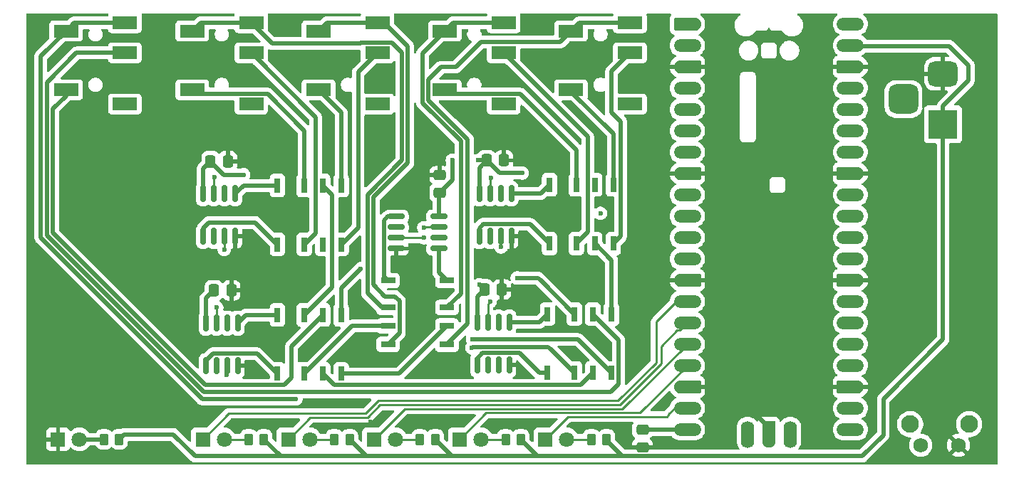
<source format=gbr>
%TF.GenerationSoftware,KiCad,Pcbnew,9.0.2*%
%TF.CreationDate,2025-06-10T03:02:45+08:00*%
%TF.ProjectId,quad_audio_switch,71756164-5f61-4756-9469-6f5f73776974,rev?*%
%TF.SameCoordinates,Original*%
%TF.FileFunction,Copper,L1,Top*%
%TF.FilePolarity,Positive*%
%FSLAX46Y46*%
G04 Gerber Fmt 4.6, Leading zero omitted, Abs format (unit mm)*
G04 Created by KiCad (PCBNEW 9.0.2) date 2025-06-10 03:02:45*
%MOMM*%
%LPD*%
G01*
G04 APERTURE LIST*
G04 Aperture macros list*
%AMRoundRect*
0 Rectangle with rounded corners*
0 $1 Rounding radius*
0 $2 $3 $4 $5 $6 $7 $8 $9 X,Y pos of 4 corners*
0 Add a 4 corners polygon primitive as box body*
4,1,4,$2,$3,$4,$5,$6,$7,$8,$9,$2,$3,0*
0 Add four circle primitives for the rounded corners*
1,1,$1+$1,$2,$3*
1,1,$1+$1,$4,$5*
1,1,$1+$1,$6,$7*
1,1,$1+$1,$8,$9*
0 Add four rect primitives between the rounded corners*
20,1,$1+$1,$2,$3,$4,$5,0*
20,1,$1+$1,$4,$5,$6,$7,0*
20,1,$1+$1,$6,$7,$8,$9,0*
20,1,$1+$1,$8,$9,$2,$3,0*%
%AMFreePoly0*
4,1,37,1.600000,0.796148,1.678414,0.796148,1.832228,0.765552,1.977117,0.705537,2.107515,0.618408,2.218408,0.507515,2.305537,0.377117,2.365552,0.232228,2.396148,0.078414,2.396148,-0.078414,2.365552,-0.232228,2.305537,-0.377117,2.218408,-0.507515,2.107515,-0.618408,1.977117,-0.705537,1.832228,-0.765552,1.678414,-0.796148,1.600000,-0.796148,1.600000,-0.800000,-0.600000,-0.800000,
-0.603843,-0.796157,-0.639018,-0.796157,-0.711114,-0.766294,-0.766294,-0.711114,-0.796157,-0.639018,-0.796157,-0.603843,-0.800000,-0.600000,-0.800000,0.600000,-0.796157,0.603843,-0.796157,0.639018,-0.766294,0.711114,-0.711114,0.766294,-0.639018,0.796157,-0.603843,0.796157,-0.600000,0.800000,1.600000,0.800000,1.600000,0.796148,1.600000,0.796148,$1*%
%AMFreePoly1*
4,1,37,0.800000,0.796148,0.878414,0.796148,1.032228,0.765552,1.177117,0.705537,1.307515,0.618408,1.418408,0.507515,1.505537,0.377117,1.565552,0.232228,1.596148,0.078414,1.596148,-0.078414,1.565552,-0.232228,1.505537,-0.377117,1.418408,-0.507515,1.307515,-0.618408,1.177117,-0.705537,1.032228,-0.765552,0.878414,-0.796148,0.800000,-0.796148,0.800000,-0.800000,-1.400000,-0.800000,
-1.403843,-0.796157,-1.439018,-0.796157,-1.511114,-0.766294,-1.566294,-0.711114,-1.596157,-0.639018,-1.596157,-0.603843,-1.600000,-0.600000,-1.600000,0.600000,-1.596157,0.603843,-1.596157,0.639018,-1.566294,0.711114,-1.511114,0.766294,-1.439018,0.796157,-1.403843,0.796157,-1.400000,0.800000,0.800000,0.800000,0.800000,0.796148,0.800000,0.796148,$1*%
%AMFreePoly2*
4,1,37,1.403843,0.796157,1.439018,0.796157,1.511114,0.766294,1.566294,0.711114,1.596157,0.639018,1.596157,0.603843,1.600000,0.600000,1.600000,-0.600000,1.596157,-0.603843,1.596157,-0.639018,1.566294,-0.711114,1.511114,-0.766294,1.439018,-0.796157,1.403843,-0.796157,1.400000,-0.800000,-0.800000,-0.800000,-0.800000,-0.796148,-0.878414,-0.796148,-1.032228,-0.765552,-1.177117,-0.705537,
-1.307515,-0.618408,-1.418408,-0.507515,-1.505537,-0.377117,-1.565552,-0.232228,-1.596148,-0.078414,-1.596148,0.078414,-1.565552,0.232228,-1.505537,0.377117,-1.418408,0.507515,-1.307515,0.618408,-1.177117,0.705537,-1.032228,0.765552,-0.878414,0.796148,-0.800000,0.796148,-0.800000,0.800000,1.400000,0.800000,1.403843,0.796157,1.403843,0.796157,$1*%
G04 Aperture macros list end*
%TA.AperFunction,ComponentPad*%
%ADD10C,1.800000*%
%TD*%
%TA.AperFunction,ComponentPad*%
%ADD11R,1.800000X1.800000*%
%TD*%
%TA.AperFunction,SMDPad,CuDef*%
%ADD12RoundRect,0.250000X-0.262500X-0.450000X0.262500X-0.450000X0.262500X0.450000X-0.262500X0.450000X0*%
%TD*%
%TA.AperFunction,SMDPad,CuDef*%
%ADD13RoundRect,0.162500X0.162500X-0.825000X0.162500X0.825000X-0.162500X0.825000X-0.162500X-0.825000X0*%
%TD*%
%TA.AperFunction,SMDPad,CuDef*%
%ADD14RoundRect,0.250000X-0.337500X-0.475000X0.337500X-0.475000X0.337500X0.475000X-0.337500X0.475000X0*%
%TD*%
%TA.AperFunction,SMDPad,CuDef*%
%ADD15R,3.000000X1.500000*%
%TD*%
%TA.AperFunction,SMDPad,CuDef*%
%ADD16R,0.800000X1.800000*%
%TD*%
%TA.AperFunction,SMDPad,CuDef*%
%ADD17R,1.800000X0.800000*%
%TD*%
%TA.AperFunction,SMDPad,CuDef*%
%ADD18RoundRect,0.250000X0.475000X-0.337500X0.475000X0.337500X-0.475000X0.337500X-0.475000X-0.337500X0*%
%TD*%
%TA.AperFunction,SMDPad,CuDef*%
%ADD19RoundRect,0.162500X-0.825000X-0.162500X0.825000X-0.162500X0.825000X0.162500X-0.825000X0.162500X0*%
%TD*%
%TA.AperFunction,SMDPad,CuDef*%
%ADD20RoundRect,0.800000X0.000010X-0.800000X0.000010X0.800000X-0.000010X0.800000X-0.000010X-0.800000X0*%
%TD*%
%TA.AperFunction,SMDPad,CuDef*%
%ADD21FreePoly0,270.000000*%
%TD*%
%TA.AperFunction,SMDPad,CuDef*%
%ADD22RoundRect,0.800000X-0.800000X-0.000010X0.800000X-0.000010X0.800000X0.000010X-0.800000X0.000010X0*%
%TD*%
%TA.AperFunction,SMDPad,CuDef*%
%ADD23FreePoly1,0.000000*%
%TD*%
%TA.AperFunction,SMDPad,CuDef*%
%ADD24FreePoly2,0.000000*%
%TD*%
%TA.AperFunction,ComponentPad*%
%ADD25RoundRect,0.875000X-0.875000X0.875000X-0.875000X-0.875000X0.875000X-0.875000X0.875000X0.875000X0*%
%TD*%
%TA.AperFunction,ComponentPad*%
%ADD26RoundRect,0.750000X-1.000000X0.750000X-1.000000X-0.750000X1.000000X-0.750000X1.000000X0.750000X0*%
%TD*%
%TA.AperFunction,ComponentPad*%
%ADD27R,3.500000X3.500000*%
%TD*%
%TA.AperFunction,ComponentPad*%
%ADD28C,2.100000*%
%TD*%
%TA.AperFunction,ComponentPad*%
%ADD29C,1.750000*%
%TD*%
%TA.AperFunction,ViaPad*%
%ADD30C,0.600000*%
%TD*%
%TA.AperFunction,Conductor*%
%ADD31C,0.500000*%
%TD*%
%TA.AperFunction,Conductor*%
%ADD32C,0.254000*%
%TD*%
G04 APERTURE END LIST*
D10*
%TO.P,D6,2,A*%
%TO.N,Net-(D6-A)*%
X101392545Y-108700000D03*
D11*
%TO.P,D6,1,K*%
%TO.N,GND*%
X98852545Y-108700000D03*
%TD*%
D12*
%TO.P,R6,2*%
%TO.N,+5V*%
X106125000Y-108700000D03*
%TO.P,R6,1*%
%TO.N,Net-(D6-A)*%
X104300000Y-108700000D03*
%TD*%
D10*
%TO.P,D1,2,A*%
%TO.N,Net-(D1-A)*%
X118580364Y-108700000D03*
D11*
%TO.P,D1,1,K*%
%TO.N,/LED1*%
X116040364Y-108700000D03*
%TD*%
D12*
%TO.P,R1,2*%
%TO.N,+5V*%
X123312819Y-108700000D03*
%TO.P,R1,1*%
%TO.N,Net-(D1-A)*%
X121487819Y-108700000D03*
%TD*%
D10*
%TO.P,D2,2,A*%
%TO.N,Net-(D2-A)*%
X128760273Y-108700000D03*
D11*
%TO.P,D2,1,K*%
%TO.N,/LED2*%
X126220273Y-108700000D03*
%TD*%
D12*
%TO.P,R2,2*%
%TO.N,+5V*%
X133492728Y-108700000D03*
%TO.P,R2,1*%
%TO.N,Net-(D2-A)*%
X131667728Y-108700000D03*
%TD*%
D10*
%TO.P,D3,2,A*%
%TO.N,Net-(D3-A)*%
X138940182Y-108700000D03*
D11*
%TO.P,D3,1,K*%
%TO.N,/LED3*%
X136400182Y-108700000D03*
%TD*%
D12*
%TO.P,R3,2*%
%TO.N,+5V*%
X143672637Y-108700000D03*
%TO.P,R3,1*%
%TO.N,Net-(D3-A)*%
X141847637Y-108700000D03*
%TD*%
D10*
%TO.P,D4,2,A*%
%TO.N,Net-(D4-A)*%
X149120091Y-108700000D03*
D11*
%TO.P,D4,1,K*%
%TO.N,/LED4*%
X146580091Y-108700000D03*
%TD*%
D12*
%TO.P,R4,2*%
%TO.N,+5V*%
X153852546Y-108700000D03*
%TO.P,R4,1*%
%TO.N,Net-(D4-A)*%
X152027546Y-108700000D03*
%TD*%
D11*
%TO.P,D5,1,K*%
%TO.N,/LED5*%
X156760000Y-108700000D03*
D10*
%TO.P,D5,2,A*%
%TO.N,Net-(D5-A)*%
X159300000Y-108700000D03*
%TD*%
D12*
%TO.P,R5,1*%
%TO.N,Net-(D5-A)*%
X162207455Y-108700000D03*
%TO.P,R5,2*%
%TO.N,+5V*%
X164032455Y-108700000D03*
%TD*%
D13*
%TO.P,U1,1,OUTA*%
%TO.N,/K1_S*%
X148895000Y-84537500D03*
%TO.P,U1,2,NC*%
%TO.N,unconnected-(U1-NC-Pad2)*%
X150165000Y-84537500D03*
%TO.P,U1,3,INA*%
%TO.N,/K1_A*%
X151435000Y-84537500D03*
%TO.P,U1,4,GND*%
%TO.N,GND*%
X152705000Y-84537500D03*
%TO.P,U1,5,OUTB*%
%TO.N,/K1_R*%
X152705000Y-79462500D03*
%TO.P,U1,6,NC*%
%TO.N,unconnected-(U1-NC-Pad6)*%
X151435000Y-79462500D03*
%TO.P,U1,7,INB*%
%TO.N,/K1_B*%
X150165000Y-79462500D03*
%TO.P,U1,8,VDD*%
%TO.N,+5V*%
X148895000Y-79462500D03*
%TD*%
D14*
%TO.P,C2,1*%
%TO.N,+5V*%
X116962500Y-75600000D03*
%TO.P,C2,2*%
%TO.N,GND*%
X119037500Y-75600000D03*
%TD*%
D15*
%TO.P,J1,TN*%
%TO.N,unconnected-(J1-PadTN)*%
X166800000Y-68800000D03*
%TO.P,J1,T*%
%TO.N,/R1*%
X159800000Y-67100000D03*
%TO.P,J1,S*%
%TO.N,/L1*%
X166800000Y-62700000D03*
%TO.P,J1,G*%
%TO.N,/N1*%
X166800000Y-59100000D03*
X159800000Y-60100000D03*
%TD*%
D16*
%TO.P,K5,8*%
%TO.N,/K5_R*%
X124900000Y-93900000D03*
%TO.P,K5,7*%
%TO.N,/R34*%
X128100000Y-93900000D03*
%TO.P,K5,6*%
%TO.N,/R*%
X130300000Y-93900000D03*
%TO.P,K5,5*%
%TO.N,/R12*%
X132500000Y-93900000D03*
%TO.P,K5,4*%
%TO.N,/N12*%
X132500000Y-100900000D03*
%TO.P,K5,3*%
%TO.N,/N*%
X130300000Y-100900000D03*
%TO.P,K5,2*%
%TO.N,/N34*%
X128100000Y-100900000D03*
%TO.P,K5,1*%
%TO.N,/K5_S*%
X124900000Y-100900000D03*
%TD*%
%TO.P,K1,1*%
%TO.N,/K1_S*%
X157237500Y-85400000D03*
%TO.P,K1,2*%
%TO.N,/L2*%
X160437500Y-85400000D03*
%TO.P,K1,3*%
%TO.N,/L12*%
X162637500Y-85400000D03*
%TO.P,K1,4*%
%TO.N,/L1*%
X164837500Y-85400000D03*
%TO.P,K1,5*%
%TO.N,/R1*%
X164837500Y-78400000D03*
%TO.P,K1,6*%
%TO.N,/R12*%
X162637500Y-78400000D03*
%TO.P,K1,7*%
%TO.N,/R2*%
X160437500Y-78400000D03*
%TO.P,K1,8*%
%TO.N,/K1_R*%
X157237500Y-78400000D03*
%TD*%
D17*
%TO.P,K3,1*%
%TO.N,/K3_S*%
X138062500Y-89795000D03*
%TO.P,K3,2*%
%TO.N,/N4*%
X138062500Y-92995000D03*
%TO.P,K3,3*%
%TO.N,/N34*%
X138062500Y-95195000D03*
%TO.P,K3,4*%
%TO.N,/N3*%
X138062500Y-97395000D03*
%TO.P,K3,5*%
%TO.N,/N1*%
X145062500Y-97395000D03*
%TO.P,K3,6*%
%TO.N,/N12*%
X145062500Y-95195000D03*
%TO.P,K3,7*%
%TO.N,/N2*%
X145062500Y-92995000D03*
%TO.P,K3,8*%
%TO.N,/K3_R*%
X145062500Y-89795000D03*
%TD*%
D13*
%TO.P,U4,8,VDD*%
%TO.N,+5V*%
X148657500Y-94762500D03*
%TO.P,U4,7,INB*%
%TO.N,/K4_B*%
X149927500Y-94762500D03*
%TO.P,U4,6,NC*%
%TO.N,unconnected-(U4-NC-Pad6)*%
X151197500Y-94762500D03*
%TO.P,U4,5,OUTB*%
%TO.N,/K4_R*%
X152467500Y-94762500D03*
%TO.P,U4,4,GND*%
%TO.N,GND*%
X152467500Y-99837500D03*
%TO.P,U4,3,INA*%
%TO.N,/K4_A*%
X151197500Y-99837500D03*
%TO.P,U4,2,NC*%
%TO.N,unconnected-(U4-NC-Pad2)*%
X149927500Y-99837500D03*
%TO.P,U4,1,OUTA*%
%TO.N,/K4_S*%
X148657500Y-99837500D03*
%TD*%
%TO.P,U2,1,OUTA*%
%TO.N,/K2_S*%
X116095000Y-84537500D03*
%TO.P,U2,2,NC*%
%TO.N,unconnected-(U2-NC-Pad2)*%
X117365000Y-84537500D03*
%TO.P,U2,3,INA*%
%TO.N,/K2_A*%
X118635000Y-84537500D03*
%TO.P,U2,4,GND*%
%TO.N,GND*%
X119905000Y-84537500D03*
%TO.P,U2,5,OUTB*%
%TO.N,/K2_R*%
X119905000Y-79462500D03*
%TO.P,U2,6,NC*%
%TO.N,unconnected-(U2-NC-Pad6)*%
X118635000Y-79462500D03*
%TO.P,U2,7,INB*%
%TO.N,/K2_B*%
X117365000Y-79462500D03*
%TO.P,U2,8,VDD*%
%TO.N,+5V*%
X116095000Y-79462500D03*
%TD*%
D15*
%TO.P,J3,TN*%
%TO.N,unconnected-(J3-PadTN)*%
X136800000Y-68800000D03*
%TO.P,J3,T*%
%TO.N,/R3*%
X129800000Y-67100000D03*
%TO.P,J3,S*%
%TO.N,/L3*%
X136800000Y-62700000D03*
%TO.P,J3,G*%
%TO.N,/N3*%
X136800000Y-59100000D03*
X129800000Y-60100000D03*
%TD*%
D14*
%TO.P,C4,2*%
%TO.N,GND*%
X151595000Y-90862500D03*
%TO.P,C4,1*%
%TO.N,+5V*%
X149520000Y-90862500D03*
%TD*%
D16*
%TO.P,K4,8*%
%TO.N,/K4_R*%
X157000000Y-93800000D03*
%TO.P,K4,7*%
%TO.N,/L34*%
X160200000Y-93800000D03*
%TO.P,K4,6*%
%TO.N,/L*%
X162400000Y-93800000D03*
%TO.P,K4,5*%
%TO.N,/L12*%
X164600000Y-93800000D03*
%TO.P,K4,4*%
%TO.N,/N12*%
X164600000Y-100800000D03*
%TO.P,K4,3*%
%TO.N,/N*%
X162400000Y-100800000D03*
%TO.P,K4,2*%
%TO.N,/N34*%
X160200000Y-100800000D03*
%TO.P,K4,1*%
%TO.N,/K4_S*%
X157000000Y-100800000D03*
%TD*%
%TO.P,K2,1*%
%TO.N,/K2_S*%
X124900000Y-85500000D03*
%TO.P,K2,2*%
%TO.N,/L4*%
X128100000Y-85500000D03*
%TO.P,K2,3*%
%TO.N,/L34*%
X130300000Y-85500000D03*
%TO.P,K2,4*%
%TO.N,/L3*%
X132500000Y-85500000D03*
%TO.P,K2,5*%
%TO.N,/R3*%
X132500000Y-78500000D03*
%TO.P,K2,6*%
%TO.N,/R34*%
X130300000Y-78500000D03*
%TO.P,K2,7*%
%TO.N,/R4*%
X128100000Y-78500000D03*
%TO.P,K2,8*%
%TO.N,/K2_R*%
X124900000Y-78500000D03*
%TD*%
D13*
%TO.P,U5,8,VDD*%
%TO.N,+5V*%
X116395000Y-94862500D03*
%TO.P,U5,7,INB*%
%TO.N,/K5_B*%
X117665000Y-94862500D03*
%TO.P,U5,6,NC*%
%TO.N,unconnected-(U5-NC-Pad6)*%
X118935000Y-94862500D03*
%TO.P,U5,5,OUTB*%
%TO.N,/K5_R*%
X120205000Y-94862500D03*
%TO.P,U5,4,GND*%
%TO.N,GND*%
X120205000Y-99937500D03*
%TO.P,U5,3,INA*%
%TO.N,/K5_A*%
X118935000Y-99937500D03*
%TO.P,U5,2,NC*%
%TO.N,unconnected-(U5-NC-Pad2)*%
X117665000Y-99937500D03*
%TO.P,U5,1,OUTA*%
%TO.N,/K5_S*%
X116395000Y-99937500D03*
%TD*%
D15*
%TO.P,J2,TN*%
%TO.N,unconnected-(J2-PadTN)*%
X151800000Y-68800000D03*
%TO.P,J2,T*%
%TO.N,/R2*%
X144800000Y-67100000D03*
%TO.P,J2,S*%
%TO.N,/L2*%
X151800000Y-62700000D03*
%TO.P,J2,G*%
%TO.N,/N2*%
X151800000Y-59100000D03*
X144800000Y-60100000D03*
%TD*%
D14*
%TO.P,C5,2*%
%TO.N,GND*%
X119432500Y-90962500D03*
%TO.P,C5,1*%
%TO.N,+5V*%
X117357500Y-90962500D03*
%TD*%
%TO.P,C1,1*%
%TO.N,+5V*%
X149762500Y-75500000D03*
%TO.P,C1,2*%
%TO.N,GND*%
X151837500Y-75500000D03*
%TD*%
D15*
%TO.P,J4,G*%
%TO.N,/N4*%
X114800000Y-60100000D03*
X121800000Y-59100000D03*
%TO.P,J4,S*%
%TO.N,/L4*%
X121800000Y-62700000D03*
%TO.P,J4,T*%
%TO.N,/R4*%
X114800000Y-67100000D03*
%TO.P,J4,TN*%
%TO.N,unconnected-(J4-PadTN)*%
X121800000Y-68800000D03*
%TD*%
D18*
%TO.P,C3,1*%
%TO.N,+5V*%
X144200000Y-79337500D03*
%TO.P,C3,2*%
%TO.N,GND*%
X144200000Y-77262500D03*
%TD*%
D19*
%TO.P,U3,1,OUTA*%
%TO.N,/K3_S*%
X139025000Y-82190000D03*
%TO.P,U3,2,NC*%
%TO.N,unconnected-(U3-NC-Pad2)*%
X139025000Y-83460000D03*
%TO.P,U3,3,INA*%
%TO.N,/K3_A*%
X139025000Y-84730000D03*
%TO.P,U3,4,GND*%
%TO.N,GND*%
X139025000Y-86000000D03*
%TO.P,U3,5,OUTB*%
%TO.N,/K3_R*%
X144100000Y-86000000D03*
%TO.P,U3,6,NC*%
%TO.N,unconnected-(U3-NC-Pad6)*%
X144100000Y-84730000D03*
%TO.P,U3,7,INB*%
%TO.N,/K3_B*%
X144100000Y-83460000D03*
%TO.P,U3,8,VDD*%
%TO.N,+5V*%
X144100000Y-82190000D03*
%TD*%
D15*
%TO.P,J9,TN*%
%TO.N,unconnected-(J9-PadTN)*%
X106800000Y-68800000D03*
%TO.P,J9,T*%
%TO.N,/R*%
X99800000Y-67100000D03*
%TO.P,J9,S*%
%TO.N,/L*%
X106800000Y-62700000D03*
%TO.P,J9,G*%
%TO.N,/N*%
X106800000Y-59100000D03*
X99800000Y-60100000D03*
%TD*%
D20*
%TO.P,A1,D3,SWDIO*%
%TO.N,unconnected-(A1-SWDIO-PadD3)*%
X185850000Y-108100000D03*
D21*
%TO.P,A1,D2,GND*%
%TO.N,GND*%
X183310000Y-107300000D03*
D20*
%TO.P,A1,D1,SWCLK*%
%TO.N,unconnected-(A1-SWCLK-PadD1)*%
X180770000Y-108100000D03*
D22*
%TO.P,A1,40,VBUS*%
%TO.N,VBUS*%
X193000000Y-59270000D03*
%TO.P,A1,39,VSYS*%
%TO.N,+5V*%
X193000000Y-61810000D03*
D23*
%TO.P,A1,38,GND*%
%TO.N,GND*%
X193000000Y-64350000D03*
D22*
%TO.P,A1,37,3V3_EN*%
%TO.N,unconnected-(A1-3V3_EN-Pad37)*%
X193000000Y-66890000D03*
%TO.P,A1,36,3V3*%
%TO.N,+3.3V*%
X193000000Y-69430000D03*
%TO.P,A1,35,ADC_VREF*%
%TO.N,unconnected-(A1-ADC_VREF-Pad35)*%
X193000000Y-71970000D03*
%TO.P,A1,34,GPIO28_ADC2*%
%TO.N,unconnected-(A1-GPIO28_ADC2-Pad34)*%
X193000000Y-74510000D03*
D23*
%TO.P,A1,33,AGND*%
%TO.N,GND*%
X193000000Y-77050000D03*
D22*
%TO.P,A1,32,GPIO27_ADC1*%
%TO.N,unconnected-(A1-GPIO27_ADC1-Pad32)*%
X193000000Y-79590000D03*
%TO.P,A1,31,GPIO26_ADC0*%
%TO.N,unconnected-(A1-GPIO26_ADC0-Pad31)*%
X193000000Y-82130000D03*
%TO.P,A1,30,RUN*%
%TO.N,unconnected-(A1-RUN-Pad30)*%
X193000000Y-84670000D03*
%TO.P,A1,29,GPIO22*%
%TO.N,unconnected-(A1-GPIO22-Pad29)*%
X193000000Y-87210000D03*
D23*
%TO.P,A1,28,GND*%
%TO.N,GND*%
X193000000Y-89750000D03*
D22*
%TO.P,A1,27,GPIO21*%
%TO.N,unconnected-(A1-GPIO21-Pad27)*%
X193000000Y-92290000D03*
%TO.P,A1,26,GPIO20*%
%TO.N,unconnected-(A1-GPIO20-Pad26)*%
X193000000Y-94830000D03*
%TO.P,A1,25,GPIO19*%
%TO.N,unconnected-(A1-GPIO19-Pad25)*%
X193000000Y-97370000D03*
%TO.P,A1,24,GPIO18*%
%TO.N,unconnected-(A1-GPIO18-Pad24)*%
X193000000Y-99910000D03*
D23*
%TO.P,A1,23,GND*%
%TO.N,GND*%
X193000000Y-102450000D03*
D22*
%TO.P,A1,22,GPIO17*%
%TO.N,unconnected-(A1-GPIO17-Pad22)*%
X193000000Y-104990000D03*
%TO.P,A1,21,GPIO16*%
%TO.N,unconnected-(A1-GPIO16-Pad21)*%
X193000000Y-107530000D03*
%TO.P,A1,20,GPIO15*%
%TO.N,Net-(A1-GPIO15)*%
X173620000Y-107530000D03*
%TO.P,A1,19,GPIO14*%
%TO.N,/LED5*%
X173620000Y-104990000D03*
D24*
%TO.P,A1,18,GND*%
%TO.N,GND*%
X173620000Y-102450000D03*
D22*
%TO.P,A1,17,GPIO13*%
%TO.N,/LED4*%
X173620000Y-99910000D03*
%TO.P,A1,16,GPIO12*%
%TO.N,/LED3*%
X173620000Y-97370000D03*
%TO.P,A1,15,GPIO11*%
%TO.N,/LED2*%
X173620000Y-94830000D03*
%TO.P,A1,14,GPIO10*%
%TO.N,/LED1*%
X173620000Y-92290000D03*
D24*
%TO.P,A1,13,GND*%
%TO.N,GND*%
X173620000Y-89750000D03*
D22*
%TO.P,A1,12,GPIO9*%
%TO.N,/K4_A*%
X173620000Y-87210000D03*
%TO.P,A1,11,GPIO8*%
%TO.N,/K4_B*%
X173620000Y-84670000D03*
%TO.P,A1,10,GPIO7*%
%TO.N,/K5_A*%
X173620000Y-82130000D03*
%TO.P,A1,9,GPIO6*%
%TO.N,/K5_B*%
X173620000Y-79590000D03*
D24*
%TO.P,A1,8,GND*%
%TO.N,GND*%
X173620000Y-77050000D03*
D22*
%TO.P,A1,7,GPIO5*%
%TO.N,/K1_A*%
X173620000Y-74510000D03*
%TO.P,A1,6,GPIO4*%
%TO.N,/K1_B*%
X173620000Y-71970000D03*
%TO.P,A1,5,GPIO3*%
%TO.N,/K3_A*%
X173620000Y-69430000D03*
%TO.P,A1,4,GPIO2*%
%TO.N,/K3_B*%
X173620000Y-66890000D03*
D24*
%TO.P,A1,3,GND*%
%TO.N,GND*%
X173620000Y-64350000D03*
D22*
%TO.P,A1,2,GPIO1*%
%TO.N,/K2_A*%
X173620000Y-61810000D03*
D23*
%TO.P,A1,1,GPIO0*%
%TO.N,/K2_B*%
X173620000Y-59270000D03*
%TD*%
D25*
%TO.P,J11,3*%
%TO.N,N/C*%
X199300000Y-68200000D03*
D26*
%TO.P,J11,2*%
%TO.N,GND*%
X204000000Y-65200000D03*
D27*
%TO.P,J11,1*%
%TO.N,+5V*%
X204000000Y-71200000D03*
%TD*%
D18*
%TO.P,C6,2*%
%TO.N,Net-(A1-GPIO15)*%
X168300000Y-107562500D03*
%TO.P,C6,1*%
%TO.N,GND*%
X168300000Y-109637500D03*
%TD*%
D28*
%TO.P,SW1,*%
%TO.N,*%
X207100000Y-106900000D03*
X200090000Y-106899999D03*
D29*
%TO.P,SW1,1,1*%
%TO.N,GND*%
X205850000Y-109389999D03*
%TO.P,SW1,2,2*%
%TO.N,Net-(A1-GPIO15)*%
X201349999Y-109389999D03*
%TD*%
D30*
%TO.N,GND*%
X140800000Y-78800000D03*
X143700000Y-74100000D03*
X144200000Y-77262500D03*
X149300000Y-70600000D03*
X171100000Y-104200000D03*
X176800000Y-103000000D03*
X173620000Y-102450000D03*
X121900000Y-99800000D03*
X122000000Y-100700000D03*
X120205000Y-99937500D03*
X154800000Y-101300000D03*
X152467500Y-99837500D03*
X153900000Y-100200000D03*
X206300000Y-59500000D03*
X207900000Y-77200000D03*
X205300000Y-102900000D03*
X207400000Y-98100000D03*
X207000000Y-90100000D03*
X206600000Y-83100000D03*
X198100000Y-96900000D03*
X199200000Y-91300000D03*
X197200000Y-81000000D03*
X187600000Y-66400000D03*
X185000000Y-70400000D03*
X179400000Y-80200000D03*
X187700000Y-84300000D03*
X179300000Y-85100000D03*
X187400000Y-92500000D03*
X180100000Y-93300000D03*
X186300000Y-99800000D03*
X179400000Y-100600000D03*
X164400000Y-80500000D03*
X160200000Y-83100000D03*
X136000000Y-94100000D03*
X134900000Y-93100000D03*
X134300000Y-86400000D03*
X135900000Y-77300000D03*
X125700000Y-59900000D03*
X136900000Y-70800000D03*
X130500000Y-70500000D03*
X136800000Y-74100000D03*
X131000000Y-74100000D03*
X141800000Y-59800000D03*
X144600000Y-62700000D03*
X155000000Y-59800000D03*
X158400000Y-63900000D03*
X149100000Y-64700000D03*
X149300000Y-81700000D03*
X157200000Y-80800000D03*
%TO.N,*%
X163300000Y-81800000D03*
%TO.N,GND*%
X156200000Y-87600000D03*
X168400000Y-91300000D03*
X162800000Y-96800000D03*
X159600000Y-98500000D03*
X113100000Y-105400000D03*
X124400000Y-106700000D03*
X136000000Y-106600000D03*
X150700000Y-106600000D03*
X144300000Y-106200000D03*
X143600000Y-100500000D03*
X136100000Y-99400000D03*
X141800000Y-93700000D03*
X126500000Y-82100000D03*
X130300000Y-96600000D03*
X128100000Y-98300000D03*
X132600000Y-82000000D03*
X137500000Y-66100000D03*
X131800000Y-63700000D03*
X126400000Y-64100000D03*
X119800000Y-71700000D03*
X110800000Y-65500000D03*
X111400000Y-75400000D03*
X110500000Y-89400000D03*
X108100000Y-102600000D03*
X99000000Y-104100000D03*
X101600000Y-95200000D03*
X108200000Y-79900000D03*
X101600000Y-79700000D03*
X101600000Y-71900000D03*
%TO.N,Net-(A1-GPIO15)*%
X173620000Y-107530000D03*
%TO.N,/L34*%
X153400000Y-89500000D03*
%TO.N,+5V*%
X148900000Y-90300000D03*
X117357500Y-90962500D03*
X145700000Y-75500000D03*
X120900000Y-77200000D03*
X148800000Y-75500000D03*
X154000000Y-77000000D03*
%TO.N,/N*%
X127100000Y-103900000D03*
X130300000Y-100900000D03*
%TO.N,/K5_B*%
X173620000Y-79590000D03*
%TO.N,/K3_A*%
X142300000Y-84700000D03*
%TO.N,/K5_A*%
X173620000Y-82130000D03*
%TO.N,/K4_A*%
X173620000Y-87210000D03*
%TO.N,/N34*%
X138062500Y-95195000D03*
%TO.N,/K1_A*%
X173600000Y-74500000D03*
X151500000Y-85800000D03*
%TO.N,/K3_B*%
X142300000Y-83500000D03*
%TO.N,/R12*%
X134800000Y-88400000D03*
%TO.N,/K5_A*%
X118900000Y-101000000D03*
%TO.N,/R12*%
X162637500Y-78400000D03*
%TO.N,/K4_B*%
X173620000Y-84670000D03*
%TO.N,/K3_A*%
X173620000Y-69430000D03*
%TO.N,/N12*%
X148100000Y-96800000D03*
%TO.N,/K1_B*%
X150300000Y-77600000D03*
%TO.N,/K2_B*%
X173500000Y-59200000D03*
%TO.N,/K3_B*%
X173620000Y-66890000D03*
%TO.N,/K1_B*%
X173620000Y-71970000D03*
%TO.N,/N12*%
X145062500Y-95195000D03*
%TO.N,/K2_A*%
X173620000Y-61810000D03*
X118600000Y-86100000D03*
%TO.N,/N34*%
X148000000Y-97800000D03*
%TO.N,/L34*%
X130300000Y-85600000D03*
%TO.N,/K4_A*%
X151200000Y-100200000D03*
%TO.N,/K4_B*%
X150200000Y-92300000D03*
%TO.N,/K2_B*%
X117400000Y-77500000D03*
%TO.N,/K5_B*%
X117700000Y-93000000D03*
%TD*%
D31*
%TO.N,Net-(D6-A)*%
X101392545Y-108700000D02*
X104300000Y-108700000D01*
%TO.N,+5V*%
X125900000Y-110700000D02*
X115132910Y-110700000D01*
X112554910Y-108122000D02*
X106703000Y-108122000D01*
X115132910Y-110700000D02*
X112554910Y-108122000D01*
X106703000Y-108122000D02*
X106125000Y-108700000D01*
%TO.N,GND*%
X183310000Y-107300000D02*
X178460000Y-102450000D01*
X178460000Y-102450000D02*
X173620000Y-102450000D01*
%TO.N,/N2*%
X144800000Y-60100000D02*
X145800000Y-59100000D01*
X145800000Y-59100000D02*
X151800000Y-59100000D01*
%TO.N,/L34*%
X155900000Y-89500000D02*
X153400000Y-89500000D01*
X156200000Y-89800000D02*
X155900000Y-89500000D01*
%TO.N,+5V*%
X148900000Y-90300000D02*
X148957500Y-90300000D01*
X148957500Y-90300000D02*
X149520000Y-90862500D01*
X144200000Y-79337500D02*
X145700000Y-77837500D01*
X145700000Y-77837500D02*
X145700000Y-75500000D01*
X149762500Y-75500000D02*
X148800000Y-75500000D01*
X118562500Y-77200000D02*
X116962500Y-75600000D01*
X120900000Y-77200000D02*
X118562500Y-77200000D01*
X154000000Y-77000000D02*
X151262500Y-77000000D01*
X151262500Y-77000000D02*
X149762500Y-75500000D01*
X194400000Y-110700000D02*
X165900000Y-110700000D01*
X164032455Y-108832455D02*
X165900000Y-110700000D01*
X164032455Y-108700000D02*
X164032455Y-108832455D01*
X165900000Y-110700000D02*
X155800000Y-110700000D01*
X153852546Y-108700000D02*
X153852546Y-108752546D01*
X153852546Y-108752546D02*
X155800000Y-110700000D01*
X155800000Y-110700000D02*
X146300000Y-110700000D01*
X143672637Y-108700000D02*
X145672637Y-110700000D01*
X145672637Y-110700000D02*
X146300000Y-110700000D01*
X146300000Y-110700000D02*
X136600000Y-110700000D01*
X133492728Y-108700000D02*
X135492728Y-110700000D01*
X135492728Y-110700000D02*
X136600000Y-110700000D01*
X136600000Y-110700000D02*
X125900000Y-110700000D01*
X123312819Y-108700000D02*
X125312819Y-110700000D01*
X125312819Y-110700000D02*
X125900000Y-110700000D01*
X204000000Y-71500000D02*
X204000000Y-96800000D01*
X204000000Y-96800000D02*
X196900000Y-103900000D01*
X196900000Y-103900000D02*
X196900000Y-108200000D01*
X196900000Y-108200000D02*
X194400000Y-110700000D01*
%TO.N,Net-(A1-GPIO15)*%
X168300000Y-107562500D02*
X173587500Y-107562500D01*
X173587500Y-107562500D02*
X173620000Y-107530000D01*
%TO.N,+5V*%
X193000000Y-61810000D02*
X193090000Y-61900000D01*
X193090000Y-61900000D02*
X204700000Y-61900000D01*
X204700000Y-61900000D02*
X207000000Y-64200000D01*
X207000000Y-64200000D02*
X207000000Y-66000000D01*
X204000000Y-69000000D02*
X204000000Y-71500000D01*
X207000000Y-66000000D02*
X204000000Y-69000000D01*
D32*
%TO.N,Net-(D5-A)*%
X159300000Y-108700000D02*
X162207455Y-108700000D01*
%TO.N,Net-(D4-A)*%
X149120091Y-108700000D02*
X152027546Y-108700000D01*
%TO.N,Net-(D3-A)*%
X138940182Y-108700000D02*
X141847637Y-108700000D01*
%TO.N,Net-(D2-A)*%
X128760273Y-108700000D02*
X131667728Y-108700000D01*
%TO.N,/LED1*%
X116040364Y-108700000D02*
X119140364Y-105600000D01*
X119140364Y-105600000D02*
X135400000Y-105600000D01*
X135400000Y-105600000D02*
X136900000Y-104100000D01*
X136900000Y-104100000D02*
X165400000Y-104100000D01*
X165400000Y-104100000D02*
X169900000Y-99600000D01*
X169900000Y-99600000D02*
X169900000Y-94700000D01*
X169900000Y-94700000D02*
X172310000Y-92290000D01*
X172310000Y-92290000D02*
X173620000Y-92290000D01*
%TO.N,/LED2*%
X173620000Y-94830000D02*
X172750000Y-95700000D01*
X172750000Y-95700000D02*
X172400000Y-95700000D01*
X126220273Y-108700000D02*
X128820273Y-106100000D01*
X128820273Y-106100000D02*
X135600000Y-106100000D01*
X135600000Y-106100000D02*
X137100000Y-104600000D01*
X170500000Y-99700000D02*
X170500000Y-97600000D01*
X137100000Y-104600000D02*
X165600000Y-104600000D01*
X165600000Y-104600000D02*
X170500000Y-99700000D01*
X170500000Y-97600000D02*
X172400000Y-95700000D01*
%TO.N,/LED3*%
X136400182Y-108700000D02*
X140010182Y-105090000D01*
X140010182Y-105090000D02*
X165900000Y-105090000D01*
X165900000Y-105090000D02*
X173620000Y-97370000D01*
%TO.N,/LED4*%
X146580091Y-108700000D02*
X149735091Y-105545000D01*
X149735091Y-105545000D02*
X167985000Y-105545000D01*
X167985000Y-105545000D02*
X173620000Y-99910000D01*
%TO.N,/LED5*%
X173620000Y-104990000D02*
X172110000Y-104990000D01*
X172110000Y-104990000D02*
X171400000Y-105700000D01*
X171400000Y-105700000D02*
X171400000Y-105800000D01*
X159460000Y-106000000D02*
X156760000Y-108700000D01*
X171400000Y-105800000D02*
X171200000Y-106000000D01*
X171200000Y-106000000D02*
X159460000Y-106000000D01*
%TO.N,Net-(D1-A)*%
X118580364Y-108700000D02*
X121487819Y-108700000D01*
D31*
%TO.N,/N*%
X116008636Y-103900000D02*
X127100000Y-103900000D01*
X96799000Y-84690364D02*
X116008636Y-103900000D01*
X96799000Y-63101000D02*
X96799000Y-84690364D01*
X99800000Y-60100000D02*
X96799000Y-63101000D01*
X106800000Y-59100000D02*
X100800000Y-59100000D01*
X100800000Y-59100000D02*
X99800000Y-60100000D01*
X130300000Y-100900000D02*
X131651000Y-102251000D01*
X131651000Y-102251000D02*
X160949000Y-102251000D01*
X160949000Y-102251000D02*
X162400000Y-100800000D01*
%TO.N,/R*%
X130300000Y-93900000D02*
X126600000Y-97600000D01*
X126600000Y-97600000D02*
X126600000Y-101402000D01*
X126600000Y-101402000D02*
X125751000Y-102251000D01*
X116342364Y-102251000D02*
X98200000Y-84108636D01*
X125751000Y-102251000D02*
X116342364Y-102251000D01*
X98200000Y-84108636D02*
X98200000Y-69400000D01*
X98200000Y-69400000D02*
X99800000Y-67800000D01*
X99800000Y-67800000D02*
X99800000Y-67100000D01*
%TO.N,/L*%
X162400000Y-93800000D02*
X165451000Y-96851000D01*
X165451000Y-96851000D02*
X165451000Y-102151000D01*
X97500000Y-66248000D02*
X101048000Y-62700000D01*
X165451000Y-102151000D02*
X164502000Y-103100000D01*
X164502000Y-103100000D02*
X116200000Y-103100000D01*
X116200000Y-103100000D02*
X97500000Y-84400000D01*
X97500000Y-84400000D02*
X97500000Y-66248000D01*
X101048000Y-62700000D02*
X106800000Y-62700000D01*
%TO.N,/N3*%
X136301000Y-79899000D02*
X136301000Y-90301000D01*
%TO.N,+5V*%
X148895000Y-79462500D02*
X148895000Y-76367500D01*
%TO.N,/L2*%
X151800000Y-62700000D02*
X161786500Y-72686500D01*
%TO.N,/R1*%
X164837500Y-72337500D02*
X164837500Y-78400000D01*
X159800000Y-67100000D02*
X159800000Y-67300000D01*
%TO.N,/L4*%
X128100000Y-85500000D02*
X129449000Y-84151000D01*
%TO.N,/R1*%
X159800000Y-67300000D02*
X164837500Y-72337500D01*
%TO.N,/R12*%
X132500000Y-93900000D02*
X132500000Y-90700000D01*
%TO.N,/N1*%
X158500000Y-61400000D02*
X149100000Y-61400000D01*
%TO.N,/N3*%
X137700000Y-91700000D02*
X138900000Y-91700000D01*
%TO.N,/L2*%
X161786500Y-72686500D02*
X161786500Y-84051000D01*
%TO.N,+5V*%
X148657500Y-94762500D02*
X148657500Y-91725000D01*
X148657500Y-91725000D02*
X149520000Y-90862500D01*
%TO.N,/N4*%
X139700000Y-62700000D02*
X139700000Y-75500000D01*
%TO.N,/N34*%
X128100000Y-100900000D02*
X133805000Y-95195000D01*
%TO.N,/N2*%
X142148000Y-68648000D02*
X146700000Y-73200000D01*
%TO.N,/K3_S*%
X137586500Y-82641001D02*
X138037501Y-82190000D01*
D32*
%TO.N,/K4_A*%
X151197500Y-99837500D02*
X151197500Y-100197500D01*
D31*
%TO.N,/N3*%
X140401000Y-75799000D02*
X136301000Y-79899000D01*
X139413500Y-96044000D02*
X138062500Y-97395000D01*
%TO.N,/N4*%
X134748000Y-61600000D02*
X134849000Y-61499000D01*
D32*
%TO.N,/K5_A*%
X118935000Y-100965000D02*
X118900000Y-101000000D01*
D31*
%TO.N,/N4*%
X137295000Y-92995000D02*
X138062500Y-92995000D01*
%TO.N,/K3_R*%
X144100000Y-88832500D02*
X145062500Y-89795000D01*
%TO.N,/N12*%
X139357500Y-100900000D02*
X145062500Y-95195000D01*
%TO.N,/N1*%
X144348000Y-64400000D02*
X142849000Y-65899000D01*
%TO.N,/N34*%
X157098000Y-97698000D02*
X148102000Y-97698000D01*
%TO.N,/N1*%
X146100000Y-64400000D02*
X144348000Y-64400000D01*
%TO.N,+5V*%
X116395000Y-91925000D02*
X117357500Y-90962500D01*
%TO.N,/R12*%
X132500000Y-90700000D02*
X134800000Y-88400000D01*
%TO.N,/L1*%
X164600000Y-69800000D02*
X165688500Y-70888500D01*
%TO.N,/N3*%
X139413500Y-92213500D02*
X139413500Y-96044000D01*
X140401000Y-61951000D02*
X140401000Y-75799000D01*
%TO.N,/N4*%
X138499000Y-61499000D02*
X139700000Y-62700000D01*
%TO.N,/L1*%
X165688500Y-84549000D02*
X164837500Y-85400000D01*
%TO.N,/K1_R*%
X156175000Y-79462500D02*
X157237500Y-78400000D01*
%TO.N,+5V*%
X144100000Y-82190000D02*
X144100000Y-79437500D01*
%TO.N,/K3_R*%
X144100000Y-86000000D02*
X144100000Y-88832500D01*
%TO.N,+5V*%
X116395000Y-94862500D02*
X116395000Y-91925000D01*
%TO.N,/K4_R*%
X152467500Y-94762500D02*
X156037500Y-94762500D01*
%TO.N,/K2_S*%
X124900000Y-85500000D02*
X122300000Y-82900000D01*
%TO.N,/K5_S*%
X122499000Y-98499000D02*
X117243878Y-98499000D01*
%TO.N,/N1*%
X159800000Y-60100000D02*
X160800000Y-59100000D01*
%TO.N,/R34*%
X131400000Y-90600000D02*
X128100000Y-93900000D01*
%TO.N,/N1*%
X160800000Y-59100000D02*
X166800000Y-59100000D01*
%TO.N,/K2_S*%
X116095000Y-83550001D02*
X116095000Y-84537500D01*
%TO.N,/R34*%
X131400000Y-79600000D02*
X131400000Y-90600000D01*
D32*
%TO.N,/K2_B*%
X173620000Y-59270000D02*
X173570000Y-59270000D01*
D31*
%TO.N,/N3*%
X130800000Y-59100000D02*
X129800000Y-60100000D01*
%TO.N,+5V*%
X116095000Y-79462500D02*
X116095000Y-76467500D01*
%TO.N,/L34*%
X130300000Y-85500000D02*
X130300000Y-85600000D01*
%TO.N,/N4*%
X121800000Y-59100000D02*
X124300000Y-61600000D01*
%TO.N,/R3*%
X132500000Y-69800000D02*
X129800000Y-67100000D01*
%TO.N,/N1*%
X142849000Y-65899000D02*
X142849000Y-68349000D01*
X147500000Y-73000000D02*
X147500000Y-94959500D01*
%TO.N,/L2*%
X161786500Y-84051000D02*
X160437500Y-85400000D01*
%TO.N,/K3_S*%
X137586500Y-89319000D02*
X137586500Y-82641001D01*
%TO.N,/N4*%
X135600000Y-79600000D02*
X135600000Y-91300000D01*
%TO.N,/N34*%
X160200000Y-100800000D02*
X157400000Y-98000000D01*
%TO.N,/L4*%
X129449000Y-70349000D02*
X121800000Y-62700000D01*
%TO.N,/R4*%
X115300000Y-67600000D02*
X121899000Y-67600000D01*
%TO.N,/N4*%
X114800000Y-60100000D02*
X115800000Y-59100000D01*
D32*
%TO.N,/K4_B*%
X149927500Y-92572500D02*
X150200000Y-92300000D01*
D31*
%TO.N,/N2*%
X144800000Y-60100000D02*
X142148000Y-62752000D01*
D32*
%TO.N,/K5_A*%
X118935000Y-99937500D02*
X118935000Y-100965000D01*
D31*
%TO.N,/N1*%
X159800000Y-60100000D02*
X158500000Y-61400000D01*
%TO.N,/R4*%
X121899000Y-67600000D02*
X121900000Y-67599000D01*
%TO.N,/K4_S*%
X153647000Y-98399000D02*
X149301000Y-98399000D01*
%TO.N,/R2*%
X160437500Y-74285500D02*
X160437500Y-78400000D01*
%TO.N,+5V*%
X144100000Y-79437500D02*
X144200000Y-79337500D01*
%TO.N,/R3*%
X132500000Y-78500000D02*
X132500000Y-69800000D01*
%TO.N,/N2*%
X142148000Y-62752000D02*
X142148000Y-68648000D01*
%TO.N,/N3*%
X136800000Y-59100000D02*
X137550000Y-59100000D01*
X137550000Y-59100000D02*
X140401000Y-61951000D01*
X138900000Y-91700000D02*
X139413500Y-92213500D01*
X136301000Y-90301000D02*
X137700000Y-91700000D01*
%TO.N,/R4*%
X128100000Y-71948000D02*
X128100000Y-78500000D01*
%TO.N,/L3*%
X134500000Y-65000000D02*
X136800000Y-62700000D01*
X134500000Y-83500000D02*
X134500000Y-65000000D01*
%TO.N,/R2*%
X145300000Y-67600000D02*
X153199000Y-67600000D01*
X144800000Y-67100000D02*
X145300000Y-67600000D01*
%TO.N,/K2_S*%
X116745001Y-82900000D02*
X116095000Y-83550001D01*
%TO.N,/K2_R*%
X120867500Y-78500000D02*
X124900000Y-78500000D01*
D32*
%TO.N,/K5_B*%
X117665000Y-94862500D02*
X117665000Y-93035000D01*
D31*
%TO.N,/L3*%
X132500000Y-85500000D02*
X134500000Y-83500000D01*
%TO.N,/R34*%
X130300000Y-78500000D02*
X131400000Y-79600000D01*
%TO.N,/K4_R*%
X156037500Y-94762500D02*
X157000000Y-93800000D01*
%TO.N,/R4*%
X121900000Y-67599000D02*
X123751000Y-67599000D01*
D32*
%TO.N,/K3_A*%
X139025000Y-84730000D02*
X142270000Y-84730000D01*
D31*
%TO.N,/K1_R*%
X152705000Y-79462500D02*
X156175000Y-79462500D01*
D32*
%TO.N,/K4_B*%
X149927500Y-94762500D02*
X149927500Y-92572500D01*
D31*
%TO.N,/R2*%
X153200000Y-67599000D02*
X153751000Y-67599000D01*
%TO.N,/N34*%
X157400000Y-98000000D02*
X157098000Y-97698000D01*
%TO.N,/N12*%
X148100000Y-96800000D02*
X160600000Y-96800000D01*
D32*
%TO.N,/K2_B*%
X117365000Y-79462500D02*
X117365000Y-77535000D01*
D31*
%TO.N,/N12*%
X160600000Y-96800000D02*
X164600000Y-100800000D01*
%TO.N,/L4*%
X129449000Y-84151000D02*
X129449000Y-70349000D01*
%TO.N,/K1_S*%
X154936500Y-83099000D02*
X157237500Y-85400000D01*
X149346001Y-83099000D02*
X154936500Y-83099000D01*
%TO.N,/R2*%
X153199000Y-67600000D02*
X153200000Y-67599000D01*
%TO.N,/K4_S*%
X156048000Y-100800000D02*
X153647000Y-98399000D01*
%TO.N,/L1*%
X164600000Y-64900000D02*
X164600000Y-69800000D01*
%TO.N,/N1*%
X147500000Y-94959500D02*
X145064500Y-97395000D01*
%TO.N,/N34*%
X148102000Y-97698000D02*
X148000000Y-97800000D01*
%TO.N,+5V*%
X148895000Y-76367500D02*
X149762500Y-75500000D01*
D32*
%TO.N,/K2_A*%
X118635000Y-86065000D02*
X118600000Y-86100000D01*
D31*
%TO.N,/N2*%
X146700000Y-91357500D02*
X145062500Y-92995000D01*
%TO.N,/K4_S*%
X148657500Y-99042500D02*
X148657500Y-99837500D01*
%TO.N,/K5_R*%
X121167500Y-93900000D02*
X124900000Y-93900000D01*
%TO.N,/K5_S*%
X124900000Y-100900000D02*
X122499000Y-98499000D01*
%TO.N,/N4*%
X135600000Y-91300000D02*
X137295000Y-92995000D01*
D32*
%TO.N,/K1_B*%
X150165000Y-79462500D02*
X150165000Y-77735000D01*
D31*
%TO.N,/N34*%
X133805000Y-95195000D02*
X138062500Y-95195000D01*
D32*
%TO.N,/K4_A*%
X151197500Y-100197500D02*
X151200000Y-100200000D01*
D31*
%TO.N,/K3_S*%
X138037501Y-82190000D02*
X139025000Y-82190000D01*
%TO.N,/K5_S*%
X117243878Y-98499000D02*
X116395000Y-99347878D01*
D32*
%TO.N,/K3_B*%
X142340000Y-83460000D02*
X142300000Y-83500000D01*
%TO.N,/K3_A*%
X142270000Y-84730000D02*
X142300000Y-84700000D01*
D31*
%TO.N,/N1*%
X142849000Y-68349000D02*
X147500000Y-73000000D01*
D32*
%TO.N,/K1_A*%
X151435000Y-84537500D02*
X151435000Y-85735000D01*
D31*
%TO.N,/K5_S*%
X116395000Y-99347878D02*
X116395000Y-99937500D01*
%TO.N,/L34*%
X160200000Y-93800000D02*
X156200000Y-89800000D01*
%TO.N,/L1*%
X166800000Y-62700000D02*
X164600000Y-64900000D01*
%TO.N,+5V*%
X116095000Y-76467500D02*
X116962500Y-75600000D01*
D32*
%TO.N,/K2_B*%
X117365000Y-77535000D02*
X117400000Y-77500000D01*
D31*
%TO.N,/N4*%
X124300000Y-61600000D02*
X134748000Y-61600000D01*
X139700000Y-75500000D02*
X135600000Y-79600000D01*
X134849000Y-61499000D02*
X138499000Y-61499000D01*
%TO.N,/K1_S*%
X148895000Y-84537500D02*
X148895000Y-83550001D01*
%TO.N,/L12*%
X164600000Y-93800000D02*
X164600000Y-87362500D01*
%TO.N,/R4*%
X123751000Y-67599000D02*
X128100000Y-71948000D01*
%TO.N,/L1*%
X165688500Y-70888500D02*
X165688500Y-84549000D01*
%TO.N,/R2*%
X153751000Y-67599000D02*
X160437500Y-74285500D01*
%TO.N,/N1*%
X145064500Y-97395000D02*
X145062500Y-97395000D01*
D32*
%TO.N,/K3_B*%
X144100000Y-83460000D02*
X142340000Y-83460000D01*
D31*
%TO.N,/L12*%
X164600000Y-87362500D02*
X162637500Y-85400000D01*
%TO.N,/K4_S*%
X149301000Y-98399000D02*
X148657500Y-99042500D01*
D32*
%TO.N,/K2_B*%
X173570000Y-59270000D02*
X173500000Y-59200000D01*
D31*
%TO.N,/K5_R*%
X120205000Y-94862500D02*
X121167500Y-93900000D01*
D32*
%TO.N,/K5_B*%
X117665000Y-93035000D02*
X117700000Y-93000000D01*
D31*
%TO.N,/N12*%
X132500000Y-100900000D02*
X139357500Y-100900000D01*
%TO.N,/K3_S*%
X138062500Y-89795000D02*
X137586500Y-89319000D01*
%TO.N,/N2*%
X146700000Y-73200000D02*
X146700000Y-91357500D01*
%TO.N,/N4*%
X115800000Y-59100000D02*
X121800000Y-59100000D01*
%TO.N,/R4*%
X114800000Y-67100000D02*
X115300000Y-67600000D01*
%TO.N,/K2_R*%
X119905000Y-79462500D02*
X120867500Y-78500000D01*
%TO.N,/K2_S*%
X122300000Y-82900000D02*
X116745001Y-82900000D01*
%TO.N,/K1_S*%
X148895000Y-83550001D02*
X149346001Y-83099000D01*
%TO.N,/K4_S*%
X157000000Y-100800000D02*
X156048000Y-100800000D01*
D32*
%TO.N,/K1_B*%
X150165000Y-77735000D02*
X150300000Y-77600000D01*
%TO.N,/K1_A*%
X151435000Y-85735000D02*
X151500000Y-85800000D01*
D31*
%TO.N,/N1*%
X149100000Y-61400000D02*
X146100000Y-64400000D01*
D32*
%TO.N,/K2_A*%
X118635000Y-84537500D02*
X118635000Y-86065000D01*
D31*
%TO.N,/N3*%
X136800000Y-59100000D02*
X130800000Y-59100000D01*
%TD*%
%TA.AperFunction,Conductor*%
%TO.N,GND*%
G36*
X104745461Y-58008686D02*
G01*
X104774013Y-58014085D01*
X104778583Y-58018412D01*
X104784621Y-58020185D01*
X104803646Y-58042141D01*
X104824750Y-58062122D01*
X104826255Y-58068233D01*
X104830376Y-58072989D01*
X104834510Y-58101744D01*
X104841462Y-58129963D01*
X104839818Y-58138656D01*
X104840320Y-58142147D01*
X104835835Y-58159716D01*
X104834904Y-58164643D01*
X104834347Y-58166268D01*
X104805909Y-58242517D01*
X104804832Y-58252531D01*
X104800346Y-58265643D01*
X104760019Y-58322700D01*
X104695246Y-58348896D01*
X104683024Y-58349500D01*
X100726076Y-58349500D01*
X100697242Y-58355234D01*
X100697243Y-58355235D01*
X100581093Y-58378339D01*
X100581083Y-58378342D01*
X100501081Y-58411479D01*
X100501082Y-58411480D01*
X100444506Y-58434915D01*
X100387758Y-58472833D01*
X100321582Y-58517049D01*
X100025450Y-58813181D01*
X99964127Y-58846666D01*
X99937769Y-58849500D01*
X98252129Y-58849500D01*
X98252123Y-58849501D01*
X98192516Y-58855908D01*
X98057671Y-58906202D01*
X98057664Y-58906206D01*
X97942455Y-58992452D01*
X97942452Y-58992455D01*
X97856206Y-59107664D01*
X97856202Y-59107671D01*
X97805908Y-59242517D01*
X97799501Y-59302116D01*
X97799500Y-59302135D01*
X97799500Y-60897870D01*
X97799501Y-60897876D01*
X97806738Y-60965196D01*
X97803610Y-60965532D01*
X97800644Y-61020817D01*
X97771391Y-61067239D01*
X96216047Y-62622584D01*
X96216045Y-62622586D01*
X96178968Y-62678080D01*
X96178966Y-62678083D01*
X96133919Y-62745499D01*
X96133912Y-62745511D01*
X96077343Y-62882082D01*
X96077340Y-62882092D01*
X96048500Y-63027079D01*
X96048500Y-63027082D01*
X96048500Y-84764282D01*
X96048500Y-84764284D01*
X96048499Y-84764284D01*
X96077340Y-84909271D01*
X96077343Y-84909281D01*
X96133913Y-85045853D01*
X96133914Y-85045855D01*
X96133916Y-85045859D01*
X96146705Y-85065000D01*
X96146764Y-85065087D01*
X96146763Y-85065087D01*
X96216046Y-85168778D01*
X96216052Y-85168785D01*
X105895132Y-94847864D01*
X115530220Y-104482952D01*
X115559610Y-104502589D01*
X115653141Y-104565084D01*
X115707043Y-104587411D01*
X115789724Y-104621659D01*
X115905877Y-104644763D01*
X115925104Y-104648587D01*
X115934717Y-104650500D01*
X115934718Y-104650500D01*
X115934719Y-104650500D01*
X116082554Y-104650500D01*
X126795396Y-104650500D01*
X126842844Y-104659937D01*
X126866503Y-104669737D01*
X126866508Y-104669738D01*
X126866511Y-104669739D01*
X127021153Y-104700499D01*
X127021156Y-104700500D01*
X127021158Y-104700500D01*
X127178844Y-104700500D01*
X127178845Y-104700499D01*
X127333497Y-104669737D01*
X127479179Y-104609394D01*
X127610289Y-104521789D01*
X127721789Y-104410289D01*
X127809394Y-104279179D01*
X127869737Y-104133497D01*
X127900500Y-103978842D01*
X127900500Y-103974500D01*
X127920185Y-103907461D01*
X127972989Y-103861706D01*
X128024500Y-103850500D01*
X135962719Y-103850500D01*
X136029758Y-103870185D01*
X136075513Y-103922989D01*
X136085457Y-103992147D01*
X136056432Y-104055703D01*
X136050400Y-104062181D01*
X135176400Y-104936181D01*
X135115077Y-104969666D01*
X135088719Y-104972500D01*
X119078559Y-104972500D01*
X118957334Y-104996613D01*
X118957324Y-104996616D01*
X118843137Y-105043913D01*
X118843125Y-105043920D01*
X118778039Y-105087410D01*
X118740353Y-105112590D01*
X116589762Y-107263181D01*
X116528439Y-107296666D01*
X116502081Y-107299500D01*
X115092493Y-107299500D01*
X115092487Y-107299501D01*
X115032880Y-107305908D01*
X114898035Y-107356202D01*
X114898028Y-107356206D01*
X114782819Y-107442452D01*
X114782816Y-107442455D01*
X114696570Y-107557664D01*
X114696566Y-107557671D01*
X114646272Y-107692517D01*
X114639865Y-107752116D01*
X114639864Y-107752135D01*
X114639864Y-108846224D01*
X114620179Y-108913263D01*
X114567375Y-108959018D01*
X114498217Y-108968962D01*
X114434661Y-108939937D01*
X114428183Y-108933905D01*
X113033331Y-107539052D01*
X113033330Y-107539051D01*
X112989851Y-107510000D01*
X112942471Y-107478342D01*
X112910405Y-107456916D01*
X112910403Y-107456915D01*
X112910400Y-107456913D01*
X112773827Y-107400343D01*
X112773817Y-107400340D01*
X112628830Y-107371500D01*
X112628828Y-107371500D01*
X106629082Y-107371500D01*
X106629080Y-107371500D01*
X106484092Y-107400340D01*
X106484082Y-107400343D01*
X106347509Y-107456913D01*
X106315046Y-107478604D01*
X106248368Y-107499480D01*
X106246157Y-107499500D01*
X105812498Y-107499500D01*
X105812480Y-107499501D01*
X105709703Y-107510000D01*
X105709700Y-107510001D01*
X105543168Y-107565185D01*
X105543163Y-107565187D01*
X105393842Y-107657289D01*
X105300181Y-107750951D01*
X105238858Y-107784436D01*
X105169166Y-107779452D01*
X105124819Y-107750951D01*
X105031157Y-107657289D01*
X105031156Y-107657288D01*
X104881834Y-107565186D01*
X104715297Y-107510001D01*
X104715295Y-107510000D01*
X104612510Y-107499500D01*
X103987498Y-107499500D01*
X103987480Y-107499501D01*
X103884703Y-107510000D01*
X103884700Y-107510001D01*
X103718168Y-107565185D01*
X103718163Y-107565187D01*
X103568842Y-107657289D01*
X103444789Y-107781342D01*
X103444788Y-107781344D01*
X103378305Y-107889132D01*
X103377401Y-107890597D01*
X103325453Y-107937321D01*
X103271862Y-107949500D01*
X102641569Y-107949500D01*
X102574530Y-107929815D01*
X102541250Y-107898384D01*
X102460790Y-107787638D01*
X102304908Y-107631756D01*
X102304903Y-107631752D01*
X102126570Y-107502187D01*
X102126569Y-107502186D01*
X102126567Y-107502185D01*
X102037717Y-107456913D01*
X101930151Y-107402104D01*
X101930148Y-107402103D01*
X101720497Y-107333985D01*
X101611631Y-107316742D01*
X101502767Y-107299500D01*
X101282323Y-107299500D01*
X101209746Y-107310995D01*
X101064592Y-107333985D01*
X100854941Y-107402103D01*
X100854938Y-107402104D01*
X100658519Y-107502187D01*
X100480186Y-107631752D01*
X100480181Y-107631756D01*
X100429620Y-107682317D01*
X100368297Y-107715801D01*
X100298605Y-107710816D01*
X100242672Y-107668945D01*
X100225758Y-107637968D01*
X100195899Y-107557913D01*
X100195895Y-107557906D01*
X100109735Y-107442812D01*
X100109732Y-107442809D01*
X99994638Y-107356649D01*
X99994631Y-107356645D01*
X99859924Y-107306403D01*
X99859917Y-107306401D01*
X99800389Y-107300000D01*
X99102545Y-107300000D01*
X99102545Y-108324722D01*
X99026239Y-108280667D01*
X98911789Y-108250000D01*
X98793301Y-108250000D01*
X98678851Y-108280667D01*
X98602545Y-108324722D01*
X98602545Y-107300000D01*
X97904700Y-107300000D01*
X97845172Y-107306401D01*
X97845165Y-107306403D01*
X97710458Y-107356645D01*
X97710451Y-107356649D01*
X97595357Y-107442809D01*
X97595354Y-107442812D01*
X97509194Y-107557906D01*
X97509190Y-107557913D01*
X97458948Y-107692620D01*
X97458946Y-107692627D01*
X97452545Y-107752155D01*
X97452545Y-108450000D01*
X98477267Y-108450000D01*
X98433212Y-108526306D01*
X98402545Y-108640756D01*
X98402545Y-108759244D01*
X98433212Y-108873694D01*
X98477267Y-108950000D01*
X97452545Y-108950000D01*
X97452545Y-109647844D01*
X97458946Y-109707372D01*
X97458948Y-109707379D01*
X97509190Y-109842086D01*
X97509194Y-109842093D01*
X97595354Y-109957187D01*
X97595357Y-109957190D01*
X97710451Y-110043350D01*
X97710458Y-110043354D01*
X97845165Y-110093596D01*
X97845172Y-110093598D01*
X97904700Y-110099999D01*
X97904717Y-110100000D01*
X98602545Y-110100000D01*
X98602545Y-109075277D01*
X98678851Y-109119333D01*
X98793301Y-109150000D01*
X98911789Y-109150000D01*
X99026239Y-109119333D01*
X99102545Y-109075277D01*
X99102545Y-110100000D01*
X99800373Y-110100000D01*
X99800389Y-110099999D01*
X99859917Y-110093598D01*
X99859924Y-110093596D01*
X99994631Y-110043354D01*
X99994638Y-110043350D01*
X100109732Y-109957190D01*
X100109735Y-109957187D01*
X100195895Y-109842093D01*
X100195899Y-109842086D01*
X100225758Y-109762031D01*
X100267629Y-109706097D01*
X100333093Y-109681680D01*
X100401366Y-109696531D01*
X100429621Y-109717683D01*
X100480181Y-109768243D01*
X100480186Y-109768247D01*
X100635737Y-109881260D01*
X100658523Y-109897815D01*
X100775046Y-109957187D01*
X100854938Y-109997895D01*
X100854941Y-109997896D01*
X100959766Y-110031955D01*
X101064594Y-110066015D01*
X101282323Y-110100500D01*
X101282324Y-110100500D01*
X101502766Y-110100500D01*
X101502767Y-110100500D01*
X101720496Y-110066015D01*
X101930151Y-109997895D01*
X102126567Y-109897815D01*
X102304910Y-109768242D01*
X102460787Y-109612365D01*
X102541250Y-109501615D01*
X102596580Y-109458949D01*
X102641569Y-109450500D01*
X103271862Y-109450500D01*
X103338901Y-109470185D01*
X103377399Y-109509401D01*
X103444788Y-109618656D01*
X103568844Y-109742712D01*
X103718166Y-109834814D01*
X103884703Y-109889999D01*
X103987491Y-109900500D01*
X104612508Y-109900499D01*
X104612516Y-109900498D01*
X104612519Y-109900498D01*
X104668802Y-109894748D01*
X104715297Y-109889999D01*
X104881834Y-109834814D01*
X105031156Y-109742712D01*
X105124819Y-109649049D01*
X105186142Y-109615564D01*
X105255834Y-109620548D01*
X105300181Y-109649049D01*
X105393844Y-109742712D01*
X105543166Y-109834814D01*
X105709703Y-109889999D01*
X105812491Y-109900500D01*
X106437508Y-109900499D01*
X106437516Y-109900498D01*
X106437519Y-109900498D01*
X106493802Y-109894748D01*
X106540297Y-109889999D01*
X106706834Y-109834814D01*
X106856156Y-109742712D01*
X106980212Y-109618656D01*
X107072314Y-109469334D01*
X107127499Y-109302797D01*
X107138000Y-109200009D01*
X107138000Y-108996500D01*
X107157685Y-108929461D01*
X107210489Y-108883706D01*
X107262000Y-108872500D01*
X112192680Y-108872500D01*
X112259719Y-108892185D01*
X112280361Y-108908819D01*
X113437557Y-110066014D01*
X114549958Y-111178415D01*
X114549959Y-111178416D01*
X114654494Y-111282951D01*
X114654497Y-111282953D01*
X114654498Y-111282954D01*
X114777413Y-111365083D01*
X114777416Y-111365085D01*
X114827575Y-111385861D01*
X114833990Y-111388518D01*
X114913998Y-111421659D01*
X115030151Y-111444763D01*
X115053290Y-111449365D01*
X115058991Y-111450500D01*
X115058992Y-111450500D01*
X194473920Y-111450500D01*
X194571462Y-111431096D01*
X194618913Y-111421658D01*
X194755495Y-111365084D01*
X194804729Y-111332186D01*
X194878416Y-111282952D01*
X197482952Y-108678416D01*
X197524883Y-108615661D01*
X197542169Y-108589791D01*
X197542171Y-108589786D01*
X197542177Y-108589778D01*
X197565084Y-108555495D01*
X197621658Y-108418913D01*
X197637971Y-108336903D01*
X197650500Y-108273920D01*
X197650500Y-106777972D01*
X198539500Y-106777972D01*
X198539500Y-107022025D01*
X198577678Y-107263071D01*
X198577678Y-107263073D01*
X198577679Y-107263075D01*
X198653096Y-107495184D01*
X198753694Y-107692620D01*
X198763896Y-107712641D01*
X198907339Y-107910075D01*
X198907343Y-107910080D01*
X199079918Y-108082655D01*
X199079923Y-108082659D01*
X199125449Y-108115735D01*
X199277361Y-108226105D01*
X199494815Y-108336903D01*
X199726924Y-108412320D01*
X199967973Y-108450499D01*
X199967974Y-108450499D01*
X200089011Y-108450499D01*
X200156050Y-108470184D01*
X200201805Y-108522988D01*
X200211749Y-108592146D01*
X200189328Y-108647386D01*
X200173566Y-108669078D01*
X200075272Y-108861989D01*
X200075271Y-108861992D01*
X200008369Y-109067900D01*
X199995793Y-109147302D01*
X199974499Y-109281745D01*
X199974499Y-109498253D01*
X199978858Y-109525776D01*
X200008369Y-109712097D01*
X200075271Y-109918005D01*
X200075272Y-109918008D01*
X200164740Y-110093596D01*
X200173566Y-110110918D01*
X200300827Y-110286077D01*
X200453921Y-110439171D01*
X200629080Y-110566432D01*
X200723696Y-110614641D01*
X200821989Y-110664725D01*
X200821992Y-110664726D01*
X200924946Y-110698177D01*
X201027902Y-110731629D01*
X201241745Y-110765499D01*
X201241746Y-110765499D01*
X201458252Y-110765499D01*
X201458253Y-110765499D01*
X201672096Y-110731629D01*
X201878008Y-110664725D01*
X202070918Y-110566432D01*
X202246077Y-110439171D01*
X202399171Y-110286077D01*
X202526432Y-110110918D01*
X202624725Y-109918008D01*
X202691629Y-109712096D01*
X202725499Y-109498253D01*
X202725499Y-109281778D01*
X204475000Y-109281778D01*
X204475000Y-109498219D01*
X204508857Y-109711980D01*
X204575735Y-109917813D01*
X204575736Y-109917816D01*
X204673996Y-110110659D01*
X204716829Y-110169614D01*
X204716830Y-110169615D01*
X205371119Y-109515326D01*
X205388734Y-109581062D01*
X205453902Y-109693936D01*
X205546063Y-109786097D01*
X205658937Y-109851265D01*
X205724672Y-109868879D01*
X205070382Y-110523167D01*
X205129342Y-110566004D01*
X205322182Y-110664262D01*
X205322185Y-110664263D01*
X205528018Y-110731141D01*
X205741780Y-110764999D01*
X205958220Y-110764999D01*
X206171981Y-110731141D01*
X206377814Y-110664263D01*
X206377817Y-110664262D01*
X206570656Y-110566005D01*
X206629615Y-110523167D01*
X206629616Y-110523167D01*
X205975327Y-109868879D01*
X206041063Y-109851265D01*
X206153937Y-109786097D01*
X206246098Y-109693936D01*
X206311266Y-109581062D01*
X206328880Y-109515325D01*
X206983168Y-110169615D01*
X206983168Y-110169614D01*
X207026006Y-110110655D01*
X207124263Y-109917816D01*
X207124264Y-109917813D01*
X207191142Y-109711980D01*
X207225000Y-109498219D01*
X207225000Y-109281778D01*
X207191142Y-109068017D01*
X207124264Y-108862184D01*
X207124263Y-108862181D01*
X207026003Y-108669338D01*
X207010054Y-108647385D01*
X206986574Y-108581579D01*
X207002399Y-108513525D01*
X207052505Y-108464830D01*
X207110372Y-108450500D01*
X207222026Y-108450500D01*
X207222027Y-108450500D01*
X207463076Y-108412321D01*
X207695185Y-108336904D01*
X207912639Y-108226106D01*
X208110083Y-108082655D01*
X208282655Y-107910083D01*
X208426106Y-107712639D01*
X208536904Y-107495185D01*
X208612321Y-107263076D01*
X208650500Y-107022027D01*
X208650500Y-106777973D01*
X208612321Y-106536924D01*
X208536904Y-106304815D01*
X208426106Y-106087361D01*
X208386929Y-106033438D01*
X208282660Y-105889923D01*
X208282656Y-105889918D01*
X208110081Y-105717343D01*
X208110076Y-105717339D01*
X207912642Y-105573896D01*
X207912641Y-105573895D01*
X207912639Y-105573894D01*
X207695185Y-105463096D01*
X207463076Y-105387679D01*
X207463074Y-105387678D01*
X207463072Y-105387678D01*
X207294769Y-105361021D01*
X207222027Y-105349500D01*
X206977973Y-105349500D01*
X206922093Y-105358350D01*
X206736927Y-105387678D01*
X206504812Y-105463097D01*
X206287357Y-105573896D01*
X206089923Y-105717339D01*
X206089918Y-105717343D01*
X205917343Y-105889918D01*
X205917339Y-105889923D01*
X205773896Y-106087357D01*
X205663097Y-106304812D01*
X205587678Y-106536927D01*
X205549500Y-106777973D01*
X205549500Y-107022026D01*
X205581966Y-107227011D01*
X205587679Y-107263076D01*
X205663096Y-107495185D01*
X205773893Y-107712638D01*
X205773896Y-107712642D01*
X205850525Y-107818114D01*
X205874005Y-107883920D01*
X205858179Y-107951974D01*
X205808074Y-108000669D01*
X205750207Y-108014999D01*
X205741780Y-108014999D01*
X205528018Y-108048856D01*
X205322185Y-108115734D01*
X205322182Y-108115735D01*
X205129346Y-108213991D01*
X205070383Y-108256829D01*
X205724673Y-108911118D01*
X205658937Y-108928733D01*
X205546063Y-108993901D01*
X205453902Y-109086062D01*
X205388734Y-109198936D01*
X205371119Y-109264671D01*
X204716830Y-108610382D01*
X204673992Y-108669345D01*
X204575736Y-108862181D01*
X204575735Y-108862184D01*
X204508857Y-109068017D01*
X204475000Y-109281778D01*
X202725499Y-109281778D01*
X202725499Y-109281745D01*
X202691629Y-109067902D01*
X202646411Y-108928733D01*
X202624726Y-108861992D01*
X202624725Y-108861989D01*
X202572373Y-108759244D01*
X202526432Y-108669080D01*
X202399171Y-108493921D01*
X202246077Y-108340827D01*
X202070918Y-108213566D01*
X201878008Y-108115272D01*
X201878005Y-108115271D01*
X201672097Y-108048369D01*
X201565174Y-108031434D01*
X201458253Y-108014499D01*
X201440155Y-108014499D01*
X201373116Y-107994814D01*
X201327361Y-107942010D01*
X201317417Y-107872852D01*
X201339837Y-107817614D01*
X201384099Y-107756692D01*
X201416106Y-107712638D01*
X201526904Y-107495184D01*
X201602321Y-107263075D01*
X201640500Y-107022026D01*
X201640500Y-106777972D01*
X201602321Y-106536923D01*
X201526904Y-106304814D01*
X201416106Y-106087360D01*
X201376939Y-106033451D01*
X201272660Y-105889922D01*
X201272656Y-105889917D01*
X201100081Y-105717342D01*
X201100076Y-105717338D01*
X200902642Y-105573895D01*
X200902641Y-105573894D01*
X200902639Y-105573893D01*
X200685185Y-105463095D01*
X200453076Y-105387678D01*
X200453074Y-105387677D01*
X200453072Y-105387677D01*
X200284769Y-105361020D01*
X200212027Y-105349499D01*
X199967973Y-105349499D01*
X199912093Y-105358349D01*
X199726927Y-105387677D01*
X199494812Y-105463096D01*
X199277357Y-105573895D01*
X199079923Y-105717338D01*
X199079918Y-105717342D01*
X198907343Y-105889917D01*
X198907339Y-105889922D01*
X198763896Y-106087356D01*
X198653097Y-106304811D01*
X198577678Y-106536926D01*
X198539500Y-106777972D01*
X197650500Y-106777972D01*
X197650500Y-104262229D01*
X197670185Y-104195190D01*
X197686819Y-104174548D01*
X204582948Y-97278419D01*
X204582951Y-97278416D01*
X204665084Y-97155495D01*
X204670135Y-97143302D01*
X204715620Y-97033489D01*
X204721658Y-97018913D01*
X204735936Y-96947135D01*
X204750500Y-96873920D01*
X204750500Y-73574499D01*
X204770185Y-73507460D01*
X204822989Y-73461705D01*
X204874500Y-73450499D01*
X205797871Y-73450499D01*
X205797872Y-73450499D01*
X205857483Y-73444091D01*
X205992331Y-73393796D01*
X206107546Y-73307546D01*
X206193796Y-73192331D01*
X206244091Y-73057483D01*
X206250500Y-72997873D01*
X206250499Y-69402128D01*
X206244091Y-69342517D01*
X206232288Y-69310872D01*
X206193797Y-69207671D01*
X206193793Y-69207664D01*
X206107547Y-69092455D01*
X206107544Y-69092452D01*
X205992335Y-69006206D01*
X205992328Y-69006202D01*
X205857482Y-68955908D01*
X205857483Y-68955908D01*
X205797883Y-68949501D01*
X205797881Y-68949500D01*
X205797873Y-68949500D01*
X205797865Y-68949500D01*
X205411229Y-68949500D01*
X205344190Y-68929815D01*
X205298435Y-68877011D01*
X205288491Y-68807853D01*
X205317516Y-68744297D01*
X205323548Y-68737819D01*
X207582949Y-66478418D01*
X207582952Y-66478415D01*
X207612017Y-66434916D01*
X207665084Y-66355495D01*
X207714056Y-66237266D01*
X207721659Y-66218912D01*
X207750500Y-66073917D01*
X207750500Y-65926082D01*
X207750500Y-64126082D01*
X207750500Y-64126079D01*
X207721659Y-63981092D01*
X207721658Y-63981091D01*
X207721658Y-63981087D01*
X207710162Y-63953333D01*
X207665087Y-63844511D01*
X207665080Y-63844498D01*
X207582952Y-63721585D01*
X207535287Y-63673920D01*
X207478416Y-63617049D01*
X206903534Y-63042167D01*
X205178421Y-61317052D01*
X205178414Y-61317046D01*
X205104729Y-61267812D01*
X205104729Y-61267813D01*
X205055491Y-61234913D01*
X204918917Y-61178343D01*
X204918907Y-61178340D01*
X204773920Y-61149500D01*
X204773918Y-61149500D01*
X194989681Y-61149500D01*
X194922642Y-61129815D01*
X194888106Y-61096623D01*
X194800045Y-60970858D01*
X194639140Y-60809953D01*
X194452734Y-60679432D01*
X194452728Y-60679429D01*
X194401343Y-60655468D01*
X194394724Y-60652381D01*
X194342285Y-60606210D01*
X194323133Y-60539017D01*
X194343348Y-60472135D01*
X194394725Y-60427618D01*
X194452734Y-60400568D01*
X194639139Y-60270047D01*
X194800047Y-60109139D01*
X194930568Y-59922734D01*
X195026739Y-59716496D01*
X195085635Y-59496692D01*
X195100500Y-59326784D01*
X195100500Y-59213216D01*
X195085635Y-59043308D01*
X195026739Y-58823504D01*
X194930568Y-58617266D01*
X194800047Y-58430861D01*
X194800045Y-58430858D01*
X194639144Y-58269957D01*
X194639140Y-58269954D01*
X194639139Y-58269953D01*
X194576471Y-58226073D01*
X194532849Y-58171499D01*
X194525655Y-58102001D01*
X194557177Y-58039646D01*
X194617407Y-58004231D01*
X194647597Y-58000500D01*
X210375500Y-58000500D01*
X210442539Y-58020185D01*
X210488294Y-58072989D01*
X210499500Y-58124500D01*
X210499500Y-111575500D01*
X210479815Y-111642539D01*
X210427011Y-111688294D01*
X210375500Y-111699500D01*
X95224500Y-111699500D01*
X95157461Y-111679815D01*
X95111706Y-111627011D01*
X95100500Y-111575500D01*
X95100500Y-58124500D01*
X95120185Y-58057461D01*
X95172989Y-58011706D01*
X95224500Y-58000500D01*
X104717582Y-58000500D01*
X104745461Y-58008686D01*
G37*
%TD.AperFunction*%
%TA.AperFunction,Conductor*%
G36*
X171660524Y-58020185D02*
G01*
X171706279Y-58072989D01*
X171716223Y-58142147D01*
X171687198Y-58205703D01*
X171685732Y-58207365D01*
X171656843Y-58239524D01*
X171656837Y-58239532D01*
X171583426Y-58363263D01*
X171552978Y-58436774D01*
X171552970Y-58436795D01*
X171534976Y-58487800D01*
X171514500Y-58630219D01*
X171514500Y-59909784D01*
X171517395Y-59963814D01*
X171517396Y-59963818D01*
X171552976Y-60103221D01*
X171552980Y-60103233D01*
X171583419Y-60176719D01*
X171583431Y-60176747D01*
X171606779Y-60225548D01*
X171606782Y-60225553D01*
X171647381Y-60279786D01*
X171693006Y-60340733D01*
X171693010Y-60340737D01*
X171693015Y-60340743D01*
X171749252Y-60396980D01*
X171749261Y-60396988D01*
X171749267Y-60396994D01*
X171770685Y-60416233D01*
X171789524Y-60433156D01*
X171789532Y-60433162D01*
X171913263Y-60506573D01*
X171913262Y-60506573D01*
X171927615Y-60512518D01*
X171986774Y-60537022D01*
X172014662Y-60546860D01*
X172071332Y-60587725D01*
X172096913Y-60652743D01*
X172083283Y-60721271D01*
X172044531Y-60765371D01*
X171980856Y-60809956D01*
X171819954Y-60970858D01*
X171689432Y-61157265D01*
X171689431Y-61157267D01*
X171593261Y-61363502D01*
X171593258Y-61363511D01*
X171534366Y-61583302D01*
X171534364Y-61583312D01*
X171519500Y-61753214D01*
X171519500Y-61866785D01*
X171534364Y-62036687D01*
X171534366Y-62036697D01*
X171593258Y-62256488D01*
X171593261Y-62256497D01*
X171689431Y-62462732D01*
X171689432Y-62462734D01*
X171819954Y-62649141D01*
X171980858Y-62810045D01*
X171980861Y-62810047D01*
X172167266Y-62940568D01*
X172219219Y-62964794D01*
X172271659Y-63010966D01*
X172290811Y-63078159D01*
X172270596Y-63145041D01*
X172225269Y-63186534D01*
X172160499Y-63221155D01*
X172160478Y-63221167D01*
X172029469Y-63308704D01*
X172029463Y-63308708D01*
X171952935Y-63371514D01*
X171841514Y-63482935D01*
X171778708Y-63559463D01*
X171778704Y-63559469D01*
X171691167Y-63690478D01*
X171691155Y-63690498D01*
X171644490Y-63777801D01*
X171584185Y-63923387D01*
X171555443Y-64018139D01*
X171555440Y-64018150D01*
X171539160Y-64099999D01*
X171539161Y-64100000D01*
X175725000Y-64100000D01*
X175725000Y-63710214D01*
X175722106Y-63656237D01*
X175722106Y-63656235D01*
X175686561Y-63516969D01*
X175686557Y-63516957D01*
X175656118Y-63443471D01*
X175656106Y-63443443D01*
X175632781Y-63394690D01*
X175632778Y-63394685D01*
X175546641Y-63279621D01*
X175546638Y-63279617D01*
X175490376Y-63223356D01*
X175490359Y-63223340D01*
X175450157Y-63187229D01*
X175326545Y-63113888D01*
X175326538Y-63113884D01*
X175253067Y-63083452D01*
X175253065Y-63083451D01*
X175224833Y-63073491D01*
X175168162Y-63032623D01*
X175142582Y-62967604D01*
X175156215Y-62899077D01*
X175194964Y-62854982D01*
X175259139Y-62810047D01*
X175420047Y-62649139D01*
X175550568Y-62462734D01*
X175608972Y-62337486D01*
X179709500Y-62337486D01*
X179709500Y-62522514D01*
X179723972Y-62613889D01*
X179738445Y-62705265D01*
X179795619Y-62881232D01*
X179795620Y-62881235D01*
X179861672Y-63010867D01*
X179879622Y-63046096D01*
X179988379Y-63195787D01*
X180119213Y-63326621D01*
X180268904Y-63435378D01*
X180349763Y-63476577D01*
X180433764Y-63519379D01*
X180433767Y-63519380D01*
X180521750Y-63547967D01*
X180609736Y-63576555D01*
X180792486Y-63605500D01*
X180792487Y-63605500D01*
X180977513Y-63605500D01*
X180977514Y-63605500D01*
X181160264Y-63576555D01*
X181336235Y-63519379D01*
X181501096Y-63435378D01*
X181650787Y-63326621D01*
X181781621Y-63195787D01*
X181890378Y-63046096D01*
X181974379Y-62881235D01*
X182031555Y-62705264D01*
X182060500Y-62522514D01*
X182060500Y-62337486D01*
X182031555Y-62154736D01*
X181993202Y-62036697D01*
X181976826Y-61986295D01*
X181974380Y-61978767D01*
X181974379Y-61978764D01*
X181959722Y-61949999D01*
X182360000Y-61949999D01*
X182360000Y-62850000D01*
X182362138Y-62915541D01*
X182362138Y-62915544D01*
X182362139Y-62915545D01*
X182396068Y-63042167D01*
X182461612Y-63155694D01*
X182554306Y-63248388D01*
X182667833Y-63313932D01*
X182794455Y-63347861D01*
X182860000Y-63350000D01*
X183760000Y-63350000D01*
X183825545Y-63347861D01*
X183952167Y-63313933D01*
X184065694Y-63248388D01*
X184158388Y-63155694D01*
X184223933Y-63042167D01*
X184257861Y-62915545D01*
X184260000Y-62850000D01*
X184260000Y-62337486D01*
X184559500Y-62337486D01*
X184559500Y-62522514D01*
X184573972Y-62613889D01*
X184588445Y-62705265D01*
X184645619Y-62881232D01*
X184645620Y-62881235D01*
X184711672Y-63010867D01*
X184729622Y-63046096D01*
X184838379Y-63195787D01*
X184969213Y-63326621D01*
X185118904Y-63435378D01*
X185199763Y-63476577D01*
X185283764Y-63519379D01*
X185283767Y-63519380D01*
X185371750Y-63547967D01*
X185459736Y-63576555D01*
X185642486Y-63605500D01*
X185642487Y-63605500D01*
X185827513Y-63605500D01*
X185827514Y-63605500D01*
X186010264Y-63576555D01*
X186186235Y-63519379D01*
X186351096Y-63435378D01*
X186500787Y-63326621D01*
X186631621Y-63195787D01*
X186740378Y-63046096D01*
X186824379Y-62881235D01*
X186881555Y-62705264D01*
X186910500Y-62522514D01*
X186910500Y-62337486D01*
X186881555Y-62154736D01*
X186843202Y-62036697D01*
X186824380Y-61978767D01*
X186824379Y-61978764D01*
X186767322Y-61866784D01*
X186740378Y-61813904D01*
X186631621Y-61664213D01*
X186500787Y-61533379D01*
X186351096Y-61424622D01*
X186276902Y-61386818D01*
X186186235Y-61340620D01*
X186186232Y-61340619D01*
X186010265Y-61283445D01*
X185906290Y-61266977D01*
X185827514Y-61254500D01*
X185642486Y-61254500D01*
X185581569Y-61264148D01*
X185459734Y-61283445D01*
X185283767Y-61340619D01*
X185283764Y-61340620D01*
X185118903Y-61424622D01*
X185052890Y-61472584D01*
X184969213Y-61533379D01*
X184969211Y-61533381D01*
X184969210Y-61533381D01*
X184838381Y-61664210D01*
X184838381Y-61664211D01*
X184838379Y-61664213D01*
X184806805Y-61707671D01*
X184729622Y-61813903D01*
X184645620Y-61978764D01*
X184645619Y-61978767D01*
X184588445Y-62154734D01*
X184570967Y-62265084D01*
X184559500Y-62337486D01*
X184260000Y-62337486D01*
X184260000Y-61950000D01*
X184257861Y-61884455D01*
X184223933Y-61757833D01*
X184158388Y-61644306D01*
X184065694Y-61551612D01*
X183952167Y-61486067D01*
X183825545Y-61452139D01*
X183760000Y-61450000D01*
X183310000Y-61450000D01*
X182860000Y-61450000D01*
X182794458Y-61452138D01*
X182667832Y-61486068D01*
X182554307Y-61551611D01*
X182554304Y-61551613D01*
X182461613Y-61644304D01*
X182461611Y-61644307D01*
X182396068Y-61757832D01*
X182362138Y-61884458D01*
X182360000Y-61949999D01*
X181959722Y-61949999D01*
X181917322Y-61866784D01*
X181890378Y-61813904D01*
X181781621Y-61664213D01*
X181650787Y-61533379D01*
X181501096Y-61424622D01*
X181426902Y-61386818D01*
X181336235Y-61340620D01*
X181336232Y-61340619D01*
X181160265Y-61283445D01*
X181056290Y-61266977D01*
X180977514Y-61254500D01*
X180792486Y-61254500D01*
X180731569Y-61264148D01*
X180609734Y-61283445D01*
X180433767Y-61340619D01*
X180433764Y-61340620D01*
X180268903Y-61424622D01*
X180202890Y-61472584D01*
X180119213Y-61533379D01*
X180119211Y-61533381D01*
X180119210Y-61533381D01*
X179988381Y-61664210D01*
X179988381Y-61664211D01*
X179988379Y-61664213D01*
X179956805Y-61707671D01*
X179879622Y-61813903D01*
X179795620Y-61978764D01*
X179795619Y-61978767D01*
X179738445Y-62154734D01*
X179720967Y-62265084D01*
X179709500Y-62337486D01*
X175608972Y-62337486D01*
X175646739Y-62256496D01*
X175705635Y-62036692D01*
X175720500Y-61866784D01*
X175720500Y-61753216D01*
X175705635Y-61583308D01*
X175646739Y-61363504D01*
X175550568Y-61157266D01*
X175420047Y-60970861D01*
X175420045Y-60970858D01*
X175259140Y-60809953D01*
X175072734Y-60679432D01*
X175072732Y-60679431D01*
X175021343Y-60655468D01*
X174968904Y-60609295D01*
X174949752Y-60542102D01*
X174969968Y-60475221D01*
X175015293Y-60433729D01*
X175079783Y-60399259D01*
X175210811Y-60311709D01*
X175287412Y-60248843D01*
X175398843Y-60137412D01*
X175461709Y-60060811D01*
X175549259Y-59929783D01*
X175595972Y-59842389D01*
X175656278Y-59696798D01*
X175685044Y-59601968D01*
X175715787Y-59447410D01*
X175725500Y-59348793D01*
X175725500Y-59191207D01*
X175715787Y-59092590D01*
X175685044Y-58938032D01*
X175656278Y-58843202D01*
X175595972Y-58697611D01*
X175570523Y-58650000D01*
X175549265Y-58610228D01*
X175549263Y-58610226D01*
X175549259Y-58610217D01*
X175542068Y-58599455D01*
X175461721Y-58479206D01*
X175461712Y-58479194D01*
X175461709Y-58479189D01*
X175398843Y-58402588D01*
X175287412Y-58291157D01*
X175210811Y-58228291D01*
X175209780Y-58227602D01*
X175209615Y-58227404D01*
X175208362Y-58226475D01*
X175208585Y-58226173D01*
X175164976Y-58173991D01*
X175156267Y-58104666D01*
X175186422Y-58041638D01*
X175245864Y-58004919D01*
X175278671Y-58000500D01*
X179840445Y-58000500D01*
X179907484Y-58020185D01*
X179953239Y-58072989D01*
X179963183Y-58142147D01*
X179934158Y-58205703D01*
X179896739Y-58234985D01*
X179877182Y-58244949D01*
X179705213Y-58369890D01*
X179554890Y-58520213D01*
X179429951Y-58692179D01*
X179333444Y-58881585D01*
X179267753Y-59083760D01*
X179234500Y-59293713D01*
X179234500Y-59506286D01*
X179249653Y-59601962D01*
X179267754Y-59716243D01*
X179326769Y-59897873D01*
X179333444Y-59918414D01*
X179429951Y-60107820D01*
X179554890Y-60279786D01*
X179705213Y-60430109D01*
X179877179Y-60555048D01*
X179877181Y-60555049D01*
X179877184Y-60555051D01*
X180066588Y-60651557D01*
X180268757Y-60717246D01*
X180478713Y-60750500D01*
X180478714Y-60750500D01*
X180691286Y-60750500D01*
X180691287Y-60750500D01*
X180901243Y-60717246D01*
X181103412Y-60651557D01*
X181292816Y-60555051D01*
X181333490Y-60525500D01*
X181464786Y-60430109D01*
X181464788Y-60430106D01*
X181464792Y-60430104D01*
X181615104Y-60279792D01*
X181740051Y-60107816D01*
X181740053Y-60107811D01*
X181742914Y-60103874D01*
X181744013Y-60104672D01*
X181791241Y-60061928D01*
X181849225Y-60049648D01*
X181860000Y-60050000D01*
X181860004Y-60050000D01*
X182760000Y-60050000D01*
X182825545Y-60047861D01*
X182952167Y-60013933D01*
X183065694Y-59948388D01*
X183158388Y-59855694D01*
X183198283Y-59786594D01*
X183248850Y-59738378D01*
X183317457Y-59725155D01*
X183382322Y-59751124D01*
X183413057Y-59786594D01*
X183461609Y-59870690D01*
X183461611Y-59870693D01*
X183461612Y-59870694D01*
X183554306Y-59963388D01*
X183667833Y-60028932D01*
X183794455Y-60062861D01*
X183860000Y-60065000D01*
X184759997Y-60065000D01*
X184760000Y-60065000D01*
X184781066Y-60064312D01*
X184848711Y-60081798D01*
X184885430Y-60115361D01*
X185004890Y-60279786D01*
X185155213Y-60430109D01*
X185327179Y-60555048D01*
X185327181Y-60555049D01*
X185327184Y-60555051D01*
X185516588Y-60651557D01*
X185718757Y-60717246D01*
X185928713Y-60750500D01*
X185928714Y-60750500D01*
X186141286Y-60750500D01*
X186141287Y-60750500D01*
X186351243Y-60717246D01*
X186553412Y-60651557D01*
X186742816Y-60555051D01*
X186783490Y-60525500D01*
X186914786Y-60430109D01*
X186914788Y-60430106D01*
X186914792Y-60430104D01*
X187065104Y-60279792D01*
X187065106Y-60279788D01*
X187065109Y-60279786D01*
X187190048Y-60107820D01*
X187190047Y-60107820D01*
X187190051Y-60107816D01*
X187286557Y-59918412D01*
X187352246Y-59716243D01*
X187385500Y-59506287D01*
X187385500Y-59293713D01*
X187352246Y-59083757D01*
X187286557Y-58881588D01*
X187190051Y-58692184D01*
X187190049Y-58692181D01*
X187190048Y-58692179D01*
X187065109Y-58520213D01*
X186914786Y-58369890D01*
X186742817Y-58244949D01*
X186723261Y-58234985D01*
X186672464Y-58187011D01*
X186655669Y-58119190D01*
X186678206Y-58053055D01*
X186732921Y-58009603D01*
X186779555Y-58000500D01*
X191352403Y-58000500D01*
X191419442Y-58020185D01*
X191465197Y-58072989D01*
X191475141Y-58142147D01*
X191446116Y-58205703D01*
X191423531Y-58226071D01*
X191370496Y-58263205D01*
X191360855Y-58269957D01*
X191199954Y-58430858D01*
X191069432Y-58617265D01*
X191069431Y-58617267D01*
X190973261Y-58823502D01*
X190973258Y-58823511D01*
X190914366Y-59043302D01*
X190914364Y-59043312D01*
X190899500Y-59213214D01*
X190899500Y-59326785D01*
X190914364Y-59496687D01*
X190914366Y-59496697D01*
X190973258Y-59716488D01*
X190973261Y-59716497D01*
X191069431Y-59922732D01*
X191069432Y-59922734D01*
X191199954Y-60109141D01*
X191360858Y-60270045D01*
X191360861Y-60270047D01*
X191547266Y-60400568D01*
X191605275Y-60427618D01*
X191657714Y-60473791D01*
X191676866Y-60540984D01*
X191656650Y-60607865D01*
X191605275Y-60652381D01*
X191598657Y-60655468D01*
X191547267Y-60679431D01*
X191547265Y-60679432D01*
X191360860Y-60809953D01*
X191199954Y-60970858D01*
X191069432Y-61157265D01*
X191069431Y-61157267D01*
X190973261Y-61363502D01*
X190973258Y-61363511D01*
X190914366Y-61583302D01*
X190914364Y-61583312D01*
X190899500Y-61753214D01*
X190899500Y-61866785D01*
X190914364Y-62036687D01*
X190914366Y-62036697D01*
X190973258Y-62256488D01*
X190973261Y-62256497D01*
X191069431Y-62462732D01*
X191069432Y-62462734D01*
X191199954Y-62649141D01*
X191360858Y-62810045D01*
X191427379Y-62856623D01*
X191471004Y-62911199D01*
X191478198Y-62980698D01*
X191446676Y-63043052D01*
X191386922Y-63078346D01*
X191366970Y-63083438D01*
X191366957Y-63083442D01*
X191293471Y-63113881D01*
X191293443Y-63113893D01*
X191244690Y-63137218D01*
X191244685Y-63137221D01*
X191129621Y-63223358D01*
X191129617Y-63223361D01*
X191073356Y-63279623D01*
X191073340Y-63279640D01*
X191037229Y-63319842D01*
X190963888Y-63443454D01*
X190963884Y-63443461D01*
X190933452Y-63516932D01*
X190933451Y-63516935D01*
X190915455Y-63567946D01*
X190895000Y-63710219D01*
X190895000Y-64100000D01*
X195080839Y-64100000D01*
X195080839Y-64099999D01*
X195064559Y-64018150D01*
X195064556Y-64018139D01*
X195035814Y-63923387D01*
X194975509Y-63777801D01*
X194928844Y-63690498D01*
X194928832Y-63690478D01*
X194841295Y-63559469D01*
X194841291Y-63559463D01*
X194778485Y-63482935D01*
X194667064Y-63371514D01*
X194590536Y-63308708D01*
X194590530Y-63308704D01*
X194459521Y-63221167D01*
X194459501Y-63221155D01*
X194394730Y-63186534D01*
X194344886Y-63137571D01*
X194329426Y-63069434D01*
X194353258Y-63003754D01*
X194400777Y-62964795D01*
X194452734Y-62940568D01*
X194639139Y-62810047D01*
X194762368Y-62686817D01*
X194823689Y-62653334D01*
X194850048Y-62650500D01*
X204337770Y-62650500D01*
X204404809Y-62670185D01*
X204425451Y-62686819D01*
X204726951Y-62988319D01*
X204760436Y-63049642D01*
X204755452Y-63119334D01*
X204713580Y-63175267D01*
X204648116Y-63199684D01*
X204639270Y-63200000D01*
X204250000Y-63200000D01*
X204250000Y-64700000D01*
X203750000Y-64700000D01*
X203750000Y-63200000D01*
X202935817Y-63200000D01*
X202935802Y-63200001D01*
X202803667Y-63210400D01*
X202585480Y-63265377D01*
X202380625Y-63358428D01*
X202380619Y-63358431D01*
X202195676Y-63486559D01*
X202195664Y-63486569D01*
X202036569Y-63645664D01*
X202036559Y-63645676D01*
X201908431Y-63830619D01*
X201908428Y-63830625D01*
X201815377Y-64035480D01*
X201760400Y-64253667D01*
X201750000Y-64385803D01*
X201750000Y-64950000D01*
X202566988Y-64950000D01*
X202534075Y-65007007D01*
X202500000Y-65134174D01*
X202500000Y-65265826D01*
X202534075Y-65392993D01*
X202566988Y-65450000D01*
X201750001Y-65450000D01*
X201750001Y-66014197D01*
X201760400Y-66146332D01*
X201815377Y-66364519D01*
X201908428Y-66569374D01*
X201908431Y-66569380D01*
X202036559Y-66754323D01*
X202036569Y-66754335D01*
X202195664Y-66913430D01*
X202195676Y-66913440D01*
X202380619Y-67041568D01*
X202380625Y-67041571D01*
X202585480Y-67134622D01*
X202803667Y-67189599D01*
X202935810Y-67199999D01*
X203749999Y-67199999D01*
X203750000Y-67199998D01*
X203750000Y-65700000D01*
X204250000Y-65700000D01*
X204250000Y-67199999D01*
X204439270Y-67199999D01*
X204506309Y-67219684D01*
X204552064Y-67272488D01*
X204562008Y-67341646D01*
X204532983Y-67405202D01*
X204526951Y-67411680D01*
X203417045Y-68521586D01*
X203386095Y-68567910D01*
X203386093Y-68567913D01*
X203334919Y-68644498D01*
X203334912Y-68644511D01*
X203278343Y-68781082D01*
X203278340Y-68781091D01*
X203264694Y-68849693D01*
X203232308Y-68911604D01*
X203171592Y-68946177D01*
X203143077Y-68949500D01*
X202202129Y-68949500D01*
X202202123Y-68949501D01*
X202142516Y-68955908D01*
X202007671Y-69006202D01*
X202007664Y-69006206D01*
X201892455Y-69092452D01*
X201892452Y-69092455D01*
X201806206Y-69207664D01*
X201806203Y-69207669D01*
X201788573Y-69254939D01*
X201746701Y-69310872D01*
X201681237Y-69335289D01*
X201612964Y-69320437D01*
X201563559Y-69271032D01*
X201548566Y-69205025D01*
X201548658Y-69203308D01*
X201549382Y-69189655D01*
X201550499Y-69168650D01*
X201550500Y-69168613D01*
X201550500Y-67231386D01*
X201550498Y-67231347D01*
X201547705Y-67178759D01*
X201503245Y-66948874D01*
X201420574Y-66729810D01*
X201302070Y-66527868D01*
X201302065Y-66527861D01*
X201151143Y-66348858D01*
X201151141Y-66348856D01*
X200972138Y-66197934D01*
X200972131Y-66197929D01*
X200770189Y-66079425D01*
X200679832Y-66045326D01*
X200551126Y-65996755D01*
X200551121Y-65996754D01*
X200321243Y-65952295D01*
X200268652Y-65949501D01*
X200268629Y-65949500D01*
X200268622Y-65949500D01*
X198331378Y-65949500D01*
X198331370Y-65949500D01*
X198331347Y-65949501D01*
X198278756Y-65952295D01*
X198278755Y-65952295D01*
X198048878Y-65996754D01*
X198048876Y-65996754D01*
X198048874Y-65996755D01*
X198002656Y-66014197D01*
X197829810Y-66079425D01*
X197627868Y-66197929D01*
X197627861Y-66197934D01*
X197448858Y-66348856D01*
X197448856Y-66348858D01*
X197297934Y-66527861D01*
X197297929Y-66527868D01*
X197179425Y-66729810D01*
X197140402Y-66833216D01*
X197096755Y-66948874D01*
X197096754Y-66948876D01*
X197096754Y-66948878D01*
X197052295Y-67178755D01*
X197052295Y-67178756D01*
X197049501Y-67231347D01*
X197049500Y-67231386D01*
X197049500Y-69168613D01*
X197049501Y-69168652D01*
X197052295Y-69221243D01*
X197052295Y-69221244D01*
X197087279Y-69402128D01*
X197096755Y-69451126D01*
X197145326Y-69579832D01*
X197179425Y-69670189D01*
X197297929Y-69872131D01*
X197297934Y-69872138D01*
X197448856Y-70051141D01*
X197448858Y-70051143D01*
X197627861Y-70202065D01*
X197627868Y-70202070D01*
X197829810Y-70320574D01*
X198048874Y-70403245D01*
X198278759Y-70447705D01*
X198331378Y-70450500D01*
X198331386Y-70450500D01*
X200268614Y-70450500D01*
X200268622Y-70450500D01*
X200321241Y-70447705D01*
X200551126Y-70403245D01*
X200770190Y-70320574D01*
X200972132Y-70202070D01*
X201027373Y-70155495D01*
X201151141Y-70051143D01*
X201151143Y-70051141D01*
X201302065Y-69872138D01*
X201302065Y-69872137D01*
X201302070Y-69872132D01*
X201420574Y-69670190D01*
X201503245Y-69451126D01*
X201503756Y-69448485D01*
X201504281Y-69447467D01*
X201504683Y-69446050D01*
X201504971Y-69446131D01*
X201535812Y-69386403D01*
X201596343Y-69351507D01*
X201666131Y-69354876D01*
X201723019Y-69395440D01*
X201748946Y-69460322D01*
X201749500Y-69472030D01*
X201749500Y-72997870D01*
X201749501Y-72997876D01*
X201755908Y-73057483D01*
X201806202Y-73192328D01*
X201806206Y-73192335D01*
X201892452Y-73307544D01*
X201892455Y-73307547D01*
X202007664Y-73393793D01*
X202007671Y-73393797D01*
X202142517Y-73444091D01*
X202142516Y-73444091D01*
X202149444Y-73444835D01*
X202202127Y-73450500D01*
X203125500Y-73450499D01*
X203192539Y-73470183D01*
X203238294Y-73522987D01*
X203249500Y-73574499D01*
X203249500Y-96437770D01*
X203229815Y-96504809D01*
X203213181Y-96525451D01*
X196317049Y-103421582D01*
X196317049Y-103421583D01*
X196294390Y-103455495D01*
X196234914Y-103544508D01*
X196178343Y-103681082D01*
X196178340Y-103681092D01*
X196149500Y-103826079D01*
X196149500Y-107837770D01*
X196129815Y-107904809D01*
X196113181Y-107925451D01*
X194125451Y-109913181D01*
X194064128Y-109946666D01*
X194037770Y-109949500D01*
X186939049Y-109949500D01*
X186872010Y-109929815D01*
X186826255Y-109877011D01*
X186816311Y-109807853D01*
X186845336Y-109744297D01*
X186849220Y-109740124D01*
X186850043Y-109739144D01*
X186850971Y-109737819D01*
X186980568Y-109552734D01*
X187076739Y-109346496D01*
X187135635Y-109126692D01*
X187150500Y-108956784D01*
X187150500Y-107243216D01*
X187135635Y-107073308D01*
X187076739Y-106853504D01*
X186980568Y-106647266D01*
X186854323Y-106466968D01*
X186850045Y-106460858D01*
X186689141Y-106299954D01*
X186502734Y-106169432D01*
X186502732Y-106169431D01*
X186296497Y-106073261D01*
X186296488Y-106073258D01*
X186076697Y-106014366D01*
X186076687Y-106014364D01*
X185906785Y-105999500D01*
X185906784Y-105999500D01*
X185793216Y-105999500D01*
X185793215Y-105999500D01*
X185623312Y-106014364D01*
X185623302Y-106014366D01*
X185403511Y-106073258D01*
X185403502Y-106073261D01*
X185197267Y-106169431D01*
X185197265Y-106169432D01*
X185010858Y-106299954D01*
X184849956Y-106460856D01*
X184803376Y-106527380D01*
X184748799Y-106571004D01*
X184679300Y-106578197D01*
X184616946Y-106546675D01*
X184581652Y-106486918D01*
X184576560Y-106466968D01*
X184576557Y-106466957D01*
X184546118Y-106393471D01*
X184546106Y-106393443D01*
X184522781Y-106344690D01*
X184522778Y-106344685D01*
X184436641Y-106229621D01*
X184436638Y-106229617D01*
X184380376Y-106173356D01*
X184380359Y-106173340D01*
X184340157Y-106137229D01*
X184216545Y-106063888D01*
X184216538Y-106063884D01*
X184143067Y-106033452D01*
X184143064Y-106033451D01*
X184092053Y-106015455D01*
X183949780Y-105995000D01*
X182670214Y-105995000D01*
X182616237Y-105997893D01*
X182616235Y-105997893D01*
X182476969Y-106033438D01*
X182476957Y-106033442D01*
X182403471Y-106063881D01*
X182403443Y-106063893D01*
X182354690Y-106087218D01*
X182354685Y-106087221D01*
X182239621Y-106173358D01*
X182239617Y-106173361D01*
X182183356Y-106229623D01*
X182183340Y-106229640D01*
X182147229Y-106269842D01*
X182073888Y-106393454D01*
X182073884Y-106393461D01*
X182043452Y-106466932D01*
X182043443Y-106466956D01*
X182033490Y-106495167D01*
X181992622Y-106551838D01*
X181927603Y-106577417D01*
X181859076Y-106563783D01*
X181814980Y-106525033D01*
X181770047Y-106460861D01*
X181770046Y-106460860D01*
X181770044Y-106460857D01*
X181609141Y-106299954D01*
X181422734Y-106169432D01*
X181422732Y-106169431D01*
X181216497Y-106073261D01*
X181216488Y-106073258D01*
X180996697Y-106014366D01*
X180996687Y-106014364D01*
X180826785Y-105999500D01*
X180826784Y-105999500D01*
X180713216Y-105999500D01*
X180713215Y-105999500D01*
X180543312Y-106014364D01*
X180543302Y-106014366D01*
X180323511Y-106073258D01*
X180323502Y-106073261D01*
X180117267Y-106169431D01*
X180117265Y-106169432D01*
X179930858Y-106299954D01*
X179769954Y-106460858D01*
X179639432Y-106647265D01*
X179639431Y-106647267D01*
X179543261Y-106853502D01*
X179543258Y-106853511D01*
X179484366Y-107073302D01*
X179484364Y-107073312D01*
X179469500Y-107243214D01*
X179469500Y-108956785D01*
X179484364Y-109126687D01*
X179484366Y-109126697D01*
X179543258Y-109346488D01*
X179543261Y-109346497D01*
X179639431Y-109552732D01*
X179639432Y-109552734D01*
X179769956Y-109739144D01*
X179773434Y-109743289D01*
X179772189Y-109744333D01*
X179802117Y-109799142D01*
X179797133Y-109868834D01*
X179755261Y-109924767D01*
X179689797Y-109949184D01*
X179680951Y-109949500D01*
X169638362Y-109949500D01*
X169571323Y-109929815D01*
X169550681Y-109913181D01*
X169525000Y-109887500D01*
X167075001Y-109887500D01*
X167049320Y-109913181D01*
X166987997Y-109946666D01*
X166961639Y-109949500D01*
X166262229Y-109949500D01*
X166195190Y-109929815D01*
X166174548Y-109913181D01*
X165081773Y-108820405D01*
X165048288Y-108759082D01*
X165045454Y-108732724D01*
X165045454Y-108199998D01*
X165045453Y-108199981D01*
X165034954Y-108097203D01*
X165034953Y-108097200D01*
X165018772Y-108048369D01*
X164979769Y-107930666D01*
X164887667Y-107781344D01*
X164763611Y-107657288D01*
X164614289Y-107565186D01*
X164447752Y-107510001D01*
X164447750Y-107510000D01*
X164344965Y-107499500D01*
X163719953Y-107499500D01*
X163719935Y-107499501D01*
X163617158Y-107510000D01*
X163617155Y-107510001D01*
X163450623Y-107565185D01*
X163450618Y-107565187D01*
X163301297Y-107657289D01*
X163207636Y-107750951D01*
X163146313Y-107784436D01*
X163076621Y-107779452D01*
X163032274Y-107750951D01*
X162938612Y-107657289D01*
X162938611Y-107657288D01*
X162789289Y-107565186D01*
X162622752Y-107510001D01*
X162622750Y-107510000D01*
X162519965Y-107499500D01*
X161894953Y-107499500D01*
X161894935Y-107499501D01*
X161792158Y-107510000D01*
X161792155Y-107510001D01*
X161625623Y-107565185D01*
X161625618Y-107565187D01*
X161476297Y-107657289D01*
X161352244Y-107781342D01*
X161260142Y-107930663D01*
X161260140Y-107930668D01*
X161256382Y-107942010D01*
X161244955Y-107976496D01*
X161241307Y-107987504D01*
X161201534Y-108044949D01*
X161137018Y-108071772D01*
X161123601Y-108072500D01*
X160628078Y-108072500D01*
X160561039Y-108052815D01*
X160517593Y-108004795D01*
X160515491Y-108000669D01*
X160497815Y-107965978D01*
X160497813Y-107965975D01*
X160497812Y-107965973D01*
X160368247Y-107787641D01*
X160368243Y-107787636D01*
X160212363Y-107631756D01*
X160212358Y-107631752D01*
X160034025Y-107502187D01*
X160034024Y-107502186D01*
X160034022Y-107502185D01*
X159945172Y-107456913D01*
X159837606Y-107402104D01*
X159837603Y-107402103D01*
X159627952Y-107333985D01*
X159519086Y-107316742D01*
X159410222Y-107299500D01*
X159347280Y-107299500D01*
X159280241Y-107279815D01*
X159234486Y-107227011D01*
X159224542Y-107157853D01*
X159253567Y-107094297D01*
X159259599Y-107087819D01*
X159441751Y-106905668D01*
X159683600Y-106663819D01*
X159744923Y-106630334D01*
X159771281Y-106627500D01*
X167089585Y-106627500D01*
X167156624Y-106647185D01*
X167202379Y-106699989D01*
X167212323Y-106769147D01*
X167195124Y-106816596D01*
X167140189Y-106905659D01*
X167140186Y-106905666D01*
X167085001Y-107072203D01*
X167085001Y-107072204D01*
X167085000Y-107072204D01*
X167074500Y-107174983D01*
X167074500Y-107950001D01*
X167074501Y-107950019D01*
X167085000Y-108052796D01*
X167085001Y-108052799D01*
X167140185Y-108219331D01*
X167140187Y-108219336D01*
X167144361Y-108226103D01*
X167232288Y-108368656D01*
X167356344Y-108492712D01*
X167359628Y-108494737D01*
X167359653Y-108494753D01*
X167361445Y-108496746D01*
X167362011Y-108497193D01*
X167361934Y-108497289D01*
X167406379Y-108546699D01*
X167417603Y-108615661D01*
X167389761Y-108679744D01*
X167359665Y-108705826D01*
X167356660Y-108707679D01*
X167356655Y-108707683D01*
X167232684Y-108831654D01*
X167140643Y-108980875D01*
X167140641Y-108980880D01*
X167085494Y-109147302D01*
X167085493Y-109147309D01*
X167075000Y-109250013D01*
X167075000Y-109387500D01*
X169524999Y-109387500D01*
X169524999Y-109250028D01*
X169524998Y-109250013D01*
X169514505Y-109147302D01*
X169459358Y-108980880D01*
X169459356Y-108980875D01*
X169367315Y-108831654D01*
X169243344Y-108707683D01*
X169243341Y-108707681D01*
X169240339Y-108705829D01*
X169238713Y-108704021D01*
X169237677Y-108703202D01*
X169237817Y-108703024D01*
X169193617Y-108653880D01*
X169182397Y-108584917D01*
X169210243Y-108520836D01*
X169218431Y-108511944D01*
X169228411Y-108502114D01*
X169243656Y-108492712D01*
X169367712Y-108368656D01*
X169373570Y-108359157D01*
X169384239Y-108348651D01*
X169402370Y-108338929D01*
X169417665Y-108325175D01*
X169435645Y-108321089D01*
X169445817Y-108315636D01*
X169456071Y-108316448D01*
X169471248Y-108313000D01*
X171716093Y-108313000D01*
X171783132Y-108332685D01*
X171817665Y-108365872D01*
X171819953Y-108369139D01*
X171900814Y-108450000D01*
X171980862Y-108530048D01*
X172017205Y-108555495D01*
X172167266Y-108660568D01*
X172373504Y-108756739D01*
X172373509Y-108756740D01*
X172373511Y-108756741D01*
X172426415Y-108770916D01*
X172593308Y-108815635D01*
X172763214Y-108830499D01*
X172763215Y-108830500D01*
X172763216Y-108830500D01*
X174476785Y-108830500D01*
X174476785Y-108830499D01*
X174646692Y-108815635D01*
X174866496Y-108756739D01*
X175072734Y-108660568D01*
X175259139Y-108530047D01*
X175420047Y-108369139D01*
X175550568Y-108182734D01*
X175646739Y-107976496D01*
X175705635Y-107756692D01*
X175720500Y-107586784D01*
X175720500Y-107473216D01*
X175705635Y-107303308D01*
X175646739Y-107083504D01*
X175550568Y-106877266D01*
X175428816Y-106703384D01*
X175420045Y-106690858D01*
X175259141Y-106529954D01*
X175072734Y-106399432D01*
X175072728Y-106399429D01*
X175014725Y-106372382D01*
X174962285Y-106326210D01*
X174943133Y-106259017D01*
X174963348Y-106192135D01*
X175014725Y-106147618D01*
X175072734Y-106120568D01*
X175259139Y-105990047D01*
X175420047Y-105829139D01*
X175550568Y-105642734D01*
X175646739Y-105436496D01*
X175705635Y-105216692D01*
X175720500Y-105046784D01*
X175720500Y-104933216D01*
X175705635Y-104763308D01*
X175646739Y-104543504D01*
X175550568Y-104337266D01*
X175420047Y-104150861D01*
X175420045Y-104150858D01*
X175259141Y-103989954D01*
X175192620Y-103943376D01*
X175148995Y-103888800D01*
X175141801Y-103819301D01*
X175173324Y-103756946D01*
X175233083Y-103721651D01*
X175253038Y-103716558D01*
X175253042Y-103716557D01*
X175326528Y-103686118D01*
X175326556Y-103686106D01*
X175375309Y-103662781D01*
X175375314Y-103662778D01*
X175490378Y-103576641D01*
X175490382Y-103576638D01*
X175546643Y-103520376D01*
X175546659Y-103520359D01*
X175582770Y-103480157D01*
X175656111Y-103356545D01*
X175656115Y-103356538D01*
X175686547Y-103283067D01*
X175686548Y-103283064D01*
X175704544Y-103232053D01*
X175724998Y-103089785D01*
X190895000Y-103089785D01*
X190897893Y-103143762D01*
X190897893Y-103143764D01*
X190933438Y-103283030D01*
X190933442Y-103283042D01*
X190963881Y-103356528D01*
X190963893Y-103356556D01*
X190987218Y-103405309D01*
X190987221Y-103405314D01*
X191073358Y-103520378D01*
X191073361Y-103520382D01*
X191129623Y-103576643D01*
X191129640Y-103576659D01*
X191169842Y-103612770D01*
X191293454Y-103686111D01*
X191293461Y-103686115D01*
X191366932Y-103716547D01*
X191366956Y-103716556D01*
X191395164Y-103726508D01*
X191451835Y-103767374D01*
X191477417Y-103832392D01*
X191463785Y-103900920D01*
X191425033Y-103945019D01*
X191360859Y-103989953D01*
X191199954Y-104150858D01*
X191069432Y-104337265D01*
X191069431Y-104337267D01*
X190973261Y-104543502D01*
X190973258Y-104543511D01*
X190914366Y-104763302D01*
X190914364Y-104763312D01*
X190899500Y-104933214D01*
X190899500Y-105046785D01*
X190914364Y-105216687D01*
X190914366Y-105216697D01*
X190973258Y-105436488D01*
X190973261Y-105436497D01*
X191069431Y-105642732D01*
X191069432Y-105642734D01*
X191199954Y-105829141D01*
X191360858Y-105990045D01*
X191360861Y-105990047D01*
X191547266Y-106120568D01*
X191605275Y-106147618D01*
X191657714Y-106193791D01*
X191676866Y-106260984D01*
X191656650Y-106327865D01*
X191605275Y-106372382D01*
X191547267Y-106399431D01*
X191547265Y-106399432D01*
X191360858Y-106529954D01*
X191199954Y-106690858D01*
X191069432Y-106877265D01*
X191069431Y-106877267D01*
X190973261Y-107083502D01*
X190973258Y-107083511D01*
X190914366Y-107303302D01*
X190914364Y-107303312D01*
X190899500Y-107473214D01*
X190899500Y-107586785D01*
X190914364Y-107756687D01*
X190914366Y-107756697D01*
X190973258Y-107976488D01*
X190973261Y-107976497D01*
X191069431Y-108182732D01*
X191069432Y-108182734D01*
X191199954Y-108369141D01*
X191360858Y-108530045D01*
X191360861Y-108530047D01*
X191547266Y-108660568D01*
X191753504Y-108756739D01*
X191753509Y-108756740D01*
X191753511Y-108756741D01*
X191806415Y-108770916D01*
X191973308Y-108815635D01*
X192143214Y-108830499D01*
X192143215Y-108830500D01*
X192143216Y-108830500D01*
X193856785Y-108830500D01*
X193856785Y-108830499D01*
X194026692Y-108815635D01*
X194246496Y-108756739D01*
X194452734Y-108660568D01*
X194639139Y-108530047D01*
X194800047Y-108369139D01*
X194930568Y-108182734D01*
X195026739Y-107976496D01*
X195085635Y-107756692D01*
X195100500Y-107586784D01*
X195100500Y-107473216D01*
X195085635Y-107303308D01*
X195026739Y-107083504D01*
X194930568Y-106877266D01*
X194808816Y-106703384D01*
X194800045Y-106690858D01*
X194639141Y-106529954D01*
X194452734Y-106399432D01*
X194452728Y-106399429D01*
X194394725Y-106372382D01*
X194342285Y-106326210D01*
X194323133Y-106259017D01*
X194343348Y-106192135D01*
X194394725Y-106147618D01*
X194452734Y-106120568D01*
X194639139Y-105990047D01*
X194800047Y-105829139D01*
X194930568Y-105642734D01*
X195026739Y-105436496D01*
X195085635Y-105216692D01*
X195100500Y-105046784D01*
X195100500Y-104933216D01*
X195085635Y-104763308D01*
X195026739Y-104543504D01*
X194930568Y-104337266D01*
X194800047Y-104150861D01*
X194800045Y-104150858D01*
X194639141Y-103989954D01*
X194452734Y-103859432D01*
X194452732Y-103859431D01*
X194400779Y-103835205D01*
X194348340Y-103789032D01*
X194329188Y-103721839D01*
X194349404Y-103654958D01*
X194394732Y-103613464D01*
X194459500Y-103578844D01*
X194459521Y-103578832D01*
X194590530Y-103491295D01*
X194590536Y-103491291D01*
X194667064Y-103428485D01*
X194778485Y-103317064D01*
X194841291Y-103240536D01*
X194841295Y-103240530D01*
X194928832Y-103109521D01*
X194928844Y-103109501D01*
X194975509Y-103022198D01*
X195035814Y-102876612D01*
X195064556Y-102781860D01*
X195064559Y-102781849D01*
X195080839Y-102700000D01*
X190895000Y-102700000D01*
X190895000Y-103089785D01*
X175724998Y-103089785D01*
X175724999Y-103089780D01*
X175725000Y-103089779D01*
X175725000Y-102700000D01*
X173744000Y-102700000D01*
X173676961Y-102680315D01*
X173631206Y-102627511D01*
X173620000Y-102576000D01*
X173620000Y-102324000D01*
X173639685Y-102256961D01*
X173692489Y-102211206D01*
X173744000Y-102200000D01*
X175725000Y-102200000D01*
X175725000Y-101810214D01*
X175722106Y-101756237D01*
X175722106Y-101756235D01*
X175686561Y-101616969D01*
X175686557Y-101616957D01*
X175656118Y-101543471D01*
X175656106Y-101543443D01*
X175632781Y-101494690D01*
X175632778Y-101494685D01*
X175546641Y-101379621D01*
X175546638Y-101379617D01*
X175490376Y-101323356D01*
X175490359Y-101323340D01*
X175450157Y-101287229D01*
X175326545Y-101213888D01*
X175326538Y-101213884D01*
X175253067Y-101183452D01*
X175253065Y-101183451D01*
X175224833Y-101173491D01*
X175168162Y-101132623D01*
X175142582Y-101067604D01*
X175156215Y-100999077D01*
X175194964Y-100954982D01*
X175259139Y-100910047D01*
X175420047Y-100749139D01*
X175550568Y-100562734D01*
X175646739Y-100356496D01*
X175705635Y-100136692D01*
X175720500Y-99966784D01*
X175720500Y-99853216D01*
X175705635Y-99683308D01*
X175655625Y-99496666D01*
X175646741Y-99463511D01*
X175646738Y-99463502D01*
X175637615Y-99443937D01*
X175550568Y-99257266D01*
X175420047Y-99070861D01*
X175420045Y-99070858D01*
X175259141Y-98909954D01*
X175072734Y-98779432D01*
X175072728Y-98779429D01*
X175014725Y-98752382D01*
X174962285Y-98706210D01*
X174943133Y-98639017D01*
X174963348Y-98572135D01*
X175014725Y-98527618D01*
X175072734Y-98500568D01*
X175259139Y-98370047D01*
X175420047Y-98209139D01*
X175550568Y-98022734D01*
X175646739Y-97816496D01*
X175705635Y-97596692D01*
X175720500Y-97426784D01*
X175720500Y-97313216D01*
X175705635Y-97143308D01*
X175646739Y-96923504D01*
X175550568Y-96717266D01*
X175420047Y-96530861D01*
X175420045Y-96530858D01*
X175259141Y-96369954D01*
X175072734Y-96239432D01*
X175072728Y-96239429D01*
X175024740Y-96217052D01*
X175014724Y-96212381D01*
X174962285Y-96166210D01*
X174943133Y-96099017D01*
X174963348Y-96032135D01*
X175014725Y-95987618D01*
X175027161Y-95981819D01*
X175072734Y-95960568D01*
X175259139Y-95830047D01*
X175420047Y-95669139D01*
X175550568Y-95482734D01*
X175646739Y-95276496D01*
X175705635Y-95056692D01*
X175720500Y-94886784D01*
X175720500Y-94773216D01*
X175705635Y-94603308D01*
X175651903Y-94402776D01*
X175646741Y-94383511D01*
X175646738Y-94383502D01*
X175608224Y-94300909D01*
X175550568Y-94177266D01*
X175432864Y-94009166D01*
X175420045Y-93990858D01*
X175259141Y-93829954D01*
X175072734Y-93699432D01*
X175072728Y-93699429D01*
X175021307Y-93675451D01*
X175014724Y-93672381D01*
X174962285Y-93626210D01*
X174943133Y-93559017D01*
X174963348Y-93492135D01*
X175014725Y-93447618D01*
X175072734Y-93420568D01*
X175259139Y-93290047D01*
X175420047Y-93129139D01*
X175550568Y-92942734D01*
X175646739Y-92736496D01*
X175705635Y-92516692D01*
X175720500Y-92346784D01*
X175720500Y-92233216D01*
X175705635Y-92063308D01*
X175646739Y-91843504D01*
X175550568Y-91637266D01*
X175420047Y-91450861D01*
X175420045Y-91450858D01*
X175259141Y-91289954D01*
X175192620Y-91243376D01*
X175148995Y-91188800D01*
X175141801Y-91119301D01*
X175173324Y-91056946D01*
X175233083Y-91021651D01*
X175253038Y-91016558D01*
X175253042Y-91016557D01*
X175326528Y-90986118D01*
X175326556Y-90986106D01*
X175375309Y-90962781D01*
X175375314Y-90962778D01*
X175490378Y-90876641D01*
X175490382Y-90876638D01*
X175546643Y-90820376D01*
X175546659Y-90820359D01*
X175582770Y-90780157D01*
X175656111Y-90656545D01*
X175656115Y-90656538D01*
X175686547Y-90583067D01*
X175686548Y-90583064D01*
X175704544Y-90532053D01*
X175724998Y-90389785D01*
X190895000Y-90389785D01*
X190897893Y-90443762D01*
X190897893Y-90443764D01*
X190933438Y-90583030D01*
X190933442Y-90583042D01*
X190963881Y-90656528D01*
X190963893Y-90656556D01*
X190987218Y-90705309D01*
X190987221Y-90705314D01*
X191073358Y-90820378D01*
X191073361Y-90820382D01*
X191129623Y-90876643D01*
X191129640Y-90876659D01*
X191169842Y-90912770D01*
X191293454Y-90986111D01*
X191293461Y-90986115D01*
X191366932Y-91016547D01*
X191366956Y-91016556D01*
X191395164Y-91026508D01*
X191451835Y-91067374D01*
X191477417Y-91132392D01*
X191463785Y-91200920D01*
X191425033Y-91245019D01*
X191360859Y-91289953D01*
X191199954Y-91450858D01*
X191069432Y-91637265D01*
X191069431Y-91637267D01*
X190973261Y-91843502D01*
X190973258Y-91843511D01*
X190914366Y-92063302D01*
X190914364Y-92063312D01*
X190899500Y-92233214D01*
X190899500Y-92346785D01*
X190914364Y-92516687D01*
X190914366Y-92516697D01*
X190973258Y-92736488D01*
X190973261Y-92736497D01*
X191069431Y-92942732D01*
X191069432Y-92942734D01*
X191199954Y-93129141D01*
X191360858Y-93290045D01*
X191360861Y-93290047D01*
X191547266Y-93420568D01*
X191605275Y-93447618D01*
X191657714Y-93493791D01*
X191676866Y-93560984D01*
X191656650Y-93627865D01*
X191605275Y-93672381D01*
X191598693Y-93675451D01*
X191547267Y-93699431D01*
X191547265Y-93699432D01*
X191360858Y-93829954D01*
X191199954Y-93990858D01*
X191069432Y-94177265D01*
X191069431Y-94177267D01*
X190973261Y-94383502D01*
X190973258Y-94383511D01*
X190914366Y-94603302D01*
X190914365Y-94603309D01*
X190899500Y-94773214D01*
X190899500Y-94886785D01*
X190914364Y-95056687D01*
X190914366Y-95056697D01*
X190973258Y-95276488D01*
X190973261Y-95276497D01*
X191069431Y-95482732D01*
X191069432Y-95482734D01*
X191199954Y-95669141D01*
X191360858Y-95830045D01*
X191360861Y-95830047D01*
X191547266Y-95960568D01*
X191592839Y-95981819D01*
X191605275Y-95987618D01*
X191657714Y-96033791D01*
X191676866Y-96100984D01*
X191656650Y-96167865D01*
X191605275Y-96212381D01*
X191595260Y-96217052D01*
X191547267Y-96239431D01*
X191547265Y-96239432D01*
X191360858Y-96369954D01*
X191199954Y-96530858D01*
X191069432Y-96717265D01*
X191069431Y-96717267D01*
X190973261Y-96923502D01*
X190973258Y-96923511D01*
X190914366Y-97143302D01*
X190914364Y-97143312D01*
X190899500Y-97313214D01*
X190899500Y-97426785D01*
X190914364Y-97596687D01*
X190914366Y-97596697D01*
X190973258Y-97816488D01*
X190973261Y-97816497D01*
X191069431Y-98022732D01*
X191069432Y-98022734D01*
X191199954Y-98209141D01*
X191360858Y-98370045D01*
X191360861Y-98370047D01*
X191547266Y-98500568D01*
X191605275Y-98527618D01*
X191657714Y-98573791D01*
X191676866Y-98640984D01*
X191656650Y-98707865D01*
X191605275Y-98752382D01*
X191547267Y-98779431D01*
X191547265Y-98779432D01*
X191360858Y-98909954D01*
X191199954Y-99070858D01*
X191069432Y-99257265D01*
X191069431Y-99257267D01*
X190973261Y-99463502D01*
X190973258Y-99463511D01*
X190914366Y-99683302D01*
X190914364Y-99683312D01*
X190899500Y-99853214D01*
X190899500Y-99966785D01*
X190914364Y-100136687D01*
X190914366Y-100136697D01*
X190973258Y-100356488D01*
X190973261Y-100356497D01*
X191069431Y-100562732D01*
X191069432Y-100562734D01*
X191199954Y-100749141D01*
X191360858Y-100910045D01*
X191427379Y-100956623D01*
X191471004Y-101011199D01*
X191478198Y-101080698D01*
X191446676Y-101143052D01*
X191386922Y-101178346D01*
X191366970Y-101183438D01*
X191366957Y-101183442D01*
X191293471Y-101213881D01*
X191293443Y-101213893D01*
X191244690Y-101237218D01*
X191244685Y-101237221D01*
X191129621Y-101323358D01*
X191129617Y-101323361D01*
X191073356Y-101379623D01*
X191073340Y-101379640D01*
X191037229Y-101419842D01*
X190963888Y-101543454D01*
X190963884Y-101543461D01*
X190933452Y-101616932D01*
X190933451Y-101616935D01*
X190915455Y-101667946D01*
X190895000Y-101810219D01*
X190895000Y-102200000D01*
X195080839Y-102200000D01*
X195080839Y-102199999D01*
X195064559Y-102118150D01*
X195064556Y-102118139D01*
X195035814Y-102023387D01*
X194975509Y-101877801D01*
X194928844Y-101790498D01*
X194928832Y-101790478D01*
X194841295Y-101659469D01*
X194841291Y-101659463D01*
X194778485Y-101582935D01*
X194667064Y-101471514D01*
X194590536Y-101408708D01*
X194590530Y-101408704D01*
X194459521Y-101321167D01*
X194459501Y-101321155D01*
X194394730Y-101286534D01*
X194344886Y-101237571D01*
X194329426Y-101169434D01*
X194353258Y-101103754D01*
X194400777Y-101064795D01*
X194452734Y-101040568D01*
X194639139Y-100910047D01*
X194800047Y-100749139D01*
X194930568Y-100562734D01*
X195026739Y-100356496D01*
X195085635Y-100136692D01*
X195100500Y-99966784D01*
X195100500Y-99853216D01*
X195085635Y-99683308D01*
X195035625Y-99496666D01*
X195026741Y-99463511D01*
X195026738Y-99463502D01*
X195017615Y-99443937D01*
X194930568Y-99257266D01*
X194800047Y-99070861D01*
X194800045Y-99070858D01*
X194639141Y-98909954D01*
X194452734Y-98779432D01*
X194452728Y-98779429D01*
X194394725Y-98752382D01*
X194342285Y-98706210D01*
X194323133Y-98639017D01*
X194343348Y-98572135D01*
X194394725Y-98527618D01*
X194452734Y-98500568D01*
X194639139Y-98370047D01*
X194800047Y-98209139D01*
X194930568Y-98022734D01*
X195026739Y-97816496D01*
X195085635Y-97596692D01*
X195100500Y-97426784D01*
X195100500Y-97313216D01*
X195085635Y-97143308D01*
X195026739Y-96923504D01*
X194930568Y-96717266D01*
X194800047Y-96530861D01*
X194800045Y-96530858D01*
X194639141Y-96369954D01*
X194452734Y-96239432D01*
X194452728Y-96239429D01*
X194404740Y-96217052D01*
X194394724Y-96212381D01*
X194342285Y-96166210D01*
X194323133Y-96099017D01*
X194343348Y-96032135D01*
X194394725Y-95987618D01*
X194407161Y-95981819D01*
X194452734Y-95960568D01*
X194639139Y-95830047D01*
X194800047Y-95669139D01*
X194930568Y-95482734D01*
X195026739Y-95276496D01*
X195085635Y-95056692D01*
X195100500Y-94886784D01*
X195100500Y-94773216D01*
X195085635Y-94603308D01*
X195031903Y-94402776D01*
X195026741Y-94383511D01*
X195026738Y-94383502D01*
X194988224Y-94300909D01*
X194930568Y-94177266D01*
X194812864Y-94009166D01*
X194800045Y-93990858D01*
X194639141Y-93829954D01*
X194452734Y-93699432D01*
X194452728Y-93699429D01*
X194401307Y-93675451D01*
X194394724Y-93672381D01*
X194342285Y-93626210D01*
X194323133Y-93559017D01*
X194343348Y-93492135D01*
X194394725Y-93447618D01*
X194452734Y-93420568D01*
X194639139Y-93290047D01*
X194800047Y-93129139D01*
X194930568Y-92942734D01*
X195026739Y-92736496D01*
X195085635Y-92516692D01*
X195100500Y-92346784D01*
X195100500Y-92233216D01*
X195085635Y-92063308D01*
X195026739Y-91843504D01*
X194930568Y-91637266D01*
X194800047Y-91450861D01*
X194800045Y-91450858D01*
X194639141Y-91289954D01*
X194452734Y-91159432D01*
X194452732Y-91159431D01*
X194400779Y-91135205D01*
X194348340Y-91089032D01*
X194329188Y-91021839D01*
X194349404Y-90954958D01*
X194394732Y-90913464D01*
X194459500Y-90878844D01*
X194459521Y-90878832D01*
X194590530Y-90791295D01*
X194590536Y-90791291D01*
X194667064Y-90728485D01*
X194778485Y-90617064D01*
X194841291Y-90540536D01*
X194841295Y-90540530D01*
X194928832Y-90409521D01*
X194928844Y-90409501D01*
X194975509Y-90322198D01*
X195035814Y-90176612D01*
X195064556Y-90081860D01*
X195064559Y-90081849D01*
X195080839Y-90000000D01*
X190895000Y-90000000D01*
X190895000Y-90389785D01*
X175724998Y-90389785D01*
X175724999Y-90389780D01*
X175725000Y-90389779D01*
X175725000Y-90000000D01*
X171539160Y-90000000D01*
X171555440Y-90081849D01*
X171555443Y-90081860D01*
X171584185Y-90176612D01*
X171644490Y-90322198D01*
X171691155Y-90409501D01*
X171691167Y-90409521D01*
X171778704Y-90540530D01*
X171778708Y-90540536D01*
X171841514Y-90617064D01*
X171952935Y-90728485D01*
X172029463Y-90791291D01*
X172029469Y-90791295D01*
X172160478Y-90878832D01*
X172160506Y-90878849D01*
X172225268Y-90913465D01*
X172275112Y-90962427D01*
X172290573Y-91030565D01*
X172266741Y-91096244D01*
X172219221Y-91135205D01*
X172167264Y-91159433D01*
X171980858Y-91289954D01*
X171819954Y-91450858D01*
X171689432Y-91637265D01*
X171689431Y-91637267D01*
X171593261Y-91843502D01*
X171593258Y-91843511D01*
X171534366Y-92063302D01*
X171534364Y-92063312D01*
X171527281Y-92144272D01*
X171501828Y-92209341D01*
X171491434Y-92221145D01*
X169983973Y-93728608D01*
X169499992Y-94212589D01*
X169475042Y-94237539D01*
X169412586Y-94299994D01*
X169412585Y-94299996D01*
X169343923Y-94402756D01*
X169343912Y-94402776D01*
X169334598Y-94425261D01*
X169334599Y-94425262D01*
X169296615Y-94516962D01*
X169296612Y-94516972D01*
X169279439Y-94603309D01*
X169272500Y-94638192D01*
X169272500Y-99288718D01*
X169252815Y-99355757D01*
X169236181Y-99376399D01*
X166413181Y-102199399D01*
X166351858Y-102232884D01*
X166282166Y-102227900D01*
X166226233Y-102186028D01*
X166201816Y-102120564D01*
X166201500Y-102111718D01*
X166201500Y-96777080D01*
X166192118Y-96729918D01*
X166192118Y-96729916D01*
X166172659Y-96632088D01*
X166118408Y-96501117D01*
X166116764Y-96496522D01*
X166033954Y-96372588D01*
X166033953Y-96372587D01*
X166033951Y-96372584D01*
X165929416Y-96268049D01*
X165060357Y-95398990D01*
X165026872Y-95337667D01*
X165031856Y-95267975D01*
X165073728Y-95212042D01*
X165104705Y-95195127D01*
X165205463Y-95157547D01*
X165242331Y-95143796D01*
X165357546Y-95057546D01*
X165443796Y-94942331D01*
X165494091Y-94807483D01*
X165500500Y-94747873D01*
X165500499Y-92852128D01*
X165494091Y-92792517D01*
X165484388Y-92766503D01*
X165443797Y-92657671D01*
X165443795Y-92657668D01*
X165432404Y-92642452D01*
X165415259Y-92619549D01*
X165375233Y-92566080D01*
X165350816Y-92500615D01*
X165350500Y-92491769D01*
X165350500Y-87288579D01*
X165321659Y-87143592D01*
X165321658Y-87143591D01*
X165321658Y-87143587D01*
X165321656Y-87143582D01*
X165265087Y-87007011D01*
X165265079Y-87006997D01*
X165251493Y-86986664D01*
X165230614Y-86919987D01*
X165249098Y-86852607D01*
X165301076Y-86805916D01*
X165341347Y-86794482D01*
X165343410Y-86794260D01*
X165344983Y-86794091D01*
X165479831Y-86743796D01*
X165595046Y-86657546D01*
X165681296Y-86542331D01*
X165731591Y-86407483D01*
X165738000Y-86347873D01*
X165737999Y-85612229D01*
X165757683Y-85545191D01*
X165774318Y-85524549D01*
X166271447Y-85027421D01*
X166271450Y-85027418D01*
X166271450Y-85027417D01*
X166271452Y-85027416D01*
X166323513Y-84949500D01*
X166353584Y-84904495D01*
X166396246Y-84801500D01*
X166410159Y-84767912D01*
X166439000Y-84622917D01*
X166439000Y-84475082D01*
X166439000Y-79533214D01*
X171519500Y-79533214D01*
X171519500Y-79646785D01*
X171534364Y-79816687D01*
X171534366Y-79816697D01*
X171593258Y-80036488D01*
X171593261Y-80036497D01*
X171689431Y-80242732D01*
X171689432Y-80242734D01*
X171819954Y-80429141D01*
X171980858Y-80590045D01*
X171980861Y-80590047D01*
X172167266Y-80720568D01*
X172225275Y-80747618D01*
X172277714Y-80793791D01*
X172296866Y-80860984D01*
X172276650Y-80927865D01*
X172225275Y-80972382D01*
X172167267Y-80999431D01*
X172167265Y-80999432D01*
X171980858Y-81129954D01*
X171819954Y-81290858D01*
X171689432Y-81477265D01*
X171689431Y-81477267D01*
X171593261Y-81683502D01*
X171593258Y-81683511D01*
X171534366Y-81903302D01*
X171534364Y-81903312D01*
X171519500Y-82073214D01*
X171519500Y-82186785D01*
X171534364Y-82356687D01*
X171534366Y-82356697D01*
X171593258Y-82576488D01*
X171593261Y-82576497D01*
X171689431Y-82782732D01*
X171689432Y-82782734D01*
X171819954Y-82969141D01*
X171980858Y-83130045D01*
X171980861Y-83130047D01*
X172167266Y-83260568D01*
X172179994Y-83266503D01*
X172225275Y-83287618D01*
X172277714Y-83333791D01*
X172296866Y-83400984D01*
X172276650Y-83467865D01*
X172225275Y-83512382D01*
X172167267Y-83539431D01*
X172167265Y-83539432D01*
X171980858Y-83669954D01*
X171819954Y-83830858D01*
X171689432Y-84017265D01*
X171689431Y-84017267D01*
X171593261Y-84223502D01*
X171593258Y-84223511D01*
X171534366Y-84443302D01*
X171534364Y-84443312D01*
X171519500Y-84613214D01*
X171519500Y-84726785D01*
X171534364Y-84896687D01*
X171534366Y-84896697D01*
X171593258Y-85116488D01*
X171593261Y-85116497D01*
X171689431Y-85322732D01*
X171689432Y-85322734D01*
X171819954Y-85509141D01*
X171980858Y-85670045D01*
X171980861Y-85670047D01*
X172167266Y-85800568D01*
X172204915Y-85818124D01*
X172225275Y-85827618D01*
X172277714Y-85873791D01*
X172296866Y-85940984D01*
X172276650Y-86007865D01*
X172225275Y-86052382D01*
X172167267Y-86079431D01*
X172167265Y-86079432D01*
X171980858Y-86209954D01*
X171819954Y-86370858D01*
X171689432Y-86557265D01*
X171689431Y-86557267D01*
X171593261Y-86763502D01*
X171593258Y-86763511D01*
X171534366Y-86983302D01*
X171534364Y-86983312D01*
X171519500Y-87153214D01*
X171519500Y-87266785D01*
X171534364Y-87436687D01*
X171534366Y-87436697D01*
X171593258Y-87656488D01*
X171593261Y-87656497D01*
X171689431Y-87862732D01*
X171689432Y-87862734D01*
X171819954Y-88049141D01*
X171980858Y-88210045D01*
X171980861Y-88210047D01*
X172167266Y-88340568D01*
X172219219Y-88364794D01*
X172271659Y-88410966D01*
X172290811Y-88478159D01*
X172270596Y-88545041D01*
X172225269Y-88586534D01*
X172160499Y-88621155D01*
X172160478Y-88621167D01*
X172029469Y-88708704D01*
X172029463Y-88708708D01*
X171952935Y-88771514D01*
X171841514Y-88882935D01*
X171778708Y-88959463D01*
X171778704Y-88959469D01*
X171691167Y-89090478D01*
X171691155Y-89090498D01*
X171644490Y-89177801D01*
X171584185Y-89323387D01*
X171555443Y-89418139D01*
X171555440Y-89418150D01*
X171539160Y-89499999D01*
X171539161Y-89500000D01*
X175725000Y-89500000D01*
X175725000Y-89110214D01*
X175722106Y-89056237D01*
X175722106Y-89056235D01*
X175686561Y-88916969D01*
X175686557Y-88916957D01*
X175656118Y-88843471D01*
X175656106Y-88843443D01*
X175632781Y-88794690D01*
X175632778Y-88794685D01*
X175546641Y-88679621D01*
X175546638Y-88679617D01*
X175490376Y-88623356D01*
X175490359Y-88623340D01*
X175450157Y-88587229D01*
X175326545Y-88513888D01*
X175326538Y-88513884D01*
X175253067Y-88483452D01*
X175253065Y-88483451D01*
X175224833Y-88473491D01*
X175168162Y-88432623D01*
X175142582Y-88367604D01*
X175156215Y-88299077D01*
X175194964Y-88254982D01*
X175259139Y-88210047D01*
X175420047Y-88049139D01*
X175550568Y-87862734D01*
X175646739Y-87656496D01*
X175705635Y-87436692D01*
X175720500Y-87266784D01*
X175720500Y-87153216D01*
X175705635Y-86983308D01*
X175656651Y-86800498D01*
X175646741Y-86763511D01*
X175646738Y-86763502D01*
X175637549Y-86743796D01*
X175550568Y-86557266D01*
X175420047Y-86370861D01*
X175420045Y-86370858D01*
X175259141Y-86209954D01*
X175072734Y-86079432D01*
X175072728Y-86079429D01*
X175014725Y-86052382D01*
X174962285Y-86006210D01*
X174943133Y-85939017D01*
X174963348Y-85872135D01*
X175014725Y-85827618D01*
X175072734Y-85800568D01*
X175259139Y-85670047D01*
X175420047Y-85509139D01*
X175550568Y-85322734D01*
X175646739Y-85116496D01*
X175705635Y-84896692D01*
X175720500Y-84726784D01*
X175720500Y-84613216D01*
X175705635Y-84443308D01*
X175646739Y-84223504D01*
X175550568Y-84017266D01*
X175420047Y-83830861D01*
X175420045Y-83830858D01*
X175259141Y-83669954D01*
X175072734Y-83539432D01*
X175072728Y-83539429D01*
X175014725Y-83512382D01*
X174962285Y-83466210D01*
X174943133Y-83399017D01*
X174963348Y-83332135D01*
X175014725Y-83287618D01*
X175072734Y-83260568D01*
X175259139Y-83130047D01*
X175420047Y-82969139D01*
X175550568Y-82782734D01*
X175646739Y-82576496D01*
X175705635Y-82356692D01*
X175720500Y-82186784D01*
X175720500Y-82073216D01*
X175705635Y-81903308D01*
X175646739Y-81683504D01*
X175550568Y-81477266D01*
X175420047Y-81290861D01*
X175420045Y-81290858D01*
X175259141Y-81129954D01*
X175072734Y-80999432D01*
X175072728Y-80999429D01*
X175014725Y-80972382D01*
X174962285Y-80926210D01*
X174943133Y-80859017D01*
X174963348Y-80792135D01*
X175014725Y-80747618D01*
X175072734Y-80720568D01*
X175259139Y-80590047D01*
X175420047Y-80429139D01*
X175550568Y-80242734D01*
X175646739Y-80036496D01*
X175705635Y-79816692D01*
X175720500Y-79646784D01*
X175720500Y-79533216D01*
X175705635Y-79363308D01*
X175646739Y-79143504D01*
X175550568Y-78937266D01*
X175420047Y-78750861D01*
X175420045Y-78750858D01*
X175259141Y-78589954D01*
X175192620Y-78543376D01*
X175148995Y-78488800D01*
X175141801Y-78419301D01*
X175173324Y-78356946D01*
X175233083Y-78321651D01*
X175253038Y-78316558D01*
X175253042Y-78316557D01*
X175326528Y-78286118D01*
X175326556Y-78286106D01*
X175375309Y-78262781D01*
X175375314Y-78262778D01*
X175490378Y-78176641D01*
X175490382Y-78176638D01*
X175546643Y-78120376D01*
X175546659Y-78120359D01*
X175582770Y-78080157D01*
X175656111Y-77956545D01*
X175656112Y-77956543D01*
X175658823Y-77949999D01*
X183360000Y-77949999D01*
X183360000Y-78850000D01*
X183362138Y-78915541D01*
X183362138Y-78915544D01*
X183362139Y-78915545D01*
X183396068Y-79042167D01*
X183461612Y-79155694D01*
X183554306Y-79248388D01*
X183667833Y-79313932D01*
X183794455Y-79347861D01*
X183860000Y-79350000D01*
X184760000Y-79350000D01*
X184825545Y-79347861D01*
X184952167Y-79313933D01*
X185065694Y-79248388D01*
X185158388Y-79155694D01*
X185223933Y-79042167D01*
X185257861Y-78915545D01*
X185260000Y-78850000D01*
X185260000Y-77950000D01*
X185257861Y-77884455D01*
X185223933Y-77757833D01*
X185184645Y-77689785D01*
X190895000Y-77689785D01*
X190897893Y-77743762D01*
X190897893Y-77743764D01*
X190933438Y-77883030D01*
X190933442Y-77883042D01*
X190963881Y-77956528D01*
X190963893Y-77956556D01*
X190987218Y-78005309D01*
X190987221Y-78005314D01*
X191073358Y-78120378D01*
X191073361Y-78120382D01*
X191129623Y-78176643D01*
X191129640Y-78176659D01*
X191169842Y-78212770D01*
X191293454Y-78286111D01*
X191293461Y-78286115D01*
X191366932Y-78316547D01*
X191366956Y-78316556D01*
X191395164Y-78326508D01*
X191451835Y-78367374D01*
X191477417Y-78432392D01*
X191463785Y-78500920D01*
X191425033Y-78545019D01*
X191360859Y-78589953D01*
X191199954Y-78750858D01*
X191069432Y-78937265D01*
X191069431Y-78937267D01*
X190973261Y-79143502D01*
X190973258Y-79143511D01*
X190914366Y-79363302D01*
X190914364Y-79363312D01*
X190899500Y-79533214D01*
X190899500Y-79646785D01*
X190914364Y-79816687D01*
X190914366Y-79816697D01*
X190973258Y-80036488D01*
X190973261Y-80036497D01*
X191069431Y-80242732D01*
X191069432Y-80242734D01*
X191199954Y-80429141D01*
X191360858Y-80590045D01*
X191360861Y-80590047D01*
X191547266Y-80720568D01*
X191605275Y-80747618D01*
X191657714Y-80793791D01*
X191676866Y-80860984D01*
X191656650Y-80927865D01*
X191605275Y-80972382D01*
X191547267Y-80999431D01*
X191547265Y-80999432D01*
X191360858Y-81129954D01*
X191199954Y-81290858D01*
X191069432Y-81477265D01*
X191069431Y-81477267D01*
X190973261Y-81683502D01*
X190973258Y-81683511D01*
X190914366Y-81903302D01*
X190914364Y-81903312D01*
X190899500Y-82073214D01*
X190899500Y-82186785D01*
X190914364Y-82356687D01*
X190914366Y-82356697D01*
X190973258Y-82576488D01*
X190973261Y-82576497D01*
X191069431Y-82782732D01*
X191069432Y-82782734D01*
X191199954Y-82969141D01*
X191360858Y-83130045D01*
X191360861Y-83130047D01*
X191547266Y-83260568D01*
X191559994Y-83266503D01*
X191605275Y-83287618D01*
X191657714Y-83333791D01*
X191676866Y-83400984D01*
X191656650Y-83467865D01*
X191605275Y-83512382D01*
X191547267Y-83539431D01*
X191547265Y-83539432D01*
X191360858Y-83669954D01*
X191199954Y-83830858D01*
X191069432Y-84017265D01*
X191069431Y-84017267D01*
X190973261Y-84223502D01*
X190973258Y-84223511D01*
X190914366Y-84443302D01*
X190914364Y-84443312D01*
X190899500Y-84613214D01*
X190899500Y-84726785D01*
X190914364Y-84896687D01*
X190914366Y-84896697D01*
X190973258Y-85116488D01*
X190973261Y-85116497D01*
X191069431Y-85322732D01*
X191069432Y-85322734D01*
X191199954Y-85509141D01*
X191360858Y-85670045D01*
X191360861Y-85670047D01*
X191547266Y-85800568D01*
X191584915Y-85818124D01*
X191605275Y-85827618D01*
X191657714Y-85873791D01*
X191676866Y-85940984D01*
X191656650Y-86007865D01*
X191605275Y-86052382D01*
X191547267Y-86079431D01*
X191547265Y-86079432D01*
X191360858Y-86209954D01*
X191199954Y-86370858D01*
X191069432Y-86557265D01*
X191069431Y-86557267D01*
X190973261Y-86763502D01*
X190973258Y-86763511D01*
X190914366Y-86983302D01*
X190914364Y-86983312D01*
X190899500Y-87153214D01*
X190899500Y-87266785D01*
X190914364Y-87436687D01*
X190914366Y-87436697D01*
X190973258Y-87656488D01*
X190973261Y-87656497D01*
X191069431Y-87862732D01*
X191069432Y-87862734D01*
X191199954Y-88049141D01*
X191360858Y-88210045D01*
X191427379Y-88256623D01*
X191471004Y-88311199D01*
X191478198Y-88380698D01*
X191446676Y-88443052D01*
X191386922Y-88478346D01*
X191366970Y-88483438D01*
X191366957Y-88483442D01*
X191293471Y-88513881D01*
X191293443Y-88513893D01*
X191244690Y-88537218D01*
X191244685Y-88537221D01*
X191129621Y-88623358D01*
X191129617Y-88623361D01*
X191073356Y-88679623D01*
X191073340Y-88679640D01*
X191037229Y-88719842D01*
X190963888Y-88843454D01*
X190963884Y-88843461D01*
X190933452Y-88916932D01*
X190933451Y-88916935D01*
X190915455Y-88967946D01*
X190895000Y-89110219D01*
X190895000Y-89500000D01*
X195080839Y-89500000D01*
X195080839Y-89499999D01*
X195064559Y-89418150D01*
X195064556Y-89418139D01*
X195035814Y-89323387D01*
X194975509Y-89177801D01*
X194928844Y-89090498D01*
X194928832Y-89090478D01*
X194841295Y-88959469D01*
X194841291Y-88959463D01*
X194778485Y-88882935D01*
X194667064Y-88771514D01*
X194590536Y-88708708D01*
X194590530Y-88708704D01*
X194459521Y-88621167D01*
X194459501Y-88621155D01*
X194394730Y-88586534D01*
X194344886Y-88537571D01*
X194329426Y-88469434D01*
X194353258Y-88403754D01*
X194400777Y-88364795D01*
X194452734Y-88340568D01*
X194639139Y-88210047D01*
X194800047Y-88049139D01*
X194930568Y-87862734D01*
X195026739Y-87656496D01*
X195085635Y-87436692D01*
X195100500Y-87266784D01*
X195100500Y-87153216D01*
X195085635Y-86983308D01*
X195036651Y-86800498D01*
X195026741Y-86763511D01*
X195026738Y-86763502D01*
X195017549Y-86743796D01*
X194930568Y-86557266D01*
X194800047Y-86370861D01*
X194800045Y-86370858D01*
X194639141Y-86209954D01*
X194452734Y-86079432D01*
X194452728Y-86079429D01*
X194394725Y-86052382D01*
X194342285Y-86006210D01*
X194323133Y-85939017D01*
X194343348Y-85872135D01*
X194394725Y-85827618D01*
X194452734Y-85800568D01*
X194639139Y-85670047D01*
X194800047Y-85509139D01*
X194930568Y-85322734D01*
X195026739Y-85116496D01*
X195085635Y-84896692D01*
X195100500Y-84726784D01*
X195100500Y-84613216D01*
X195085635Y-84443308D01*
X195026739Y-84223504D01*
X194930568Y-84017266D01*
X194800047Y-83830861D01*
X194800045Y-83830858D01*
X194639141Y-83669954D01*
X194452734Y-83539432D01*
X194452728Y-83539429D01*
X194394725Y-83512382D01*
X194342285Y-83466210D01*
X194323133Y-83399017D01*
X194343348Y-83332135D01*
X194394725Y-83287618D01*
X194452734Y-83260568D01*
X194639139Y-83130047D01*
X194800047Y-82969139D01*
X194930568Y-82782734D01*
X195026739Y-82576496D01*
X195085635Y-82356692D01*
X195100500Y-82186784D01*
X195100500Y-82073216D01*
X195085635Y-81903308D01*
X195026739Y-81683504D01*
X194930568Y-81477266D01*
X194800047Y-81290861D01*
X194800045Y-81290858D01*
X194639141Y-81129954D01*
X194452734Y-80999432D01*
X194452728Y-80999429D01*
X194394725Y-80972382D01*
X194342285Y-80926210D01*
X194323133Y-80859017D01*
X194343348Y-80792135D01*
X194394725Y-80747618D01*
X194452734Y-80720568D01*
X194639139Y-80590047D01*
X194800047Y-80429139D01*
X194930568Y-80242734D01*
X195026739Y-80036496D01*
X195085635Y-79816692D01*
X195100500Y-79646784D01*
X195100500Y-79533216D01*
X195085635Y-79363308D01*
X195026739Y-79143504D01*
X194930568Y-78937266D01*
X194800047Y-78750861D01*
X194800045Y-78750858D01*
X194639141Y-78589954D01*
X194452734Y-78459432D01*
X194452732Y-78459431D01*
X194400779Y-78435205D01*
X194348340Y-78389032D01*
X194329188Y-78321839D01*
X194349404Y-78254958D01*
X194394732Y-78213464D01*
X194459500Y-78178844D01*
X194459521Y-78178832D01*
X194590530Y-78091295D01*
X194590536Y-78091291D01*
X194667064Y-78028485D01*
X194778485Y-77917064D01*
X194841291Y-77840536D01*
X194841295Y-77840530D01*
X194928832Y-77709521D01*
X194928844Y-77709501D01*
X194975509Y-77622198D01*
X195035814Y-77476612D01*
X195064556Y-77381860D01*
X195064559Y-77381849D01*
X195080839Y-77300000D01*
X190895000Y-77300000D01*
X190895000Y-77689785D01*
X185184645Y-77689785D01*
X185158388Y-77644306D01*
X185065694Y-77551612D01*
X184952167Y-77486067D01*
X184825545Y-77452139D01*
X184760000Y-77450000D01*
X184310000Y-77450000D01*
X183860000Y-77450000D01*
X183794458Y-77452138D01*
X183667832Y-77486068D01*
X183554307Y-77551611D01*
X183554304Y-77551613D01*
X183461613Y-77644304D01*
X183461611Y-77644307D01*
X183396068Y-77757832D01*
X183362138Y-77884458D01*
X183360000Y-77949999D01*
X175658823Y-77949999D01*
X175679317Y-77900524D01*
X175679317Y-77900523D01*
X175686548Y-77883064D01*
X175704544Y-77832053D01*
X175724999Y-77689780D01*
X175725000Y-77689779D01*
X175725000Y-77300000D01*
X171539160Y-77300000D01*
X171555440Y-77381849D01*
X171555443Y-77381860D01*
X171584185Y-77476612D01*
X171644490Y-77622198D01*
X171691155Y-77709501D01*
X171691167Y-77709521D01*
X171778704Y-77840530D01*
X171778708Y-77840536D01*
X171841514Y-77917064D01*
X171952935Y-78028485D01*
X172029463Y-78091291D01*
X172029469Y-78091295D01*
X172160478Y-78178832D01*
X172160506Y-78178849D01*
X172225268Y-78213465D01*
X172275112Y-78262427D01*
X172290573Y-78330565D01*
X172266741Y-78396244D01*
X172219221Y-78435205D01*
X172167264Y-78459433D01*
X171980858Y-78589954D01*
X171819954Y-78750858D01*
X171689432Y-78937265D01*
X171689431Y-78937267D01*
X171593261Y-79143502D01*
X171593258Y-79143511D01*
X171534366Y-79363302D01*
X171534364Y-79363312D01*
X171519500Y-79533214D01*
X166439000Y-79533214D01*
X166439000Y-70814582D01*
X166439000Y-70814579D01*
X166410159Y-70669592D01*
X166410158Y-70669591D01*
X166410158Y-70669587D01*
X166391088Y-70623548D01*
X166353587Y-70533011D01*
X166353580Y-70532998D01*
X166271452Y-70410085D01*
X166264612Y-70403245D01*
X166166916Y-70305549D01*
X166123546Y-70262179D01*
X166090062Y-70200857D01*
X166095046Y-70131165D01*
X166136918Y-70075232D01*
X166202382Y-70050815D01*
X166211228Y-70050499D01*
X168347871Y-70050499D01*
X168347872Y-70050499D01*
X168407483Y-70044091D01*
X168542331Y-69993796D01*
X168657546Y-69907546D01*
X168743796Y-69792331D01*
X168794091Y-69657483D01*
X168800500Y-69597873D01*
X168800499Y-68002128D01*
X168794091Y-67942517D01*
X168774520Y-67890045D01*
X168743797Y-67807671D01*
X168743793Y-67807664D01*
X168657547Y-67692455D01*
X168657544Y-67692452D01*
X168542335Y-67606206D01*
X168542328Y-67606202D01*
X168407482Y-67555908D01*
X168407483Y-67555908D01*
X168347883Y-67549501D01*
X168347881Y-67549500D01*
X168347873Y-67549500D01*
X168347865Y-67549500D01*
X165474500Y-67549500D01*
X165407461Y-67529815D01*
X165361706Y-67477011D01*
X165350500Y-67425500D01*
X165350500Y-66833214D01*
X171519500Y-66833214D01*
X171519500Y-66946785D01*
X171534364Y-67116687D01*
X171534366Y-67116697D01*
X171593258Y-67336488D01*
X171593261Y-67336497D01*
X171689431Y-67542732D01*
X171689432Y-67542734D01*
X171819954Y-67729141D01*
X171980858Y-67890045D01*
X171992036Y-67897872D01*
X172167266Y-68020568D01*
X172225275Y-68047618D01*
X172277714Y-68093791D01*
X172296866Y-68160984D01*
X172276650Y-68227865D01*
X172225275Y-68272382D01*
X172167267Y-68299431D01*
X172167265Y-68299432D01*
X171980858Y-68429954D01*
X171819954Y-68590858D01*
X171689432Y-68777265D01*
X171689431Y-68777267D01*
X171593261Y-68983502D01*
X171593258Y-68983511D01*
X171534366Y-69203302D01*
X171534364Y-69203312D01*
X171519500Y-69373214D01*
X171519500Y-69486785D01*
X171534364Y-69656687D01*
X171534366Y-69656697D01*
X171593258Y-69876488D01*
X171593261Y-69876497D01*
X171689431Y-70082732D01*
X171689432Y-70082734D01*
X171819954Y-70269141D01*
X171980858Y-70430045D01*
X171980861Y-70430047D01*
X172167266Y-70560568D01*
X172225275Y-70587618D01*
X172277714Y-70633791D01*
X172296866Y-70700984D01*
X172276650Y-70767865D01*
X172225275Y-70812382D01*
X172167267Y-70839431D01*
X172167265Y-70839432D01*
X171980858Y-70969954D01*
X171819954Y-71130858D01*
X171689432Y-71317265D01*
X171689431Y-71317267D01*
X171593261Y-71523502D01*
X171593258Y-71523511D01*
X171534366Y-71743302D01*
X171534364Y-71743312D01*
X171519500Y-71913214D01*
X171519500Y-72026785D01*
X171534364Y-72196687D01*
X171534366Y-72196697D01*
X171593258Y-72416488D01*
X171593261Y-72416497D01*
X171689431Y-72622732D01*
X171689432Y-72622734D01*
X171819954Y-72809141D01*
X171980858Y-72970045D01*
X171980861Y-72970047D01*
X172167266Y-73100568D01*
X172225275Y-73127618D01*
X172277714Y-73173791D01*
X172296866Y-73240984D01*
X172276650Y-73307865D01*
X172225275Y-73352382D01*
X172167267Y-73379431D01*
X172167265Y-73379432D01*
X171980858Y-73509954D01*
X171819954Y-73670858D01*
X171689432Y-73857265D01*
X171689431Y-73857267D01*
X171593261Y-74063502D01*
X171593258Y-74063511D01*
X171534366Y-74283302D01*
X171534364Y-74283312D01*
X171519500Y-74453214D01*
X171519500Y-74566785D01*
X171534364Y-74736687D01*
X171534366Y-74736697D01*
X171593258Y-74956488D01*
X171593261Y-74956497D01*
X171689431Y-75162732D01*
X171689432Y-75162734D01*
X171819954Y-75349141D01*
X171980858Y-75510045D01*
X171980861Y-75510047D01*
X172167266Y-75640568D01*
X172219219Y-75664794D01*
X172271659Y-75710966D01*
X172290811Y-75778159D01*
X172270596Y-75845041D01*
X172225269Y-75886534D01*
X172160499Y-75921155D01*
X172160478Y-75921167D01*
X172029469Y-76008704D01*
X172029463Y-76008708D01*
X171952935Y-76071514D01*
X171841514Y-76182935D01*
X171778708Y-76259463D01*
X171778704Y-76259469D01*
X171691167Y-76390478D01*
X171691155Y-76390498D01*
X171644490Y-76477801D01*
X171584185Y-76623387D01*
X171555443Y-76718139D01*
X171555440Y-76718150D01*
X171539160Y-76799999D01*
X171539161Y-76800000D01*
X175725000Y-76800000D01*
X175725000Y-76410214D01*
X175722106Y-76356237D01*
X175722106Y-76356235D01*
X175686561Y-76216969D01*
X175686557Y-76216957D01*
X175656118Y-76143471D01*
X175656106Y-76143443D01*
X175632781Y-76094690D01*
X175632778Y-76094685D01*
X175546641Y-75979621D01*
X175546638Y-75979617D01*
X175490376Y-75923356D01*
X175490359Y-75923340D01*
X175450157Y-75887229D01*
X175326545Y-75813888D01*
X175326538Y-75813884D01*
X175253067Y-75783452D01*
X175253065Y-75783451D01*
X175224833Y-75773491D01*
X175168162Y-75732623D01*
X175142582Y-75667604D01*
X175156215Y-75599077D01*
X175194964Y-75554982D01*
X175259139Y-75510047D01*
X175420047Y-75349139D01*
X175550568Y-75162734D01*
X175646739Y-74956496D01*
X175705635Y-74736692D01*
X175720500Y-74566784D01*
X175720500Y-74453216D01*
X175705635Y-74283308D01*
X175646739Y-74063504D01*
X175550568Y-73857266D01*
X175420047Y-73670861D01*
X175420045Y-73670858D01*
X175259141Y-73509954D01*
X175072734Y-73379432D01*
X175072728Y-73379429D01*
X175014725Y-73352382D01*
X174962285Y-73306210D01*
X174943133Y-73239017D01*
X174963348Y-73172135D01*
X175014725Y-73127618D01*
X175072734Y-73100568D01*
X175259139Y-72970047D01*
X175420047Y-72809139D01*
X175550568Y-72622734D01*
X175646739Y-72416496D01*
X175705635Y-72196692D01*
X175720500Y-72026784D01*
X175720500Y-71913216D01*
X175705635Y-71743308D01*
X175646739Y-71523504D01*
X175550568Y-71317266D01*
X175420047Y-71130861D01*
X175420045Y-71130858D01*
X175259141Y-70969954D01*
X175072734Y-70839432D01*
X175072728Y-70839429D01*
X175014725Y-70812382D01*
X174962285Y-70766210D01*
X174943133Y-70699017D01*
X174963348Y-70632135D01*
X175014725Y-70587618D01*
X175072734Y-70560568D01*
X175259139Y-70430047D01*
X175420047Y-70269139D01*
X175550568Y-70082734D01*
X175646739Y-69876496D01*
X175705635Y-69656692D01*
X175720500Y-69486784D01*
X175720500Y-69373216D01*
X175705635Y-69203308D01*
X175646739Y-68983504D01*
X175550568Y-68777266D01*
X175420047Y-68590861D01*
X175420045Y-68590858D01*
X175259141Y-68429954D01*
X175072734Y-68299432D01*
X175072728Y-68299429D01*
X175014725Y-68272382D01*
X174962285Y-68226210D01*
X174943133Y-68159017D01*
X174963348Y-68092135D01*
X175014725Y-68047618D01*
X175072734Y-68020568D01*
X175259139Y-67890047D01*
X175420047Y-67729139D01*
X175550568Y-67542734D01*
X175646739Y-67336496D01*
X175705635Y-67116692D01*
X175720500Y-66946784D01*
X175720500Y-66833216D01*
X175705635Y-66663308D01*
X175646739Y-66443504D01*
X175550568Y-66237266D01*
X175420047Y-66050861D01*
X175420045Y-66050858D01*
X175259141Y-65889954D01*
X175192620Y-65843376D01*
X175148995Y-65788800D01*
X175141801Y-65719301D01*
X175173324Y-65656946D01*
X175233083Y-65621651D01*
X175253038Y-65616558D01*
X175253042Y-65616557D01*
X175326528Y-65586118D01*
X175326556Y-65586106D01*
X175375309Y-65562781D01*
X175375314Y-65562778D01*
X175490378Y-65476641D01*
X175490382Y-65476638D01*
X175517021Y-65449999D01*
X179860000Y-65449999D01*
X179860000Y-72850000D01*
X179862138Y-72915541D01*
X179862138Y-72915544D01*
X179862139Y-72915545D01*
X179896068Y-73042167D01*
X179961612Y-73155694D01*
X180054306Y-73248388D01*
X180167833Y-73313932D01*
X180294455Y-73347861D01*
X180360000Y-73350000D01*
X181260000Y-73350000D01*
X181325545Y-73347861D01*
X181452167Y-73313932D01*
X181565694Y-73248388D01*
X181658388Y-73155694D01*
X181723932Y-73042167D01*
X181757861Y-72915545D01*
X181760000Y-72850000D01*
X181760000Y-69150000D01*
X181760000Y-65450000D01*
X181757861Y-65384455D01*
X181723933Y-65257833D01*
X181658388Y-65144306D01*
X181565694Y-65051612D01*
X181458607Y-64989785D01*
X190895000Y-64989785D01*
X190897893Y-65043762D01*
X190897893Y-65043764D01*
X190933438Y-65183030D01*
X190933442Y-65183042D01*
X190963881Y-65256528D01*
X190963893Y-65256556D01*
X190987218Y-65305309D01*
X190987221Y-65305314D01*
X191073358Y-65420378D01*
X191073361Y-65420382D01*
X191129623Y-65476643D01*
X191129640Y-65476659D01*
X191169842Y-65512770D01*
X191293454Y-65586111D01*
X191293461Y-65586115D01*
X191366932Y-65616547D01*
X191366956Y-65616556D01*
X191395164Y-65626508D01*
X191451835Y-65667374D01*
X191477417Y-65732392D01*
X191463785Y-65800920D01*
X191425033Y-65845019D01*
X191360859Y-65889953D01*
X191199954Y-66050858D01*
X191069432Y-66237265D01*
X191069432Y-66237266D01*
X190973261Y-66443502D01*
X190973258Y-66443511D01*
X190914366Y-66663302D01*
X190914364Y-66663312D01*
X190899500Y-66833214D01*
X190899500Y-66946785D01*
X190914364Y-67116687D01*
X190914366Y-67116697D01*
X190973258Y-67336488D01*
X190973261Y-67336497D01*
X191069431Y-67542732D01*
X191069432Y-67542734D01*
X191199954Y-67729141D01*
X191360858Y-67890045D01*
X191372036Y-67897872D01*
X191547266Y-68020568D01*
X191605275Y-68047618D01*
X191657714Y-68093791D01*
X191676866Y-68160984D01*
X191656650Y-68227865D01*
X191605275Y-68272382D01*
X191547267Y-68299431D01*
X191547265Y-68299432D01*
X191360858Y-68429954D01*
X191199954Y-68590858D01*
X191069432Y-68777265D01*
X191069431Y-68777267D01*
X190973261Y-68983502D01*
X190973258Y-68983511D01*
X190914366Y-69203302D01*
X190914364Y-69203312D01*
X190899500Y-69373214D01*
X190899500Y-69486785D01*
X190914364Y-69656687D01*
X190914366Y-69656697D01*
X190973258Y-69876488D01*
X190973261Y-69876497D01*
X191069431Y-70082732D01*
X191069432Y-70082734D01*
X191199954Y-70269141D01*
X191360858Y-70430045D01*
X191360861Y-70430047D01*
X191547266Y-70560568D01*
X191605275Y-70587618D01*
X191657714Y-70633791D01*
X191676866Y-70700984D01*
X191656650Y-70767865D01*
X191605275Y-70812382D01*
X191547267Y-70839431D01*
X191547265Y-70839432D01*
X191360858Y-70969954D01*
X191199954Y-71130858D01*
X191069432Y-71317265D01*
X191069431Y-71317267D01*
X190973261Y-71523502D01*
X190973258Y-71523511D01*
X190914366Y-71743302D01*
X190914364Y-71743312D01*
X190899500Y-71913214D01*
X190899500Y-72026785D01*
X190914364Y-72196687D01*
X190914366Y-72196697D01*
X190973258Y-72416488D01*
X190973261Y-72416497D01*
X191069431Y-72622732D01*
X191069432Y-72622734D01*
X191199954Y-72809141D01*
X191360858Y-72970045D01*
X191360861Y-72970047D01*
X191547266Y-73100568D01*
X191605275Y-73127618D01*
X191657714Y-73173791D01*
X191676866Y-73240984D01*
X191656650Y-73307865D01*
X191605275Y-73352382D01*
X191547267Y-73379431D01*
X191547265Y-73379432D01*
X191360858Y-73509954D01*
X191199954Y-73670858D01*
X191069432Y-73857265D01*
X191069431Y-73857267D01*
X190973261Y-74063502D01*
X190973258Y-74063511D01*
X190914366Y-74283302D01*
X190914364Y-74283312D01*
X190899500Y-74453214D01*
X190899500Y-74566785D01*
X190914364Y-74736687D01*
X190914366Y-74736697D01*
X190973258Y-74956488D01*
X190973261Y-74956497D01*
X191069431Y-75162732D01*
X191069432Y-75162734D01*
X191199954Y-75349141D01*
X191360858Y-75510045D01*
X191427379Y-75556623D01*
X191471004Y-75611199D01*
X191478198Y-75680698D01*
X191446676Y-75743052D01*
X191386922Y-75778346D01*
X191366970Y-75783438D01*
X191366957Y-75783442D01*
X191293471Y-75813881D01*
X191293443Y-75813893D01*
X191244690Y-75837218D01*
X191244685Y-75837221D01*
X191129621Y-75923358D01*
X191129617Y-75923361D01*
X191073356Y-75979623D01*
X191073340Y-75979640D01*
X191037229Y-76019842D01*
X190963888Y-76143454D01*
X190963884Y-76143461D01*
X190933452Y-76216932D01*
X190933451Y-76216935D01*
X190915455Y-76267946D01*
X190895000Y-76410219D01*
X190895000Y-76800000D01*
X195080839Y-76800000D01*
X195080839Y-76799999D01*
X195064559Y-76718150D01*
X195064556Y-76718139D01*
X195035814Y-76623387D01*
X194975509Y-76477801D01*
X194928844Y-76390498D01*
X194928832Y-76390478D01*
X194841295Y-76259469D01*
X194841291Y-76259463D01*
X194778485Y-76182935D01*
X194667064Y-76071514D01*
X194590536Y-76008708D01*
X194590530Y-76008704D01*
X194459521Y-75921167D01*
X194459501Y-75921155D01*
X194394730Y-75886534D01*
X194344886Y-75837571D01*
X194329426Y-75769434D01*
X194353258Y-75703754D01*
X194400777Y-75664795D01*
X194452734Y-75640568D01*
X194639139Y-75510047D01*
X194800047Y-75349139D01*
X194930568Y-75162734D01*
X195026739Y-74956496D01*
X195085635Y-74736692D01*
X195100500Y-74566784D01*
X195100500Y-74453216D01*
X195085635Y-74283308D01*
X195026739Y-74063504D01*
X194930568Y-73857266D01*
X194800047Y-73670861D01*
X194800045Y-73670858D01*
X194639141Y-73509954D01*
X194452734Y-73379432D01*
X194452728Y-73379429D01*
X194394725Y-73352382D01*
X194342285Y-73306210D01*
X194323133Y-73239017D01*
X194343348Y-73172135D01*
X194394725Y-73127618D01*
X194452734Y-73100568D01*
X194639139Y-72970047D01*
X194800047Y-72809139D01*
X194930568Y-72622734D01*
X195026739Y-72416496D01*
X195085635Y-72196692D01*
X195100500Y-72026784D01*
X195100500Y-71913216D01*
X195085635Y-71743308D01*
X195026739Y-71523504D01*
X194930568Y-71317266D01*
X194800047Y-71130861D01*
X194800045Y-71130858D01*
X194639141Y-70969954D01*
X194452734Y-70839432D01*
X194452728Y-70839429D01*
X194394725Y-70812382D01*
X194342285Y-70766210D01*
X194323133Y-70699017D01*
X194343348Y-70632135D01*
X194394725Y-70587618D01*
X194452734Y-70560568D01*
X194639139Y-70430047D01*
X194800047Y-70269139D01*
X194930568Y-70082734D01*
X195026739Y-69876496D01*
X195085635Y-69656692D01*
X195100500Y-69486784D01*
X195100500Y-69373216D01*
X195085635Y-69203308D01*
X195026739Y-68983504D01*
X194930568Y-68777266D01*
X194800047Y-68590861D01*
X194800045Y-68590858D01*
X194639141Y-68429954D01*
X194452734Y-68299432D01*
X194452728Y-68299429D01*
X194394725Y-68272382D01*
X194342285Y-68226210D01*
X194323133Y-68159017D01*
X194343348Y-68092135D01*
X194394725Y-68047618D01*
X194452734Y-68020568D01*
X194639139Y-67890047D01*
X194800047Y-67729139D01*
X194930568Y-67542734D01*
X195026739Y-67336496D01*
X195085635Y-67116692D01*
X195100500Y-66946784D01*
X195100500Y-66833216D01*
X195085635Y-66663308D01*
X195026739Y-66443504D01*
X194930568Y-66237266D01*
X194800047Y-66050861D01*
X194800045Y-66050858D01*
X194639141Y-65889954D01*
X194452734Y-65759432D01*
X194452732Y-65759431D01*
X194420056Y-65744194D01*
X194400778Y-65735204D01*
X194348340Y-65689032D01*
X194329188Y-65621839D01*
X194349404Y-65554958D01*
X194394732Y-65513464D01*
X194459500Y-65478844D01*
X194459521Y-65478832D01*
X194590530Y-65391295D01*
X194590536Y-65391291D01*
X194667064Y-65328485D01*
X194684593Y-65310957D01*
X194778485Y-65217064D01*
X194841291Y-65140536D01*
X194841295Y-65140530D01*
X194928832Y-65009521D01*
X194928844Y-65009501D01*
X194975509Y-64922198D01*
X195035814Y-64776612D01*
X195064556Y-64681860D01*
X195064559Y-64681849D01*
X195080839Y-64600000D01*
X190895000Y-64600000D01*
X190895000Y-64989785D01*
X181458607Y-64989785D01*
X181452167Y-64986067D01*
X181325545Y-64952139D01*
X181260000Y-64950000D01*
X180360000Y-64950000D01*
X180294455Y-64952139D01*
X180167833Y-64986067D01*
X180167831Y-64986067D01*
X180167831Y-64986068D01*
X180054306Y-65051612D01*
X180054303Y-65051614D01*
X179961614Y-65144303D01*
X179961612Y-65144306D01*
X179896811Y-65256545D01*
X179896067Y-65257833D01*
X179891589Y-65274547D01*
X179862139Y-65384455D01*
X179860000Y-65449999D01*
X175517021Y-65449999D01*
X175546643Y-65420376D01*
X175546659Y-65420359D01*
X175582770Y-65380157D01*
X175656111Y-65256545D01*
X175656115Y-65256538D01*
X175686547Y-65183067D01*
X175686548Y-65183064D01*
X175704544Y-65132053D01*
X175724999Y-64989780D01*
X175725000Y-64989779D01*
X175725000Y-64600000D01*
X171539160Y-64600000D01*
X171555440Y-64681849D01*
X171555443Y-64681860D01*
X171584185Y-64776612D01*
X171644490Y-64922198D01*
X171691155Y-65009501D01*
X171691167Y-65009521D01*
X171778704Y-65140530D01*
X171778708Y-65140536D01*
X171841514Y-65217064D01*
X171952935Y-65328485D01*
X172029463Y-65391291D01*
X172029469Y-65391295D01*
X172160478Y-65478832D01*
X172160506Y-65478849D01*
X172225268Y-65513465D01*
X172275112Y-65562427D01*
X172290573Y-65630565D01*
X172266741Y-65696244D01*
X172219221Y-65735204D01*
X172199944Y-65744194D01*
X172167264Y-65759433D01*
X171980858Y-65889954D01*
X171819954Y-66050858D01*
X171689432Y-66237265D01*
X171689432Y-66237266D01*
X171593261Y-66443502D01*
X171593258Y-66443511D01*
X171534366Y-66663302D01*
X171534364Y-66663312D01*
X171519500Y-66833214D01*
X165350500Y-66833214D01*
X165350500Y-65262229D01*
X165370185Y-65195190D01*
X165386814Y-65174553D01*
X166574549Y-63986817D01*
X166635872Y-63953333D01*
X166662230Y-63950499D01*
X168347871Y-63950499D01*
X168347872Y-63950499D01*
X168407483Y-63944091D01*
X168542331Y-63893796D01*
X168657546Y-63807546D01*
X168743796Y-63692331D01*
X168794091Y-63557483D01*
X168800500Y-63497873D01*
X168800499Y-61902128D01*
X168794091Y-61842517D01*
X168752903Y-61732087D01*
X168743797Y-61707671D01*
X168743793Y-61707664D01*
X168657547Y-61592455D01*
X168657544Y-61592452D01*
X168542335Y-61506206D01*
X168542328Y-61506202D01*
X168407482Y-61455908D01*
X168407483Y-61455908D01*
X168347883Y-61449501D01*
X168347881Y-61449500D01*
X168347873Y-61449500D01*
X168347864Y-61449500D01*
X165252129Y-61449500D01*
X165252123Y-61449501D01*
X165192516Y-61455908D01*
X165057671Y-61506202D01*
X165057664Y-61506206D01*
X164942455Y-61592452D01*
X164942452Y-61592455D01*
X164856206Y-61707664D01*
X164856202Y-61707671D01*
X164805908Y-61842517D01*
X164799501Y-61902116D01*
X164799501Y-61902123D01*
X164799500Y-61902135D01*
X164799500Y-63497870D01*
X164799501Y-63497876D01*
X164806738Y-63565196D01*
X164803610Y-63565532D01*
X164800644Y-63620817D01*
X164771391Y-63667239D01*
X164017049Y-64421581D01*
X163967812Y-64495271D01*
X163934921Y-64544496D01*
X163934914Y-64544508D01*
X163878342Y-64681086D01*
X163878340Y-64681092D01*
X163849500Y-64826079D01*
X163849500Y-65621456D01*
X163829815Y-65688495D01*
X163777011Y-65734250D01*
X163707853Y-65744194D01*
X163678048Y-65736017D01*
X163548086Y-65682185D01*
X163548074Y-65682182D01*
X163383771Y-65649500D01*
X163383767Y-65649500D01*
X163216233Y-65649500D01*
X163216228Y-65649500D01*
X163051925Y-65682182D01*
X163051917Y-65682184D01*
X162897139Y-65746295D01*
X162757837Y-65839373D01*
X162639373Y-65957837D01*
X162546295Y-66097139D01*
X162482184Y-66251917D01*
X162482182Y-66251925D01*
X162449500Y-66416228D01*
X162449500Y-66583771D01*
X162482182Y-66748074D01*
X162482184Y-66748082D01*
X162546295Y-66902860D01*
X162639373Y-67042162D01*
X162757837Y-67160626D01*
X162846224Y-67219684D01*
X162897137Y-67253703D01*
X163051918Y-67317816D01*
X163171721Y-67341646D01*
X163216228Y-67350499D01*
X163216232Y-67350500D01*
X163216233Y-67350500D01*
X163383768Y-67350500D01*
X163383769Y-67350499D01*
X163548082Y-67317816D01*
X163678047Y-67263981D01*
X163747516Y-67256513D01*
X163809996Y-67287788D01*
X163845648Y-67347877D01*
X163849500Y-67378543D01*
X163849500Y-69873918D01*
X163849500Y-69873920D01*
X163849499Y-69873920D01*
X163872603Y-69990064D01*
X163866376Y-70059656D01*
X163823513Y-70114833D01*
X163757624Y-70138078D01*
X163689627Y-70122010D01*
X163663305Y-70101937D01*
X161775670Y-68214302D01*
X161742185Y-68152979D01*
X161747169Y-68083288D01*
X161770562Y-68020567D01*
X161794091Y-67957483D01*
X161800500Y-67897873D01*
X161800499Y-66302128D01*
X161794091Y-66242517D01*
X161792132Y-66237265D01*
X161743797Y-66107671D01*
X161743793Y-66107664D01*
X161657547Y-65992455D01*
X161657544Y-65992452D01*
X161542335Y-65906206D01*
X161542328Y-65906202D01*
X161407482Y-65855908D01*
X161407483Y-65855908D01*
X161347883Y-65849501D01*
X161347881Y-65849500D01*
X161347873Y-65849500D01*
X161347864Y-65849500D01*
X158252129Y-65849500D01*
X158252123Y-65849501D01*
X158192516Y-65855908D01*
X158057671Y-65906202D01*
X158057664Y-65906206D01*
X157942455Y-65992452D01*
X157942452Y-65992455D01*
X157856206Y-66107664D01*
X157856202Y-66107671D01*
X157805908Y-66242517D01*
X157804897Y-66251925D01*
X157799501Y-66302123D01*
X157799500Y-66302135D01*
X157799500Y-67338770D01*
X157779815Y-67405809D01*
X157727011Y-67451564D01*
X157657853Y-67461508D01*
X157594297Y-67432483D01*
X157587819Y-67426451D01*
X153828608Y-63667240D01*
X153795123Y-63605917D01*
X153795487Y-63565435D01*
X153793262Y-63565196D01*
X153794903Y-63549932D01*
X153800500Y-63497873D01*
X153800499Y-62274499D01*
X153820184Y-62207461D01*
X153872987Y-62161706D01*
X153924499Y-62150500D01*
X158573920Y-62150500D01*
X158671462Y-62131096D01*
X158718913Y-62121658D01*
X158855495Y-62065084D01*
X158915608Y-62024918D01*
X158915608Y-62024917D01*
X158915610Y-62024917D01*
X158947012Y-62003935D01*
X158978416Y-61982952D01*
X159574548Y-61386817D01*
X159635871Y-61353333D01*
X159662229Y-61350499D01*
X161347871Y-61350499D01*
X161347872Y-61350499D01*
X161407483Y-61344091D01*
X161542331Y-61293796D01*
X161657546Y-61207546D01*
X161743796Y-61092331D01*
X161794091Y-60957483D01*
X161800500Y-60897873D01*
X161800499Y-59974499D01*
X161820183Y-59907461D01*
X161872987Y-59861706D01*
X161924499Y-59850500D01*
X162479107Y-59850500D01*
X162546146Y-59870185D01*
X162591901Y-59922989D01*
X162601845Y-59992147D01*
X162582209Y-60043390D01*
X162546298Y-60097134D01*
X162546296Y-60097138D01*
X162482184Y-60251917D01*
X162482182Y-60251925D01*
X162449500Y-60416228D01*
X162449500Y-60583771D01*
X162482182Y-60748074D01*
X162482184Y-60748082D01*
X162546295Y-60902860D01*
X162639373Y-61042162D01*
X162757837Y-61160626D01*
X162784353Y-61178343D01*
X162897137Y-61253703D01*
X163051918Y-61317816D01*
X163216223Y-61350498D01*
X163216228Y-61350499D01*
X163216232Y-61350500D01*
X163216233Y-61350500D01*
X163383768Y-61350500D01*
X163383769Y-61350499D01*
X163548082Y-61317816D01*
X163702863Y-61253703D01*
X163842162Y-61160626D01*
X163960626Y-61042162D01*
X164053703Y-60902863D01*
X164117816Y-60748082D01*
X164150500Y-60583767D01*
X164150500Y-60416233D01*
X164117816Y-60251918D01*
X164053703Y-60097137D01*
X164043454Y-60081798D01*
X164017791Y-60043390D01*
X163996913Y-59976713D01*
X164015398Y-59909333D01*
X164067377Y-59862643D01*
X164120893Y-59850500D01*
X164683023Y-59850500D01*
X164750062Y-59870185D01*
X164795817Y-59922989D01*
X164803266Y-59950134D01*
X164804124Y-59949932D01*
X164805907Y-59957479D01*
X164856202Y-60092328D01*
X164856206Y-60092335D01*
X164942452Y-60207544D01*
X164942455Y-60207547D01*
X165057664Y-60293793D01*
X165057671Y-60293797D01*
X165192517Y-60344091D01*
X165192516Y-60344091D01*
X165199444Y-60344835D01*
X165252127Y-60350500D01*
X168347872Y-60350499D01*
X168407483Y-60344091D01*
X168542331Y-60293796D01*
X168657546Y-60207546D01*
X168743796Y-60092331D01*
X168794091Y-59957483D01*
X168800500Y-59897873D01*
X168800499Y-58302128D01*
X168795069Y-58251612D01*
X168794091Y-58242516D01*
X168766236Y-58167833D01*
X168761252Y-58098141D01*
X168794737Y-58036818D01*
X168856061Y-58003334D01*
X168882418Y-58000500D01*
X171593485Y-58000500D01*
X171660524Y-58020185D01*
G37*
%TD.AperFunction*%
%TA.AperFunction,Conductor*%
G36*
X158167758Y-106192185D02*
G01*
X158213513Y-106244989D01*
X158223457Y-106314147D01*
X158194432Y-106377703D01*
X158188400Y-106384181D01*
X157309398Y-107263181D01*
X157248075Y-107296666D01*
X157221717Y-107299500D01*
X155812129Y-107299500D01*
X155812123Y-107299501D01*
X155752516Y-107305908D01*
X155617671Y-107356202D01*
X155617664Y-107356206D01*
X155502455Y-107442452D01*
X155502452Y-107442455D01*
X155416206Y-107557664D01*
X155416202Y-107557671D01*
X155365908Y-107692517D01*
X155359501Y-107752116D01*
X155359500Y-107752135D01*
X155359500Y-108898770D01*
X155339815Y-108965809D01*
X155287011Y-109011564D01*
X155217853Y-109021508D01*
X155154297Y-108992483D01*
X155147819Y-108986451D01*
X154901864Y-108740496D01*
X154868379Y-108679173D01*
X154865545Y-108652815D01*
X154865545Y-108199998D01*
X154865544Y-108199981D01*
X154855045Y-108097203D01*
X154855044Y-108097200D01*
X154838863Y-108048369D01*
X154799860Y-107930666D01*
X154707758Y-107781344D01*
X154583702Y-107657288D01*
X154434380Y-107565186D01*
X154267843Y-107510001D01*
X154267841Y-107510000D01*
X154165056Y-107499500D01*
X153540044Y-107499500D01*
X153540026Y-107499501D01*
X153437249Y-107510000D01*
X153437246Y-107510001D01*
X153270714Y-107565185D01*
X153270709Y-107565187D01*
X153121388Y-107657289D01*
X153027727Y-107750951D01*
X152966404Y-107784436D01*
X152896712Y-107779452D01*
X152852365Y-107750951D01*
X152758703Y-107657289D01*
X152758702Y-107657288D01*
X152609380Y-107565186D01*
X152442843Y-107510001D01*
X152442841Y-107510000D01*
X152340056Y-107499500D01*
X151715044Y-107499500D01*
X151715026Y-107499501D01*
X151612249Y-107510000D01*
X151612246Y-107510001D01*
X151445714Y-107565185D01*
X151445709Y-107565187D01*
X151296388Y-107657289D01*
X151172335Y-107781342D01*
X151080233Y-107930663D01*
X151080231Y-107930668D01*
X151076473Y-107942010D01*
X151065046Y-107976496D01*
X151061398Y-107987504D01*
X151021625Y-108044949D01*
X150957109Y-108071772D01*
X150943692Y-108072500D01*
X150448169Y-108072500D01*
X150381130Y-108052815D01*
X150337684Y-108004795D01*
X150335582Y-108000669D01*
X150317906Y-107965978D01*
X150317904Y-107965975D01*
X150317903Y-107965973D01*
X150188338Y-107787641D01*
X150188334Y-107787636D01*
X150032454Y-107631756D01*
X150032449Y-107631752D01*
X149854116Y-107502187D01*
X149854115Y-107502186D01*
X149854113Y-107502185D01*
X149765263Y-107456913D01*
X149657697Y-107402104D01*
X149657694Y-107402103D01*
X149448043Y-107333985D01*
X149339177Y-107316742D01*
X149230313Y-107299500D01*
X149167371Y-107299500D01*
X149100332Y-107279815D01*
X149054577Y-107227011D01*
X149044633Y-107157853D01*
X149073658Y-107094297D01*
X149079690Y-107087819D01*
X149427999Y-106739511D01*
X149958691Y-106208819D01*
X150020014Y-106175334D01*
X150046372Y-106172500D01*
X158100719Y-106172500D01*
X158167758Y-106192185D01*
G37*
%TD.AperFunction*%
%TA.AperFunction,Conductor*%
G36*
X127573031Y-106247185D02*
G01*
X127618786Y-106299989D01*
X127628730Y-106369147D01*
X127599705Y-106432703D01*
X127593673Y-106439181D01*
X126769671Y-107263181D01*
X126708348Y-107296666D01*
X126681990Y-107299500D01*
X125272402Y-107299500D01*
X125272396Y-107299501D01*
X125212789Y-107305908D01*
X125077944Y-107356202D01*
X125077937Y-107356206D01*
X124962728Y-107442452D01*
X124962725Y-107442455D01*
X124876479Y-107557664D01*
X124876475Y-107557671D01*
X124826181Y-107692517D01*
X124819774Y-107752116D01*
X124819773Y-107752135D01*
X124819773Y-108846224D01*
X124800088Y-108913263D01*
X124747284Y-108959018D01*
X124678126Y-108968962D01*
X124614570Y-108939937D01*
X124608092Y-108933905D01*
X124362137Y-108687950D01*
X124328652Y-108626627D01*
X124325818Y-108600269D01*
X124325818Y-108199998D01*
X124325817Y-108199981D01*
X124315318Y-108097203D01*
X124315317Y-108097200D01*
X124299136Y-108048369D01*
X124260133Y-107930666D01*
X124168031Y-107781344D01*
X124043975Y-107657288D01*
X123894653Y-107565186D01*
X123728116Y-107510001D01*
X123728114Y-107510000D01*
X123625329Y-107499500D01*
X123000317Y-107499500D01*
X123000299Y-107499501D01*
X122897522Y-107510000D01*
X122897519Y-107510001D01*
X122730987Y-107565185D01*
X122730982Y-107565187D01*
X122581661Y-107657289D01*
X122488000Y-107750951D01*
X122426677Y-107784436D01*
X122356985Y-107779452D01*
X122312638Y-107750951D01*
X122218976Y-107657289D01*
X122218975Y-107657288D01*
X122069653Y-107565186D01*
X121903116Y-107510001D01*
X121903114Y-107510000D01*
X121800329Y-107499500D01*
X121175317Y-107499500D01*
X121175299Y-107499501D01*
X121072522Y-107510000D01*
X121072519Y-107510001D01*
X120905987Y-107565185D01*
X120905982Y-107565187D01*
X120756661Y-107657289D01*
X120632608Y-107781342D01*
X120540506Y-107930663D01*
X120540504Y-107930668D01*
X120536746Y-107942010D01*
X120525319Y-107976496D01*
X120521671Y-107987504D01*
X120481898Y-108044949D01*
X120417382Y-108071772D01*
X120403965Y-108072500D01*
X119908442Y-108072500D01*
X119841403Y-108052815D01*
X119797957Y-108004795D01*
X119795855Y-108000669D01*
X119778179Y-107965978D01*
X119778177Y-107965975D01*
X119778176Y-107965973D01*
X119648611Y-107787641D01*
X119648607Y-107787636D01*
X119492727Y-107631756D01*
X119492722Y-107631752D01*
X119314389Y-107502187D01*
X119314388Y-107502186D01*
X119314386Y-107502185D01*
X119225536Y-107456913D01*
X119117970Y-107402104D01*
X119117967Y-107402103D01*
X118908316Y-107333985D01*
X118799450Y-107316742D01*
X118690586Y-107299500D01*
X118627644Y-107299500D01*
X118560605Y-107279815D01*
X118514850Y-107227011D01*
X118504906Y-107157853D01*
X118533931Y-107094297D01*
X118539963Y-107087819D01*
X118856540Y-106771243D01*
X119363964Y-106263819D01*
X119425287Y-106230334D01*
X119451645Y-106227500D01*
X127505992Y-106227500D01*
X127573031Y-106247185D01*
G37*
%TD.AperFunction*%
%TA.AperFunction,Conductor*%
G36*
X138752940Y-105247185D02*
G01*
X138798695Y-105299989D01*
X138808639Y-105369147D01*
X138779614Y-105432703D01*
X138773582Y-105439181D01*
X136949580Y-107263181D01*
X136888257Y-107296666D01*
X136861899Y-107299500D01*
X135452311Y-107299500D01*
X135452305Y-107299501D01*
X135392698Y-107305908D01*
X135257853Y-107356202D01*
X135257846Y-107356206D01*
X135142637Y-107442452D01*
X135142634Y-107442455D01*
X135056388Y-107557664D01*
X135056384Y-107557671D01*
X135006090Y-107692517D01*
X134999683Y-107752116D01*
X134999682Y-107752135D01*
X134999682Y-108846224D01*
X134979997Y-108913263D01*
X134927193Y-108959018D01*
X134858035Y-108968962D01*
X134794479Y-108939937D01*
X134788001Y-108933905D01*
X134542046Y-108687950D01*
X134508561Y-108626627D01*
X134505727Y-108600269D01*
X134505727Y-108199998D01*
X134505726Y-108199981D01*
X134495227Y-108097203D01*
X134495226Y-108097200D01*
X134479045Y-108048369D01*
X134440042Y-107930666D01*
X134347940Y-107781344D01*
X134223884Y-107657288D01*
X134074562Y-107565186D01*
X133908025Y-107510001D01*
X133908023Y-107510000D01*
X133805238Y-107499500D01*
X133180226Y-107499500D01*
X133180208Y-107499501D01*
X133077431Y-107510000D01*
X133077428Y-107510001D01*
X132910896Y-107565185D01*
X132910891Y-107565187D01*
X132761570Y-107657289D01*
X132667909Y-107750951D01*
X132606586Y-107784436D01*
X132536894Y-107779452D01*
X132492547Y-107750951D01*
X132398885Y-107657289D01*
X132398884Y-107657288D01*
X132249562Y-107565186D01*
X132083025Y-107510001D01*
X132083023Y-107510000D01*
X131980238Y-107499500D01*
X131355226Y-107499500D01*
X131355208Y-107499501D01*
X131252431Y-107510000D01*
X131252428Y-107510001D01*
X131085896Y-107565185D01*
X131085891Y-107565187D01*
X130936570Y-107657289D01*
X130812517Y-107781342D01*
X130720415Y-107930663D01*
X130720413Y-107930668D01*
X130716655Y-107942010D01*
X130705228Y-107976496D01*
X130701580Y-107987504D01*
X130661807Y-108044949D01*
X130597291Y-108071772D01*
X130583874Y-108072500D01*
X130088351Y-108072500D01*
X130021312Y-108052815D01*
X129977866Y-108004795D01*
X129975764Y-108000669D01*
X129958088Y-107965978D01*
X129958086Y-107965975D01*
X129958085Y-107965973D01*
X129828520Y-107787641D01*
X129828516Y-107787636D01*
X129672636Y-107631756D01*
X129672631Y-107631752D01*
X129494298Y-107502187D01*
X129494297Y-107502186D01*
X129494295Y-107502185D01*
X129405445Y-107456913D01*
X129297879Y-107402104D01*
X129297876Y-107402103D01*
X129088225Y-107333985D01*
X128979359Y-107316742D01*
X128870495Y-107299500D01*
X128807553Y-107299500D01*
X128740514Y-107279815D01*
X128694759Y-107227011D01*
X128684815Y-107157853D01*
X128713840Y-107094297D01*
X128719872Y-107087819D01*
X128785665Y-107022027D01*
X129043873Y-106763819D01*
X129105196Y-106730334D01*
X129131554Y-106727500D01*
X135661804Y-106727500D01*
X135661805Y-106727499D01*
X135783035Y-106703386D01*
X135863784Y-106669937D01*
X135897233Y-106656083D01*
X136000008Y-106587411D01*
X136087411Y-106500008D01*
X137323600Y-105263819D01*
X137384923Y-105230334D01*
X137411281Y-105227500D01*
X138685901Y-105227500D01*
X138752940Y-105247185D01*
G37*
%TD.AperFunction*%
%TA.AperFunction,Conductor*%
G36*
X148442849Y-105737185D02*
G01*
X148488604Y-105789989D01*
X148498548Y-105859147D01*
X148469523Y-105922703D01*
X148463491Y-105929181D01*
X147129489Y-107263181D01*
X147068166Y-107296666D01*
X147041808Y-107299500D01*
X145632220Y-107299500D01*
X145632214Y-107299501D01*
X145572607Y-107305908D01*
X145437762Y-107356202D01*
X145437755Y-107356206D01*
X145322546Y-107442452D01*
X145322543Y-107442455D01*
X145236297Y-107557664D01*
X145236293Y-107557671D01*
X145185999Y-107692517D01*
X145179592Y-107752116D01*
X145179591Y-107752135D01*
X145179591Y-108846224D01*
X145159906Y-108913263D01*
X145107102Y-108959018D01*
X145037944Y-108968962D01*
X144974388Y-108939937D01*
X144967910Y-108933905D01*
X144721955Y-108687950D01*
X144688470Y-108626627D01*
X144685636Y-108600269D01*
X144685636Y-108199998D01*
X144685635Y-108199981D01*
X144675136Y-108097203D01*
X144675135Y-108097200D01*
X144658954Y-108048369D01*
X144619951Y-107930666D01*
X144527849Y-107781344D01*
X144403793Y-107657288D01*
X144254471Y-107565186D01*
X144087934Y-107510001D01*
X144087932Y-107510000D01*
X143985147Y-107499500D01*
X143360135Y-107499500D01*
X143360117Y-107499501D01*
X143257340Y-107510000D01*
X143257337Y-107510001D01*
X143090805Y-107565185D01*
X143090800Y-107565187D01*
X142941479Y-107657289D01*
X142847818Y-107750951D01*
X142786495Y-107784436D01*
X142716803Y-107779452D01*
X142672456Y-107750951D01*
X142578794Y-107657289D01*
X142578793Y-107657288D01*
X142429471Y-107565186D01*
X142262934Y-107510001D01*
X142262932Y-107510000D01*
X142160147Y-107499500D01*
X141535135Y-107499500D01*
X141535117Y-107499501D01*
X141432340Y-107510000D01*
X141432337Y-107510001D01*
X141265805Y-107565185D01*
X141265800Y-107565187D01*
X141116479Y-107657289D01*
X140992426Y-107781342D01*
X140900324Y-107930663D01*
X140900322Y-107930668D01*
X140896564Y-107942010D01*
X140885137Y-107976496D01*
X140881489Y-107987504D01*
X140841716Y-108044949D01*
X140777200Y-108071772D01*
X140763783Y-108072500D01*
X140268260Y-108072500D01*
X140201221Y-108052815D01*
X140157775Y-108004795D01*
X140155673Y-108000669D01*
X140137997Y-107965978D01*
X140137995Y-107965975D01*
X140137994Y-107965973D01*
X140008429Y-107787641D01*
X140008425Y-107787636D01*
X139852545Y-107631756D01*
X139852540Y-107631752D01*
X139674207Y-107502187D01*
X139674206Y-107502186D01*
X139674204Y-107502185D01*
X139585354Y-107456913D01*
X139477788Y-107402104D01*
X139477785Y-107402103D01*
X139268134Y-107333985D01*
X139159268Y-107316742D01*
X139050404Y-107299500D01*
X138987462Y-107299500D01*
X138920423Y-107279815D01*
X138874668Y-107227011D01*
X138864724Y-107157853D01*
X138893749Y-107094297D01*
X138899781Y-107087819D01*
X139487593Y-106500008D01*
X140233782Y-105753819D01*
X140295105Y-105720334D01*
X140321463Y-105717500D01*
X148375810Y-105717500D01*
X148442849Y-105737185D01*
G37*
%TD.AperFunction*%
%TA.AperFunction,Conductor*%
G36*
X171571271Y-102948660D02*
G01*
X171627204Y-102990532D01*
X171642497Y-103017386D01*
X171644491Y-103022199D01*
X171691155Y-103109501D01*
X171691167Y-103109521D01*
X171778704Y-103240530D01*
X171778708Y-103240536D01*
X171841514Y-103317064D01*
X171952935Y-103428485D01*
X172029463Y-103491291D01*
X172029469Y-103491295D01*
X172160478Y-103578832D01*
X172160506Y-103578849D01*
X172225268Y-103613465D01*
X172275112Y-103662427D01*
X172290573Y-103730565D01*
X172266741Y-103796244D01*
X172219221Y-103835205D01*
X172167264Y-103859433D01*
X171980858Y-103989954D01*
X171819954Y-104150858D01*
X171689432Y-104337265D01*
X171689431Y-104337267D01*
X171593260Y-104543504D01*
X171574108Y-104614979D01*
X171542015Y-104670564D01*
X171001690Y-105210890D01*
X171001677Y-105210903D01*
X170999992Y-105212589D01*
X170912589Y-105299992D01*
X170895510Y-105325551D01*
X170888843Y-105332752D01*
X170866931Y-105345832D01*
X170847351Y-105362196D01*
X170835324Y-105364699D01*
X170828850Y-105368565D01*
X170818415Y-105368220D01*
X170797861Y-105372500D01*
X169344281Y-105372500D01*
X169277242Y-105352815D01*
X169231487Y-105300011D01*
X169221543Y-105230853D01*
X169250568Y-105167297D01*
X169256600Y-105160819D01*
X169802440Y-104614979D01*
X171440260Y-102977158D01*
X171501579Y-102943676D01*
X171571271Y-102948660D01*
G37*
%TD.AperFunction*%
%TA.AperFunction,Conductor*%
G36*
X122203809Y-99269185D02*
G01*
X122224451Y-99285819D01*
X123963181Y-101024549D01*
X123996666Y-101085872D01*
X123999500Y-101112229D01*
X123999500Y-101271531D01*
X123999501Y-101376500D01*
X123979817Y-101443539D01*
X123927013Y-101489294D01*
X123875501Y-101500500D01*
X120865779Y-101500500D01*
X120798740Y-101480815D01*
X120752985Y-101428011D01*
X120743041Y-101358853D01*
X120772066Y-101295297D01*
X120778098Y-101288819D01*
X120892835Y-101174081D01*
X120892836Y-101174080D01*
X120976070Y-101036396D01*
X121023934Y-100882792D01*
X121030000Y-100816043D01*
X121030000Y-100187500D01*
X120329000Y-100187500D01*
X120261961Y-100167815D01*
X120216206Y-100115011D01*
X120205000Y-100063500D01*
X120205000Y-99811500D01*
X120224685Y-99744461D01*
X120277489Y-99698706D01*
X120329000Y-99687500D01*
X121030000Y-99687500D01*
X121030000Y-99373500D01*
X121049685Y-99306461D01*
X121102489Y-99260706D01*
X121154000Y-99249500D01*
X122136770Y-99249500D01*
X122203809Y-99269185D01*
G37*
%TD.AperFunction*%
%TA.AperFunction,Conductor*%
G36*
X147262047Y-96335371D02*
G01*
X147286274Y-96337104D01*
X147295294Y-96343856D01*
X147306213Y-96346643D01*
X147322764Y-96364420D01*
X147342208Y-96378975D01*
X147346145Y-96389532D01*
X147353824Y-96397779D01*
X147358137Y-96421683D01*
X147366625Y-96444440D01*
X147364551Y-96457233D01*
X147366231Y-96466539D01*
X147357503Y-96500737D01*
X147330263Y-96566502D01*
X147330261Y-96566510D01*
X147299500Y-96721153D01*
X147299500Y-96878846D01*
X147330261Y-97033489D01*
X147330264Y-97033501D01*
X147388761Y-97174727D01*
X147396230Y-97244196D01*
X147377302Y-97291070D01*
X147290609Y-97420814D01*
X147290602Y-97420827D01*
X147230264Y-97566498D01*
X147230261Y-97566510D01*
X147199500Y-97721153D01*
X147199500Y-97878846D01*
X147230261Y-98033489D01*
X147230264Y-98033501D01*
X147290602Y-98179172D01*
X147290609Y-98179185D01*
X147378210Y-98310288D01*
X147378213Y-98310292D01*
X147489707Y-98421786D01*
X147489711Y-98421789D01*
X147620814Y-98509390D01*
X147620827Y-98509397D01*
X147766498Y-98569735D01*
X147766503Y-98569737D01*
X147793279Y-98575063D01*
X147855188Y-98607447D01*
X147889763Y-98668162D01*
X147887473Y-98733569D01*
X147838070Y-98892114D01*
X147832000Y-98958911D01*
X147832000Y-100716098D01*
X147838068Y-100782882D01*
X147838071Y-100782893D01*
X147885967Y-100936598D01*
X147885968Y-100936600D01*
X147885969Y-100936602D01*
X147948819Y-101040568D01*
X147969266Y-101074391D01*
X148083108Y-101188233D01*
X148083110Y-101188234D01*
X148083112Y-101188236D01*
X148219001Y-101270384D01*
X148266188Y-101321911D01*
X148278026Y-101390771D01*
X148250757Y-101455099D01*
X148193038Y-101494473D01*
X148154850Y-101500500D01*
X140117731Y-101500500D01*
X140050692Y-101480815D01*
X140004937Y-101428011D01*
X139994993Y-101358853D01*
X140024018Y-101295297D01*
X140030050Y-101288819D01*
X142169367Y-99149500D01*
X143463511Y-97855354D01*
X143524832Y-97821871D01*
X143594523Y-97826855D01*
X143650457Y-97868727D01*
X143667372Y-97899704D01*
X143718702Y-98037328D01*
X143718706Y-98037335D01*
X143804952Y-98152544D01*
X143804955Y-98152547D01*
X143920164Y-98238793D01*
X143920171Y-98238797D01*
X144055017Y-98289091D01*
X144055016Y-98289091D01*
X144061944Y-98289835D01*
X144114627Y-98295500D01*
X146010372Y-98295499D01*
X146069983Y-98289091D01*
X146204831Y-98238796D01*
X146320046Y-98152546D01*
X146406296Y-98037331D01*
X146456591Y-97902483D01*
X146463000Y-97842873D01*
X146462999Y-97109228D01*
X146482683Y-97042190D01*
X146499313Y-97021553D01*
X147155263Y-96365603D01*
X147165148Y-96360205D01*
X147172219Y-96351431D01*
X147195266Y-96343759D01*
X147216583Y-96332120D01*
X147227821Y-96332923D01*
X147238513Y-96329365D01*
X147262047Y-96335371D01*
G37*
%TD.AperFunction*%
%TA.AperFunction,Conductor*%
G36*
X153497703Y-99311517D02*
G01*
X153504181Y-99317549D01*
X155475451Y-101288819D01*
X155508936Y-101350142D01*
X155503952Y-101419834D01*
X155462080Y-101475767D01*
X155396616Y-101500184D01*
X155387770Y-101500500D01*
X152969183Y-101500500D01*
X152902144Y-101480815D01*
X152856389Y-101428011D01*
X152846445Y-101358853D01*
X152875470Y-101295297D01*
X152905033Y-101270383D01*
X153041580Y-101187836D01*
X153155336Y-101074080D01*
X153238570Y-100936396D01*
X153286434Y-100782792D01*
X153292500Y-100716043D01*
X153292500Y-100087500D01*
X152591500Y-100087500D01*
X152524461Y-100067815D01*
X152478706Y-100015011D01*
X152467500Y-99963500D01*
X152467500Y-99711500D01*
X152487185Y-99644461D01*
X152539989Y-99598706D01*
X152591500Y-99587500D01*
X153292500Y-99587500D01*
X153292500Y-99405230D01*
X153312185Y-99338191D01*
X153364989Y-99292436D01*
X153434147Y-99282492D01*
X153497703Y-99311517D01*
G37*
%TD.AperFunction*%
%TA.AperFunction,Conductor*%
G36*
X141823684Y-85362827D02*
G01*
X141842594Y-85363165D01*
X141870811Y-85376665D01*
X141872580Y-85377185D01*
X141874432Y-85378398D01*
X141920821Y-85409394D01*
X141920822Y-85409394D01*
X141920823Y-85409395D01*
X142006893Y-85445046D01*
X142066503Y-85469737D01*
X142221153Y-85500499D01*
X142221156Y-85500500D01*
X142221158Y-85500500D01*
X142378844Y-85500500D01*
X142501182Y-85476165D01*
X142570774Y-85482392D01*
X142625951Y-85525255D01*
X142649196Y-85591144D01*
X142643760Y-85634668D01*
X142628768Y-85682782D01*
X142618069Y-85717116D01*
X142612000Y-85783911D01*
X142612000Y-86216098D01*
X142618068Y-86282882D01*
X142618071Y-86282893D01*
X142665967Y-86436598D01*
X142665968Y-86436600D01*
X142665969Y-86436602D01*
X142746453Y-86569738D01*
X142749266Y-86574391D01*
X142863108Y-86688233D01*
X142863110Y-86688234D01*
X142863112Y-86688236D01*
X143000898Y-86771531D01*
X143154613Y-86819430D01*
X143221409Y-86825500D01*
X143225485Y-86825499D01*
X143292524Y-86845174D01*
X143338287Y-86897971D01*
X143349500Y-86949499D01*
X143349500Y-88906418D01*
X143349500Y-88906420D01*
X143349499Y-88906420D01*
X143378340Y-89051407D01*
X143378343Y-89051417D01*
X143434914Y-89187993D01*
X143434918Y-89187999D01*
X143443270Y-89200498D01*
X143443272Y-89200500D01*
X143517048Y-89310916D01*
X143517049Y-89310917D01*
X143517050Y-89310918D01*
X143625681Y-89419548D01*
X143659166Y-89480871D01*
X143662000Y-89507230D01*
X143662000Y-90242870D01*
X143662001Y-90242876D01*
X143668408Y-90302483D01*
X143718702Y-90437328D01*
X143718706Y-90437335D01*
X143804952Y-90552544D01*
X143804955Y-90552547D01*
X143920164Y-90638793D01*
X143920171Y-90638797D01*
X144055017Y-90689091D01*
X144055016Y-90689091D01*
X144061944Y-90689835D01*
X144114627Y-90695500D01*
X145825500Y-90695499D01*
X145834185Y-90698049D01*
X145843147Y-90696761D01*
X145867187Y-90707739D01*
X145892539Y-90715184D01*
X145898466Y-90722024D01*
X145906703Y-90725786D01*
X145920990Y-90748018D01*
X145938294Y-90767987D01*
X145940581Y-90778502D01*
X145944477Y-90784564D01*
X145949500Y-90819499D01*
X145949500Y-90995269D01*
X145929815Y-91062308D01*
X145913181Y-91082950D01*
X144937949Y-92058181D01*
X144876626Y-92091666D01*
X144850268Y-92094500D01*
X144114629Y-92094500D01*
X144114623Y-92094501D01*
X144055016Y-92100908D01*
X143920171Y-92151202D01*
X143920164Y-92151206D01*
X143804955Y-92237452D01*
X143804952Y-92237455D01*
X143718706Y-92352664D01*
X143718702Y-92352671D01*
X143668408Y-92487517D01*
X143662001Y-92547116D01*
X143662000Y-92547135D01*
X143662000Y-93442870D01*
X143662001Y-93442876D01*
X143668408Y-93502483D01*
X143718702Y-93637328D01*
X143718706Y-93637335D01*
X143804952Y-93752544D01*
X143804955Y-93752547D01*
X143920164Y-93838793D01*
X143920171Y-93838797D01*
X144055017Y-93889091D01*
X144055016Y-93889091D01*
X144061944Y-93889835D01*
X144114627Y-93895500D01*
X146010372Y-93895499D01*
X146069983Y-93889091D01*
X146204831Y-93838796D01*
X146320046Y-93752546D01*
X146406296Y-93637331D01*
X146456591Y-93502483D01*
X146463000Y-93442873D01*
X146462999Y-92707229D01*
X146471645Y-92677783D01*
X146478167Y-92647803D01*
X146481919Y-92642789D01*
X146482683Y-92640191D01*
X146499318Y-92619549D01*
X146537819Y-92581048D01*
X146599142Y-92547563D01*
X146668834Y-92552547D01*
X146724767Y-92594419D01*
X146749184Y-92659883D01*
X146749500Y-92668729D01*
X146749500Y-94597270D01*
X146729815Y-94664309D01*
X146713180Y-94684952D01*
X146662032Y-94736099D01*
X146600709Y-94769583D01*
X146531017Y-94764598D01*
X146475084Y-94722726D01*
X146458170Y-94691750D01*
X146406297Y-94552671D01*
X146406293Y-94552664D01*
X146320047Y-94437455D01*
X146320044Y-94437452D01*
X146204835Y-94351206D01*
X146204828Y-94351202D01*
X146069982Y-94300908D01*
X146069983Y-94300908D01*
X146010383Y-94294501D01*
X146010381Y-94294500D01*
X146010373Y-94294500D01*
X146010364Y-94294500D01*
X144114629Y-94294500D01*
X144114623Y-94294501D01*
X144055016Y-94300908D01*
X143920171Y-94351202D01*
X143920164Y-94351206D01*
X143804955Y-94437452D01*
X143804952Y-94437455D01*
X143718706Y-94552664D01*
X143718702Y-94552671D01*
X143668408Y-94687517D01*
X143662001Y-94747116D01*
X143662000Y-94747135D01*
X143662000Y-95482769D01*
X143642315Y-95549808D01*
X143625681Y-95570450D01*
X139082951Y-100113181D01*
X139021628Y-100146666D01*
X138995270Y-100149500D01*
X133524499Y-100149500D01*
X133457460Y-100129815D01*
X133411705Y-100077011D01*
X133400499Y-100025500D01*
X133400499Y-99952129D01*
X133400498Y-99952123D01*
X133400497Y-99952116D01*
X133394091Y-99892517D01*
X133382421Y-99861229D01*
X133343797Y-99757671D01*
X133343793Y-99757664D01*
X133257547Y-99642455D01*
X133257544Y-99642452D01*
X133142335Y-99556206D01*
X133142328Y-99556202D01*
X133007482Y-99505908D01*
X133007483Y-99505908D01*
X132947883Y-99499501D01*
X132947881Y-99499500D01*
X132947873Y-99499500D01*
X132947864Y-99499500D01*
X132052129Y-99499500D01*
X132052123Y-99499501D01*
X131992516Y-99505908D01*
X131857671Y-99556202D01*
X131857664Y-99556206D01*
X131742455Y-99642452D01*
X131742452Y-99642455D01*
X131656206Y-99757664D01*
X131656202Y-99757671D01*
X131605908Y-99892517D01*
X131599501Y-99952116D01*
X131599501Y-99952123D01*
X131599500Y-99952135D01*
X131599500Y-100838770D01*
X131593261Y-100860015D01*
X131591682Y-100882104D01*
X131583609Y-100892887D01*
X131579815Y-100905809D01*
X131563081Y-100920308D01*
X131549810Y-100938037D01*
X131537189Y-100942744D01*
X131527011Y-100951564D01*
X131505093Y-100954715D01*
X131484346Y-100962454D01*
X131471185Y-100959591D01*
X131457853Y-100961508D01*
X131437709Y-100952308D01*
X131416073Y-100947602D01*
X131398347Y-100934333D01*
X131394297Y-100932483D01*
X131387819Y-100926451D01*
X131236818Y-100775450D01*
X131203333Y-100714127D01*
X131200499Y-100687769D01*
X131200499Y-99952129D01*
X131200498Y-99952123D01*
X131200497Y-99952116D01*
X131194091Y-99892517D01*
X131182421Y-99861229D01*
X131143797Y-99757671D01*
X131143793Y-99757664D01*
X131057547Y-99642455D01*
X131057544Y-99642452D01*
X130942335Y-99556206D01*
X130942328Y-99556202D01*
X130804705Y-99504872D01*
X130748771Y-99463001D01*
X130724354Y-99397536D01*
X130739206Y-99329263D01*
X130760354Y-99301012D01*
X134079548Y-95981819D01*
X134140871Y-95948334D01*
X134167229Y-95945500D01*
X136754269Y-95945500D01*
X136821308Y-95965185D01*
X136828580Y-95970233D01*
X136879152Y-96008091D01*
X136908770Y-96030263D01*
X136920168Y-96038795D01*
X136920171Y-96038797D01*
X137055017Y-96089091D01*
X137055016Y-96089091D01*
X137061944Y-96089835D01*
X137114627Y-96095500D01*
X138001270Y-96095499D01*
X138022516Y-96101737D01*
X138044604Y-96103317D01*
X138055386Y-96111388D01*
X138068309Y-96115183D01*
X138082810Y-96131919D01*
X138100537Y-96145189D01*
X138105243Y-96157807D01*
X138114064Y-96167987D01*
X138117215Y-96189905D01*
X138124954Y-96210653D01*
X138122091Y-96223813D01*
X138124008Y-96237146D01*
X138114808Y-96257289D01*
X138110102Y-96278926D01*
X138096833Y-96296651D01*
X138094983Y-96300702D01*
X138088951Y-96307180D01*
X137937950Y-96458181D01*
X137876627Y-96491666D01*
X137850269Y-96494500D01*
X137114629Y-96494500D01*
X137114623Y-96494501D01*
X137055016Y-96500908D01*
X136920171Y-96551202D01*
X136920164Y-96551206D01*
X136804955Y-96637452D01*
X136804952Y-96637455D01*
X136718706Y-96752664D01*
X136718702Y-96752671D01*
X136668408Y-96887517D01*
X136662001Y-96947116D01*
X136662000Y-96947135D01*
X136662000Y-97842870D01*
X136662001Y-97842876D01*
X136668408Y-97902483D01*
X136718702Y-98037328D01*
X136718706Y-98037335D01*
X136804952Y-98152544D01*
X136804955Y-98152547D01*
X136920164Y-98238793D01*
X136920171Y-98238797D01*
X137055017Y-98289091D01*
X137055016Y-98289091D01*
X137061944Y-98289835D01*
X137114627Y-98295500D01*
X139010372Y-98295499D01*
X139069983Y-98289091D01*
X139204831Y-98238796D01*
X139320046Y-98152546D01*
X139406296Y-98037331D01*
X139456591Y-97902483D01*
X139463000Y-97842873D01*
X139462999Y-97107228D01*
X139482683Y-97040190D01*
X139499313Y-97019553D01*
X139996452Y-96522415D01*
X140023705Y-96481627D01*
X140078584Y-96399495D01*
X140121233Y-96296531D01*
X140135159Y-96262912D01*
X140161497Y-96130500D01*
X140161498Y-96130496D01*
X140164000Y-96117922D01*
X140164000Y-92139581D01*
X140163999Y-92139580D01*
X140155033Y-92094501D01*
X140135159Y-91994588D01*
X140098529Y-91906156D01*
X140078584Y-91858005D01*
X140078583Y-91858004D01*
X140078580Y-91857998D01*
X139996452Y-91735085D01*
X139966094Y-91704727D01*
X139891916Y-91630549D01*
X139767453Y-91506086D01*
X139378421Y-91117052D01*
X139378420Y-91117051D01*
X139327383Y-91082950D01*
X139286292Y-91055494D01*
X139255495Y-91034916D01*
X139255488Y-91034912D01*
X139118917Y-90978343D01*
X139118907Y-90978340D01*
X138973920Y-90949500D01*
X138973918Y-90949500D01*
X138062230Y-90949500D01*
X138032789Y-90940855D01*
X138002803Y-90934332D01*
X137997787Y-90930577D01*
X137995191Y-90929815D01*
X137974549Y-90913181D01*
X137968548Y-90907180D01*
X137935063Y-90845857D01*
X137940047Y-90776165D01*
X137981919Y-90720232D01*
X138047383Y-90695815D01*
X138056229Y-90695499D01*
X139010371Y-90695499D01*
X139010372Y-90695499D01*
X139069983Y-90689091D01*
X139204831Y-90638796D01*
X139320046Y-90552546D01*
X139406296Y-90437331D01*
X139456591Y-90302483D01*
X139463000Y-90242873D01*
X139462999Y-89347128D01*
X139456591Y-89287517D01*
X139448753Y-89266503D01*
X139406297Y-89152671D01*
X139406293Y-89152664D01*
X139320047Y-89037455D01*
X139320044Y-89037452D01*
X139204835Y-88951206D01*
X139204828Y-88951202D01*
X139069982Y-88900908D01*
X139069983Y-88900908D01*
X139010383Y-88894501D01*
X139010381Y-88894500D01*
X139010373Y-88894500D01*
X139010365Y-88894500D01*
X138461000Y-88894500D01*
X138393961Y-88874815D01*
X138348206Y-88822011D01*
X138337000Y-88770500D01*
X138337000Y-86949000D01*
X138356685Y-86881961D01*
X138409489Y-86836206D01*
X138461000Y-86825000D01*
X138775000Y-86825000D01*
X139275000Y-86825000D01*
X139903543Y-86825000D01*
X139970292Y-86818934D01*
X140123896Y-86771070D01*
X140261580Y-86687836D01*
X140375336Y-86574080D01*
X140458572Y-86436392D01*
X140506432Y-86282802D01*
X140506435Y-86282792D01*
X140509414Y-86250000D01*
X139275000Y-86250000D01*
X139275000Y-86825000D01*
X138775000Y-86825000D01*
X138775000Y-86124000D01*
X138794685Y-86056961D01*
X138847489Y-86011206D01*
X138899000Y-86000000D01*
X139025000Y-86000000D01*
X139025000Y-85874000D01*
X139044685Y-85806961D01*
X139097489Y-85761206D01*
X139149000Y-85750000D01*
X140509415Y-85750000D01*
X140509414Y-85749999D01*
X140506435Y-85717207D01*
X140506432Y-85717197D01*
X140458572Y-85563606D01*
X140447717Y-85545650D01*
X140429881Y-85478095D01*
X140451399Y-85411622D01*
X140505439Y-85367334D01*
X140553834Y-85357500D01*
X141805541Y-85357500D01*
X141823684Y-85362827D01*
G37*
%TD.AperFunction*%
%TA.AperFunction,Conductor*%
G36*
X160304809Y-97570185D02*
G01*
X160325451Y-97586819D01*
X161211865Y-98473233D01*
X161939642Y-99201009D01*
X161973127Y-99262332D01*
X161968143Y-99332024D01*
X161926271Y-99387957D01*
X161895295Y-99404872D01*
X161757669Y-99456203D01*
X161757664Y-99456206D01*
X161642455Y-99542452D01*
X161642452Y-99542455D01*
X161556206Y-99657664D01*
X161556202Y-99657671D01*
X161505908Y-99792517D01*
X161499501Y-99852116D01*
X161499501Y-99852123D01*
X161499500Y-99852135D01*
X161499500Y-100587769D01*
X161490855Y-100617209D01*
X161484332Y-100647196D01*
X161480577Y-100652211D01*
X161479815Y-100654808D01*
X161463181Y-100675450D01*
X161312180Y-100826451D01*
X161250857Y-100859936D01*
X161181165Y-100854952D01*
X161125232Y-100813080D01*
X161100815Y-100747616D01*
X161100499Y-100738770D01*
X161100499Y-99852129D01*
X161100498Y-99852123D01*
X161100497Y-99852116D01*
X161094091Y-99792517D01*
X161084766Y-99767516D01*
X161043797Y-99657671D01*
X161043793Y-99657664D01*
X160957547Y-99542455D01*
X160957544Y-99542452D01*
X160842335Y-99456206D01*
X160842328Y-99456202D01*
X160707482Y-99405908D01*
X160707483Y-99405908D01*
X160647883Y-99399501D01*
X160647881Y-99399500D01*
X160647873Y-99399500D01*
X160647865Y-99399500D01*
X159912230Y-99399500D01*
X159845191Y-99379815D01*
X159824549Y-99363181D01*
X158223549Y-97762181D01*
X158190064Y-97700858D01*
X158195048Y-97631166D01*
X158236920Y-97575233D01*
X158302384Y-97550816D01*
X158311230Y-97550500D01*
X160237770Y-97550500D01*
X160304809Y-97570185D01*
G37*
%TD.AperFunction*%
%TA.AperFunction,Conductor*%
G36*
X119745461Y-58008686D02*
G01*
X119774013Y-58014085D01*
X119778583Y-58018412D01*
X119784621Y-58020185D01*
X119803646Y-58042141D01*
X119824750Y-58062122D01*
X119826255Y-58068233D01*
X119830376Y-58072989D01*
X119834510Y-58101744D01*
X119841462Y-58129963D01*
X119839818Y-58138656D01*
X119840320Y-58142147D01*
X119835835Y-58159716D01*
X119834904Y-58164643D01*
X119834347Y-58166268D01*
X119805909Y-58242517D01*
X119804832Y-58252531D01*
X119800346Y-58265643D01*
X119760019Y-58322700D01*
X119695246Y-58348896D01*
X119683024Y-58349500D01*
X115726076Y-58349500D01*
X115697242Y-58355234D01*
X115697243Y-58355235D01*
X115581093Y-58378339D01*
X115581083Y-58378342D01*
X115501081Y-58411479D01*
X115501082Y-58411480D01*
X115444506Y-58434915D01*
X115387758Y-58472833D01*
X115321582Y-58517049D01*
X115025450Y-58813181D01*
X114964127Y-58846666D01*
X114937769Y-58849500D01*
X113252129Y-58849500D01*
X113252123Y-58849501D01*
X113192516Y-58855908D01*
X113057671Y-58906202D01*
X113057664Y-58906206D01*
X112942455Y-58992452D01*
X112942452Y-58992455D01*
X112856206Y-59107664D01*
X112856202Y-59107671D01*
X112805908Y-59242517D01*
X112799501Y-59302116D01*
X112799500Y-59302135D01*
X112799500Y-60897870D01*
X112799501Y-60897876D01*
X112805908Y-60957483D01*
X112856202Y-61092328D01*
X112856206Y-61092335D01*
X112942452Y-61207544D01*
X112942455Y-61207547D01*
X113057664Y-61293793D01*
X113057671Y-61293797D01*
X113192517Y-61344091D01*
X113192516Y-61344091D01*
X113199444Y-61344835D01*
X113252127Y-61350500D01*
X116347872Y-61350499D01*
X116407483Y-61344091D01*
X116542331Y-61293796D01*
X116657546Y-61207546D01*
X116743796Y-61092331D01*
X116794091Y-60957483D01*
X116800500Y-60897873D01*
X116800499Y-59974499D01*
X116820183Y-59907461D01*
X116872987Y-59861706D01*
X116924499Y-59850500D01*
X117479107Y-59850500D01*
X117546146Y-59870185D01*
X117591901Y-59922989D01*
X117601845Y-59992147D01*
X117582209Y-60043390D01*
X117546298Y-60097134D01*
X117546296Y-60097138D01*
X117482184Y-60251917D01*
X117482182Y-60251925D01*
X117449500Y-60416228D01*
X117449500Y-60583771D01*
X117482182Y-60748074D01*
X117482184Y-60748082D01*
X117546295Y-60902860D01*
X117639373Y-61042162D01*
X117757837Y-61160626D01*
X117784353Y-61178343D01*
X117897137Y-61253703D01*
X118051918Y-61317816D01*
X118216223Y-61350498D01*
X118216228Y-61350499D01*
X118216232Y-61350500D01*
X118216233Y-61350500D01*
X118383768Y-61350500D01*
X118383769Y-61350499D01*
X118548082Y-61317816D01*
X118702863Y-61253703D01*
X118842162Y-61160626D01*
X118960626Y-61042162D01*
X119053703Y-60902863D01*
X119117816Y-60748082D01*
X119150500Y-60583767D01*
X119150500Y-60416233D01*
X119117816Y-60251918D01*
X119053703Y-60097137D01*
X119043454Y-60081798D01*
X119017791Y-60043390D01*
X118996913Y-59976713D01*
X119015398Y-59909333D01*
X119067377Y-59862643D01*
X119120893Y-59850500D01*
X119683023Y-59850500D01*
X119750062Y-59870185D01*
X119795817Y-59922989D01*
X119803266Y-59950134D01*
X119804124Y-59949932D01*
X119805907Y-59957479D01*
X119856202Y-60092328D01*
X119856206Y-60092335D01*
X119942452Y-60207544D01*
X119942455Y-60207547D01*
X120057664Y-60293793D01*
X120057671Y-60293797D01*
X120192517Y-60344091D01*
X120192516Y-60344091D01*
X120199444Y-60344835D01*
X120252127Y-60350500D01*
X121937769Y-60350499D01*
X122004808Y-60370184D01*
X122025450Y-60386818D01*
X122876451Y-61237819D01*
X122909936Y-61299142D01*
X122904952Y-61368834D01*
X122863080Y-61424767D01*
X122797616Y-61449184D01*
X122788770Y-61449500D01*
X120252129Y-61449500D01*
X120252123Y-61449501D01*
X120192516Y-61455908D01*
X120057671Y-61506202D01*
X120057664Y-61506206D01*
X119942455Y-61592452D01*
X119942452Y-61592455D01*
X119856206Y-61707664D01*
X119856202Y-61707671D01*
X119805908Y-61842517D01*
X119799501Y-61902116D01*
X119799501Y-61902123D01*
X119799500Y-61902135D01*
X119799500Y-63497870D01*
X119799501Y-63497876D01*
X119805908Y-63557483D01*
X119856202Y-63692328D01*
X119856206Y-63692335D01*
X119942452Y-63807544D01*
X119942455Y-63807547D01*
X120057664Y-63893793D01*
X120057671Y-63893797D01*
X120192517Y-63944091D01*
X120192516Y-63944091D01*
X120199444Y-63944835D01*
X120252127Y-63950500D01*
X121937769Y-63950499D01*
X122004808Y-63970184D01*
X122025450Y-63986818D01*
X128662181Y-70623548D01*
X128695666Y-70684871D01*
X128698500Y-70711229D01*
X128698500Y-71185769D01*
X128678815Y-71252808D01*
X128626011Y-71298563D01*
X128556853Y-71308507D01*
X128493297Y-71279482D01*
X128486819Y-71273450D01*
X124229420Y-67016051D01*
X124229416Y-67016048D01*
X124125753Y-66946784D01*
X124125752Y-66946782D01*
X124110376Y-66936509D01*
X124106495Y-66933916D01*
X124106493Y-66933915D01*
X124106490Y-66933913D01*
X123969917Y-66877343D01*
X123969907Y-66877340D01*
X123824920Y-66848500D01*
X123824918Y-66848500D01*
X121973917Y-66848500D01*
X121826082Y-66848500D01*
X121826078Y-66848500D01*
X121821985Y-66848903D01*
X121809834Y-66849500D01*
X119248737Y-66849500D01*
X119181698Y-66829815D01*
X119135943Y-66777011D01*
X119125999Y-66707853D01*
X119127120Y-66701309D01*
X119150499Y-66583771D01*
X119150500Y-66583768D01*
X119150500Y-66416232D01*
X119150499Y-66416228D01*
X119117816Y-66251918D01*
X119058066Y-66107669D01*
X119053704Y-66097139D01*
X119038190Y-66073921D01*
X118986629Y-65996754D01*
X118960626Y-65957837D01*
X118842162Y-65839373D01*
X118702860Y-65746295D01*
X118548082Y-65682184D01*
X118548074Y-65682182D01*
X118383771Y-65649500D01*
X118383767Y-65649500D01*
X118216233Y-65649500D01*
X118216228Y-65649500D01*
X118051925Y-65682182D01*
X118051917Y-65682184D01*
X117897139Y-65746295D01*
X117757837Y-65839373D01*
X117639373Y-65957837D01*
X117546295Y-66097139D01*
X117482184Y-66251917D01*
X117482182Y-66251925D01*
X117449500Y-66416228D01*
X117449500Y-66583771D01*
X117472880Y-66701309D01*
X117466653Y-66770900D01*
X117423790Y-66826078D01*
X117357900Y-66849322D01*
X117351263Y-66849500D01*
X116924499Y-66849500D01*
X116857460Y-66829815D01*
X116811705Y-66777011D01*
X116800499Y-66725500D01*
X116800499Y-66302129D01*
X116800498Y-66302123D01*
X116800497Y-66302116D01*
X116794091Y-66242517D01*
X116792132Y-66237265D01*
X116743797Y-66107671D01*
X116743793Y-66107664D01*
X116657547Y-65992455D01*
X116657544Y-65992452D01*
X116542335Y-65906206D01*
X116542328Y-65906202D01*
X116407482Y-65855908D01*
X116407483Y-65855908D01*
X116347883Y-65849501D01*
X116347881Y-65849500D01*
X116347873Y-65849500D01*
X116347864Y-65849500D01*
X113252129Y-65849500D01*
X113252123Y-65849501D01*
X113192516Y-65855908D01*
X113057671Y-65906202D01*
X113057664Y-65906206D01*
X112942455Y-65992452D01*
X112942452Y-65992455D01*
X112856206Y-66107664D01*
X112856202Y-66107671D01*
X112805908Y-66242517D01*
X112804897Y-66251925D01*
X112799501Y-66302123D01*
X112799500Y-66302135D01*
X112799500Y-67897870D01*
X112799501Y-67897876D01*
X112805908Y-67957483D01*
X112856202Y-68092328D01*
X112856206Y-68092335D01*
X112942452Y-68207544D01*
X112942455Y-68207547D01*
X113057664Y-68293793D01*
X113057671Y-68293797D01*
X113192517Y-68344091D01*
X113192516Y-68344091D01*
X113199444Y-68344835D01*
X113252127Y-68350500D01*
X115218469Y-68350499D01*
X115218487Y-68350500D01*
X115226082Y-68350500D01*
X115226083Y-68350500D01*
X115373918Y-68350500D01*
X119675500Y-68350500D01*
X119742539Y-68370185D01*
X119788294Y-68422989D01*
X119799500Y-68474500D01*
X119799500Y-69597870D01*
X119799501Y-69597876D01*
X119805908Y-69657483D01*
X119856202Y-69792328D01*
X119856206Y-69792335D01*
X119942452Y-69907544D01*
X119942455Y-69907547D01*
X120057664Y-69993793D01*
X120057671Y-69993797D01*
X120192517Y-70044091D01*
X120192516Y-70044091D01*
X120199444Y-70044835D01*
X120252127Y-70050500D01*
X123347872Y-70050499D01*
X123407483Y-70044091D01*
X123542331Y-69993796D01*
X123657546Y-69907546D01*
X123743796Y-69792331D01*
X123794091Y-69657483D01*
X123800500Y-69597873D01*
X123800499Y-69009227D01*
X123820183Y-68942190D01*
X123872987Y-68896435D01*
X123942146Y-68886491D01*
X124005702Y-68915516D01*
X124012180Y-68921548D01*
X127313181Y-72222549D01*
X127346666Y-72283872D01*
X127349500Y-72310230D01*
X127349500Y-77191769D01*
X127329815Y-77258808D01*
X127324767Y-77266080D01*
X127256204Y-77357668D01*
X127256202Y-77357671D01*
X127205908Y-77492517D01*
X127202241Y-77526632D01*
X127199501Y-77552123D01*
X127199500Y-77552135D01*
X127199500Y-79447870D01*
X127199501Y-79447876D01*
X127205908Y-79507483D01*
X127256202Y-79642328D01*
X127256206Y-79642335D01*
X127342452Y-79757544D01*
X127342455Y-79757547D01*
X127457664Y-79843793D01*
X127457671Y-79843797D01*
X127592517Y-79894091D01*
X127592516Y-79894091D01*
X127599444Y-79894835D01*
X127652127Y-79900500D01*
X128547872Y-79900499D01*
X128547874Y-79900498D01*
X128547887Y-79900498D01*
X128561244Y-79899062D01*
X128630004Y-79911467D01*
X128681141Y-79959077D01*
X128698500Y-80022351D01*
X128698500Y-83788770D01*
X128678815Y-83855809D01*
X128662181Y-83876451D01*
X128475450Y-84063181D01*
X128414127Y-84096666D01*
X128387769Y-84099500D01*
X127652129Y-84099500D01*
X127652123Y-84099501D01*
X127592516Y-84105908D01*
X127457671Y-84156202D01*
X127457664Y-84156206D01*
X127342455Y-84242452D01*
X127342452Y-84242455D01*
X127256206Y-84357664D01*
X127256202Y-84357671D01*
X127205908Y-84492517D01*
X127199868Y-84548706D01*
X127199501Y-84552123D01*
X127199500Y-84552135D01*
X127199500Y-86447870D01*
X127199501Y-86447876D01*
X127205908Y-86507483D01*
X127256202Y-86642328D01*
X127256206Y-86642335D01*
X127342452Y-86757544D01*
X127342455Y-86757547D01*
X127457664Y-86843793D01*
X127457671Y-86843797D01*
X127592517Y-86894091D01*
X127592516Y-86894091D01*
X127599444Y-86894835D01*
X127652127Y-86900500D01*
X128547872Y-86900499D01*
X128607483Y-86894091D01*
X128742331Y-86843796D01*
X128857546Y-86757546D01*
X128943796Y-86642331D01*
X128994091Y-86507483D01*
X129000500Y-86447873D01*
X129000499Y-85712228D01*
X129009145Y-85682782D01*
X129015667Y-85652802D01*
X129019419Y-85647788D01*
X129020183Y-85645190D01*
X129036813Y-85624553D01*
X129187821Y-85473545D01*
X129249142Y-85440062D01*
X129318834Y-85445046D01*
X129374767Y-85486918D01*
X129399184Y-85552382D01*
X129399500Y-85561228D01*
X129399500Y-86447870D01*
X129399501Y-86447876D01*
X129405908Y-86507483D01*
X129456202Y-86642328D01*
X129456206Y-86642335D01*
X129542452Y-86757544D01*
X129542455Y-86757547D01*
X129657664Y-86843793D01*
X129657671Y-86843797D01*
X129792517Y-86894091D01*
X129792516Y-86894091D01*
X129799444Y-86894835D01*
X129852127Y-86900500D01*
X130525500Y-86900499D01*
X130592539Y-86920183D01*
X130638294Y-86972987D01*
X130649500Y-87024499D01*
X130649500Y-90237769D01*
X130629815Y-90304808D01*
X130613181Y-90325450D01*
X128475449Y-92463181D01*
X128414126Y-92496666D01*
X128387768Y-92499500D01*
X127652129Y-92499500D01*
X127652123Y-92499501D01*
X127592516Y-92505908D01*
X127457671Y-92556202D01*
X127457664Y-92556206D01*
X127342455Y-92642452D01*
X127342452Y-92642455D01*
X127256206Y-92757664D01*
X127256202Y-92757671D01*
X127205908Y-92892517D01*
X127202761Y-92921792D01*
X127199501Y-92952123D01*
X127199500Y-92952135D01*
X127199500Y-94847870D01*
X127199501Y-94847876D01*
X127205908Y-94907483D01*
X127256202Y-95042328D01*
X127256206Y-95042335D01*
X127342452Y-95157544D01*
X127342455Y-95157547D01*
X127457664Y-95243793D01*
X127457673Y-95243798D01*
X127595292Y-95295126D01*
X127651226Y-95336997D01*
X127675644Y-95402461D01*
X127660793Y-95470734D01*
X127639641Y-95498989D01*
X126017047Y-97121584D01*
X126017043Y-97121589D01*
X125979212Y-97178210D01*
X125979212Y-97178211D01*
X125934913Y-97244508D01*
X125878343Y-97381082D01*
X125878340Y-97381092D01*
X125849500Y-97526079D01*
X125849500Y-99538428D01*
X125829815Y-99605467D01*
X125777011Y-99651222D01*
X125707853Y-99661166D01*
X125651189Y-99637695D01*
X125599106Y-99598706D01*
X125542331Y-99556204D01*
X125542329Y-99556203D01*
X125542328Y-99556202D01*
X125407482Y-99505908D01*
X125407483Y-99505908D01*
X125347883Y-99499501D01*
X125347881Y-99499500D01*
X125347873Y-99499500D01*
X125347865Y-99499500D01*
X124612230Y-99499500D01*
X124545191Y-99479815D01*
X124524549Y-99463181D01*
X122977417Y-97916049D01*
X122977414Y-97916047D01*
X122899622Y-97864069D01*
X122899621Y-97864068D01*
X122854500Y-97833919D01*
X122854488Y-97833912D01*
X122717917Y-97777343D01*
X122717907Y-97777340D01*
X122572920Y-97748500D01*
X122572918Y-97748500D01*
X117169960Y-97748500D01*
X117169958Y-97748500D01*
X117024970Y-97777340D01*
X117024960Y-97777343D01*
X116888389Y-97833912D01*
X116888377Y-97833919D01*
X116843257Y-97864068D01*
X116843255Y-97864069D01*
X116765467Y-97916043D01*
X116765462Y-97916047D01*
X116268327Y-98413181D01*
X116207004Y-98446666D01*
X116180673Y-98449500D01*
X116178924Y-98449500D01*
X116178909Y-98449501D01*
X116112117Y-98455568D01*
X116112106Y-98455571D01*
X115958401Y-98503467D01*
X115820608Y-98586766D01*
X115706766Y-98700608D01*
X115623469Y-98838397D01*
X115575569Y-98992116D01*
X115569500Y-99058911D01*
X115569500Y-100117406D01*
X115549815Y-100184445D01*
X115497011Y-100230200D01*
X115427853Y-100240144D01*
X115364297Y-100211119D01*
X115357819Y-100205087D01*
X109136643Y-93983911D01*
X115569500Y-93983911D01*
X115569500Y-95741098D01*
X115575568Y-95807882D01*
X115575571Y-95807893D01*
X115623467Y-95961598D01*
X115623468Y-95961600D01*
X115623469Y-95961602D01*
X115704413Y-96095499D01*
X115706766Y-96099391D01*
X115820608Y-96213233D01*
X115820610Y-96213234D01*
X115820612Y-96213236D01*
X115958398Y-96296531D01*
X116112113Y-96344430D01*
X116178909Y-96350500D01*
X116611090Y-96350499D01*
X116611098Y-96350499D01*
X116677882Y-96344431D01*
X116677885Y-96344430D01*
X116677887Y-96344430D01*
X116831602Y-96296531D01*
X116965852Y-96215373D01*
X117033404Y-96197538D01*
X117094147Y-96215373D01*
X117228398Y-96296531D01*
X117382113Y-96344430D01*
X117448909Y-96350500D01*
X117881090Y-96350499D01*
X117881098Y-96350499D01*
X117947882Y-96344431D01*
X117947885Y-96344430D01*
X117947887Y-96344430D01*
X118101602Y-96296531D01*
X118235852Y-96215373D01*
X118303404Y-96197538D01*
X118364147Y-96215373D01*
X118498398Y-96296531D01*
X118652113Y-96344430D01*
X118718909Y-96350500D01*
X119151090Y-96350499D01*
X119151098Y-96350499D01*
X119217882Y-96344431D01*
X119217885Y-96344430D01*
X119217887Y-96344430D01*
X119371602Y-96296531D01*
X119505852Y-96215373D01*
X119573404Y-96197538D01*
X119634147Y-96215373D01*
X119768398Y-96296531D01*
X119922113Y-96344430D01*
X119988909Y-96350500D01*
X120421090Y-96350499D01*
X120421098Y-96350499D01*
X120487882Y-96344431D01*
X120487885Y-96344430D01*
X120487887Y-96344430D01*
X120641602Y-96296531D01*
X120779388Y-96213236D01*
X120893236Y-96099388D01*
X120976531Y-95961602D01*
X121024430Y-95807887D01*
X121030500Y-95741091D01*
X121030499Y-95149728D01*
X121050183Y-95082690D01*
X121066813Y-95062053D01*
X121442048Y-94686819D01*
X121503371Y-94653334D01*
X121529729Y-94650500D01*
X123875501Y-94650500D01*
X123942540Y-94670185D01*
X123988295Y-94722989D01*
X123999501Y-94774500D01*
X123999501Y-94847876D01*
X124005908Y-94907483D01*
X124056202Y-95042328D01*
X124056206Y-95042335D01*
X124142452Y-95157544D01*
X124142455Y-95157547D01*
X124257664Y-95243793D01*
X124257671Y-95243797D01*
X124392517Y-95294091D01*
X124392516Y-95294091D01*
X124399444Y-95294835D01*
X124452127Y-95300500D01*
X125347872Y-95300499D01*
X125407483Y-95294091D01*
X125542331Y-95243796D01*
X125657546Y-95157546D01*
X125743796Y-95042331D01*
X125794091Y-94907483D01*
X125800500Y-94847873D01*
X125800499Y-92952128D01*
X125794091Y-92892517D01*
X125779027Y-92852129D01*
X125743797Y-92757671D01*
X125743793Y-92757664D01*
X125657547Y-92642455D01*
X125657544Y-92642452D01*
X125542335Y-92556206D01*
X125542328Y-92556202D01*
X125407482Y-92505908D01*
X125407483Y-92505908D01*
X125347883Y-92499501D01*
X125347881Y-92499500D01*
X125347873Y-92499500D01*
X125347864Y-92499500D01*
X124452129Y-92499500D01*
X124452123Y-92499501D01*
X124392516Y-92505908D01*
X124257671Y-92556202D01*
X124257664Y-92556206D01*
X124142455Y-92642452D01*
X124142452Y-92642455D01*
X124056206Y-92757664D01*
X124056202Y-92757671D01*
X124005908Y-92892517D01*
X124002761Y-92921792D01*
X123999501Y-92952123D01*
X123999500Y-92952135D01*
X123999500Y-93025500D01*
X123979815Y-93092539D01*
X123927011Y-93138294D01*
X123875500Y-93149500D01*
X121093576Y-93149500D01*
X121064742Y-93155234D01*
X121064743Y-93155235D01*
X120948593Y-93178339D01*
X120948583Y-93178342D01*
X120868581Y-93211479D01*
X120868582Y-93211480D01*
X120812006Y-93234915D01*
X120752762Y-93274501D01*
X120689086Y-93317047D01*
X120689081Y-93317051D01*
X120645857Y-93360274D01*
X120584534Y-93393758D01*
X120521291Y-93390977D01*
X120487894Y-93380571D01*
X120487891Y-93380570D01*
X120449717Y-93377101D01*
X120421091Y-93374500D01*
X120421088Y-93374500D01*
X119988901Y-93374500D01*
X119922117Y-93380568D01*
X119922106Y-93380571D01*
X119768400Y-93428467D01*
X119634150Y-93509625D01*
X119566595Y-93527461D01*
X119505850Y-93509625D01*
X119371602Y-93428469D01*
X119346253Y-93420570D01*
X119217887Y-93380570D01*
X119217885Y-93380569D01*
X119217883Y-93380569D01*
X119171117Y-93376319D01*
X119151091Y-93374500D01*
X119151088Y-93374500D01*
X118718901Y-93374500D01*
X118652117Y-93380568D01*
X118652105Y-93380571D01*
X118624932Y-93389038D01*
X118555072Y-93390188D01*
X118495681Y-93353385D01*
X118465614Y-93290316D01*
X118469054Y-93239572D01*
X118468549Y-93239472D01*
X118469326Y-93235562D01*
X118469389Y-93234643D01*
X118469732Y-93233507D01*
X118469737Y-93233497D01*
X118500500Y-93078842D01*
X118500500Y-92921158D01*
X118500500Y-92921155D01*
X118500499Y-92921153D01*
X118486768Y-92852123D01*
X118469737Y-92766503D01*
X118466078Y-92757669D01*
X118409397Y-92620827D01*
X118409390Y-92620814D01*
X118321789Y-92489711D01*
X118321786Y-92489707D01*
X118210292Y-92378213D01*
X118210288Y-92378210D01*
X118077632Y-92289571D01*
X118032827Y-92235958D01*
X118024120Y-92166633D01*
X118054275Y-92103606D01*
X118081422Y-92080933D01*
X118163656Y-92030212D01*
X118287712Y-91906156D01*
X118289752Y-91902847D01*
X118291745Y-91901055D01*
X118292193Y-91900489D01*
X118292289Y-91900565D01*
X118341694Y-91856123D01*
X118410656Y-91844895D01*
X118474740Y-91872734D01*
X118500829Y-91902839D01*
X118502681Y-91905841D01*
X118502683Y-91905844D01*
X118626654Y-92029815D01*
X118775875Y-92121856D01*
X118775880Y-92121858D01*
X118942302Y-92177005D01*
X118942309Y-92177006D01*
X119045019Y-92187499D01*
X119182499Y-92187499D01*
X119682500Y-92187499D01*
X119819972Y-92187499D01*
X119819986Y-92187498D01*
X119922697Y-92177005D01*
X120089119Y-92121858D01*
X120089124Y-92121856D01*
X120238345Y-92029815D01*
X120362315Y-91905845D01*
X120454356Y-91756624D01*
X120454358Y-91756619D01*
X120509505Y-91590197D01*
X120509506Y-91590190D01*
X120519999Y-91487486D01*
X120520000Y-91487473D01*
X120520000Y-91212500D01*
X119682500Y-91212500D01*
X119682500Y-92187499D01*
X119182499Y-92187499D01*
X119182500Y-92187498D01*
X119182500Y-90712500D01*
X119682500Y-90712500D01*
X120519999Y-90712500D01*
X120519999Y-90437528D01*
X120519998Y-90437513D01*
X120509505Y-90334802D01*
X120454358Y-90168380D01*
X120454356Y-90168375D01*
X120362315Y-90019154D01*
X120238345Y-89895184D01*
X120089124Y-89803143D01*
X120089119Y-89803141D01*
X119922697Y-89747994D01*
X119922690Y-89747993D01*
X119819986Y-89737500D01*
X119682500Y-89737500D01*
X119682500Y-90712500D01*
X119182500Y-90712500D01*
X119182500Y-89737500D01*
X119045027Y-89737500D01*
X119045012Y-89737501D01*
X118942302Y-89747994D01*
X118775880Y-89803141D01*
X118775875Y-89803143D01*
X118626654Y-89895184D01*
X118502683Y-90019155D01*
X118502679Y-90019160D01*
X118500826Y-90022165D01*
X118499018Y-90023790D01*
X118498202Y-90024823D01*
X118498025Y-90024683D01*
X118448874Y-90068885D01*
X118379911Y-90080101D01*
X118315831Y-90052252D01*
X118289753Y-90022153D01*
X118289737Y-90022128D01*
X118287712Y-90018844D01*
X118163656Y-89894788D01*
X118060535Y-89831183D01*
X118014336Y-89802687D01*
X118014331Y-89802685D01*
X118012862Y-89802198D01*
X117847797Y-89747501D01*
X117847795Y-89747500D01*
X117745010Y-89737000D01*
X116969998Y-89737000D01*
X116969980Y-89737001D01*
X116867203Y-89747500D01*
X116867200Y-89747501D01*
X116700668Y-89802685D01*
X116700663Y-89802687D01*
X116551342Y-89894789D01*
X116427289Y-90018842D01*
X116335187Y-90168163D01*
X116335185Y-90168168D01*
X116310427Y-90242883D01*
X116280001Y-90334703D01*
X116280001Y-90334704D01*
X116280000Y-90334704D01*
X116269500Y-90437483D01*
X116269500Y-90937769D01*
X116249815Y-91004808D01*
X116233181Y-91025450D01*
X115812050Y-91446581D01*
X115812047Y-91446585D01*
X115772289Y-91506086D01*
X115772290Y-91506087D01*
X115729914Y-91569508D01*
X115673343Y-91706082D01*
X115673340Y-91706092D01*
X115644500Y-91851079D01*
X115644500Y-93694040D01*
X115626618Y-93758187D01*
X115623471Y-93763392D01*
X115623469Y-93763397D01*
X115623469Y-93763398D01*
X115601365Y-93834333D01*
X115575569Y-93917116D01*
X115569500Y-93983911D01*
X109136643Y-93983911D01*
X98986819Y-83834087D01*
X98972115Y-83807159D01*
X98955523Y-83781341D01*
X98954631Y-83775140D01*
X98953334Y-83772764D01*
X98950500Y-83746406D01*
X98950500Y-83658911D01*
X115269500Y-83658911D01*
X115269500Y-85416098D01*
X115275568Y-85482882D01*
X115275571Y-85482893D01*
X115323467Y-85636598D01*
X115323468Y-85636600D01*
X115323469Y-85636602D01*
X115372191Y-85717197D01*
X115406766Y-85774391D01*
X115520608Y-85888233D01*
X115520610Y-85888234D01*
X115520612Y-85888236D01*
X115658398Y-85971531D01*
X115812113Y-86019430D01*
X115878909Y-86025500D01*
X116311090Y-86025499D01*
X116311098Y-86025499D01*
X116377882Y-86019431D01*
X116377885Y-86019430D01*
X116377887Y-86019430D01*
X116531602Y-85971531D01*
X116665852Y-85890373D01*
X116733404Y-85872538D01*
X116794147Y-85890373D01*
X116928398Y-85971531D01*
X117082113Y-86019430D01*
X117148909Y-86025500D01*
X117581090Y-86025499D01*
X117581098Y-86025499D01*
X117647882Y-86019431D01*
X117651307Y-86018750D01*
X117653358Y-86018933D01*
X117654422Y-86018837D01*
X117654439Y-86019030D01*
X117720899Y-86024977D01*
X117776077Y-86067839D01*
X117799322Y-86133729D01*
X117799500Y-86140367D01*
X117799500Y-86178846D01*
X117830261Y-86333489D01*
X117830264Y-86333501D01*
X117890602Y-86479172D01*
X117890609Y-86479185D01*
X117978210Y-86610288D01*
X117978213Y-86610292D01*
X118089707Y-86721786D01*
X118089711Y-86721789D01*
X118220814Y-86809390D01*
X118220827Y-86809397D01*
X118307202Y-86845174D01*
X118366503Y-86869737D01*
X118488938Y-86894091D01*
X118521153Y-86900499D01*
X118521156Y-86900500D01*
X118521158Y-86900500D01*
X118678844Y-86900500D01*
X118678845Y-86900499D01*
X118833497Y-86869737D01*
X118979179Y-86809394D01*
X119110289Y-86721789D01*
X119221789Y-86610289D01*
X119309394Y-86479179D01*
X119369737Y-86333497D01*
X119400500Y-86178842D01*
X119400500Y-86118369D01*
X119420185Y-86051330D01*
X119472989Y-86005575D01*
X119542147Y-85995631D01*
X119561391Y-85999984D01*
X119622200Y-86018933D01*
X119622207Y-86018935D01*
X119654999Y-86021914D01*
X119655000Y-86021914D01*
X120155000Y-86021914D01*
X120187792Y-86018935D01*
X120187802Y-86018932D01*
X120341392Y-85971072D01*
X120479080Y-85887836D01*
X120592836Y-85774080D01*
X120676070Y-85636396D01*
X120723934Y-85482792D01*
X120730000Y-85416043D01*
X120730000Y-84787500D01*
X120155000Y-84787500D01*
X120155000Y-86021914D01*
X119655000Y-86021914D01*
X119655000Y-84661500D01*
X119674685Y-84594461D01*
X119727489Y-84548706D01*
X119779000Y-84537500D01*
X119905000Y-84537500D01*
X119905000Y-84411500D01*
X119924685Y-84344461D01*
X119977489Y-84298706D01*
X120029000Y-84287500D01*
X120730000Y-84287500D01*
X120730000Y-83774500D01*
X120749685Y-83707461D01*
X120802489Y-83661706D01*
X120854000Y-83650500D01*
X121937770Y-83650500D01*
X122004809Y-83670185D01*
X122025451Y-83686819D01*
X123963181Y-85624548D01*
X123996666Y-85685871D01*
X123999500Y-85712229D01*
X123999500Y-86447870D01*
X123999501Y-86447876D01*
X124005908Y-86507483D01*
X124056202Y-86642328D01*
X124056206Y-86642335D01*
X124142452Y-86757544D01*
X124142455Y-86757547D01*
X124257664Y-86843793D01*
X124257671Y-86843797D01*
X124392517Y-86894091D01*
X124392516Y-86894091D01*
X124399444Y-86894835D01*
X124452127Y-86900500D01*
X125347872Y-86900499D01*
X125407483Y-86894091D01*
X125542331Y-86843796D01*
X125657546Y-86757546D01*
X125743796Y-86642331D01*
X125794091Y-86507483D01*
X125800500Y-86447873D01*
X125800499Y-84552128D01*
X125794091Y-84492517D01*
X125787588Y-84475082D01*
X125743797Y-84357671D01*
X125743793Y-84357664D01*
X125657547Y-84242455D01*
X125657544Y-84242452D01*
X125542335Y-84156206D01*
X125542328Y-84156202D01*
X125407482Y-84105908D01*
X125407483Y-84105908D01*
X125347883Y-84099501D01*
X125347881Y-84099500D01*
X125347873Y-84099500D01*
X125347865Y-84099500D01*
X124612230Y-84099500D01*
X124545191Y-84079815D01*
X124524549Y-84063181D01*
X122778421Y-82317052D01*
X122778420Y-82317051D01*
X122768304Y-82310292D01*
X122698898Y-82263917D01*
X122698897Y-82263916D01*
X122655500Y-82234919D01*
X122655488Y-82234912D01*
X122518917Y-82178343D01*
X122518907Y-82178340D01*
X122373920Y-82149500D01*
X122373918Y-82149500D01*
X116818918Y-82149500D01*
X116671083Y-82149500D01*
X116671081Y-82149500D01*
X116526093Y-82178340D01*
X116526083Y-82178343D01*
X116389512Y-82234912D01*
X116389499Y-82234919D01*
X116266585Y-82317048D01*
X116266581Y-82317051D01*
X115512050Y-83071581D01*
X115492388Y-83101009D01*
X115472986Y-83130047D01*
X115429914Y-83194508D01*
X115373343Y-83331083D01*
X115373342Y-83331086D01*
X115370229Y-83346734D01*
X115354731Y-83386682D01*
X115323470Y-83438394D01*
X115275569Y-83592116D01*
X115269500Y-83658911D01*
X98950500Y-83658911D01*
X98950500Y-78583911D01*
X115269500Y-78583911D01*
X115269500Y-80341098D01*
X115275568Y-80407882D01*
X115275571Y-80407893D01*
X115323467Y-80561598D01*
X115323468Y-80561600D01*
X115323469Y-80561602D01*
X115340665Y-80590047D01*
X115406766Y-80699391D01*
X115520608Y-80813233D01*
X115520610Y-80813234D01*
X115520612Y-80813236D01*
X115658398Y-80896531D01*
X115812113Y-80944430D01*
X115878909Y-80950500D01*
X116311090Y-80950499D01*
X116311098Y-80950499D01*
X116377882Y-80944431D01*
X116377885Y-80944430D01*
X116377887Y-80944430D01*
X116531602Y-80896531D01*
X116665852Y-80815373D01*
X116733404Y-80797538D01*
X116794147Y-80815373D01*
X116928398Y-80896531D01*
X117082113Y-80944430D01*
X117148909Y-80950500D01*
X117581090Y-80950499D01*
X117581098Y-80950499D01*
X117647882Y-80944431D01*
X117647885Y-80944430D01*
X117647887Y-80944430D01*
X117801602Y-80896531D01*
X117935852Y-80815373D01*
X118003404Y-80797538D01*
X118064147Y-80815373D01*
X118198398Y-80896531D01*
X118352113Y-80944430D01*
X118418909Y-80950500D01*
X118851090Y-80950499D01*
X118851098Y-80950499D01*
X118917882Y-80944431D01*
X118917885Y-80944430D01*
X118917887Y-80944430D01*
X119071602Y-80896531D01*
X119205852Y-80815373D01*
X119273404Y-80797538D01*
X119334147Y-80815373D01*
X119468398Y-80896531D01*
X119622113Y-80944430D01*
X119688909Y-80950500D01*
X120121090Y-80950499D01*
X120121098Y-80950499D01*
X120187882Y-80944431D01*
X120187885Y-80944430D01*
X120187887Y-80944430D01*
X120341602Y-80896531D01*
X120479388Y-80813236D01*
X120593236Y-80699388D01*
X120676531Y-80561602D01*
X120724430Y-80407887D01*
X120730500Y-80341091D01*
X120730499Y-79749728D01*
X120750183Y-79682690D01*
X120766813Y-79662053D01*
X121142048Y-79286819D01*
X121203371Y-79253334D01*
X121229729Y-79250500D01*
X123875501Y-79250500D01*
X123942540Y-79270185D01*
X123988295Y-79322989D01*
X123999501Y-79374500D01*
X123999501Y-79447876D01*
X124005908Y-79507483D01*
X124056202Y-79642328D01*
X124056206Y-79642335D01*
X124142452Y-79757544D01*
X124142455Y-79757547D01*
X124257664Y-79843793D01*
X124257671Y-79843797D01*
X124392517Y-79894091D01*
X124392516Y-79894091D01*
X124399444Y-79894835D01*
X124452127Y-79900500D01*
X125347872Y-79900499D01*
X125407483Y-79894091D01*
X125542331Y-79843796D01*
X125657546Y-79757546D01*
X125743796Y-79642331D01*
X125794091Y-79507483D01*
X125800500Y-79447873D01*
X125800499Y-77552128D01*
X125794091Y-77492517D01*
X125791685Y-77486067D01*
X125743797Y-77357671D01*
X125743793Y-77357664D01*
X125657547Y-77242455D01*
X125657544Y-77242452D01*
X125542335Y-77156206D01*
X125542328Y-77156202D01*
X125407482Y-77105908D01*
X125407483Y-77105908D01*
X125347883Y-77099501D01*
X125347881Y-77099500D01*
X125347873Y-77099500D01*
X125347864Y-77099500D01*
X124452129Y-77099500D01*
X124452123Y-77099501D01*
X124392516Y-77105908D01*
X124257671Y-77156202D01*
X124257664Y-77156206D01*
X124142455Y-77242452D01*
X124142452Y-77242455D01*
X124056206Y-77357664D01*
X124056202Y-77357671D01*
X124005908Y-77492517D01*
X124002241Y-77526632D01*
X123999501Y-77552123D01*
X123999500Y-77552135D01*
X123999500Y-77625500D01*
X123979815Y-77692539D01*
X123927011Y-77738294D01*
X123875500Y-77749500D01*
X121724424Y-77749500D01*
X121657385Y-77729815D01*
X121611630Y-77677011D01*
X121601686Y-77607853D01*
X121609863Y-77578048D01*
X121662015Y-77452139D01*
X121669737Y-77433497D01*
X121700500Y-77278842D01*
X121700500Y-77121158D01*
X121700500Y-77121155D01*
X121700499Y-77121153D01*
X121692276Y-77079815D01*
X121669737Y-76966503D01*
X121650955Y-76921158D01*
X121609397Y-76820827D01*
X121609390Y-76820814D01*
X121521789Y-76689711D01*
X121521786Y-76689707D01*
X121410292Y-76578213D01*
X121410288Y-76578210D01*
X121279185Y-76490609D01*
X121279172Y-76490602D01*
X121133501Y-76430264D01*
X121133489Y-76430261D01*
X120978845Y-76399500D01*
X120978842Y-76399500D01*
X120821158Y-76399500D01*
X120821155Y-76399500D01*
X120666511Y-76430260D01*
X120666506Y-76430262D01*
X120666504Y-76430262D01*
X120666503Y-76430263D01*
X120642844Y-76440062D01*
X120595396Y-76449500D01*
X120212727Y-76449500D01*
X120145688Y-76429815D01*
X120099933Y-76377011D01*
X120089989Y-76307853D01*
X120095021Y-76286496D01*
X120114505Y-76227697D01*
X120114506Y-76227690D01*
X120124999Y-76124986D01*
X120125000Y-76124973D01*
X120125000Y-75850000D01*
X119161500Y-75850000D01*
X119094461Y-75830315D01*
X119048706Y-75777511D01*
X119037500Y-75726000D01*
X119037500Y-75600000D01*
X118911500Y-75600000D01*
X118844461Y-75580315D01*
X118798706Y-75527511D01*
X118787500Y-75476000D01*
X118787500Y-75350000D01*
X119287500Y-75350000D01*
X120124999Y-75350000D01*
X120124999Y-75075028D01*
X120124998Y-75075013D01*
X120114505Y-74972302D01*
X120059358Y-74805880D01*
X120059356Y-74805875D01*
X119967315Y-74656654D01*
X119843345Y-74532684D01*
X119694124Y-74440643D01*
X119694119Y-74440641D01*
X119527697Y-74385494D01*
X119527690Y-74385493D01*
X119424986Y-74375000D01*
X119287500Y-74375000D01*
X119287500Y-75350000D01*
X118787500Y-75350000D01*
X118787500Y-74375000D01*
X118650027Y-74375000D01*
X118650012Y-74375001D01*
X118547302Y-74385494D01*
X118380880Y-74440641D01*
X118380875Y-74440643D01*
X118231654Y-74532684D01*
X118107683Y-74656655D01*
X118107679Y-74656660D01*
X118105826Y-74659665D01*
X118104018Y-74661290D01*
X118103202Y-74662323D01*
X118103025Y-74662183D01*
X118053874Y-74706385D01*
X117984911Y-74717601D01*
X117920831Y-74689752D01*
X117894753Y-74659653D01*
X117894737Y-74659628D01*
X117892712Y-74656344D01*
X117768656Y-74532288D01*
X117640459Y-74453216D01*
X117619336Y-74440187D01*
X117619331Y-74440185D01*
X117617862Y-74439698D01*
X117452797Y-74385001D01*
X117452795Y-74385000D01*
X117350010Y-74374500D01*
X116574998Y-74374500D01*
X116574980Y-74374501D01*
X116472203Y-74385000D01*
X116472200Y-74385001D01*
X116305668Y-74440185D01*
X116305663Y-74440187D01*
X116156342Y-74532289D01*
X116032289Y-74656342D01*
X115940187Y-74805663D01*
X115940185Y-74805668D01*
X115940115Y-74805880D01*
X115885001Y-74972203D01*
X115885001Y-74972204D01*
X115885000Y-74972204D01*
X115874500Y-75074983D01*
X115874500Y-75575269D01*
X115854815Y-75642308D01*
X115838181Y-75662950D01*
X115512052Y-75989078D01*
X115512049Y-75989081D01*
X115462812Y-76062771D01*
X115429921Y-76111996D01*
X115429914Y-76112008D01*
X115373342Y-76248586D01*
X115373340Y-76248592D01*
X115344500Y-76393579D01*
X115344500Y-78294040D01*
X115326618Y-78358187D01*
X115323471Y-78363392D01*
X115323469Y-78363397D01*
X115323469Y-78363398D01*
X115306049Y-78419301D01*
X115275569Y-78517116D01*
X115269500Y-78583911D01*
X98950500Y-78583911D01*
X98950500Y-69762229D01*
X98970185Y-69695190D01*
X98986814Y-69674553D01*
X100274549Y-68386817D01*
X100335872Y-68353333D01*
X100362230Y-68350499D01*
X101347871Y-68350499D01*
X101347872Y-68350499D01*
X101407483Y-68344091D01*
X101542331Y-68293796D01*
X101657546Y-68207546D01*
X101743796Y-68092331D01*
X101777437Y-68002135D01*
X104799500Y-68002135D01*
X104799500Y-69597870D01*
X104799501Y-69597876D01*
X104805908Y-69657483D01*
X104856202Y-69792328D01*
X104856206Y-69792335D01*
X104942452Y-69907544D01*
X104942455Y-69907547D01*
X105057664Y-69993793D01*
X105057671Y-69993797D01*
X105192517Y-70044091D01*
X105192516Y-70044091D01*
X105199444Y-70044835D01*
X105252127Y-70050500D01*
X108347872Y-70050499D01*
X108407483Y-70044091D01*
X108542331Y-69993796D01*
X108657546Y-69907546D01*
X108743796Y-69792331D01*
X108794091Y-69657483D01*
X108800500Y-69597873D01*
X108800499Y-68002128D01*
X108794091Y-67942517D01*
X108774520Y-67890045D01*
X108743797Y-67807671D01*
X108743793Y-67807664D01*
X108657547Y-67692455D01*
X108657544Y-67692452D01*
X108542335Y-67606206D01*
X108542328Y-67606202D01*
X108407482Y-67555908D01*
X108407483Y-67555908D01*
X108347883Y-67549501D01*
X108347881Y-67549500D01*
X108347873Y-67549500D01*
X108347864Y-67549500D01*
X105252129Y-67549500D01*
X105252123Y-67549501D01*
X105192516Y-67555908D01*
X105057671Y-67606202D01*
X105057664Y-67606206D01*
X104942455Y-67692452D01*
X104942452Y-67692455D01*
X104856206Y-67807664D01*
X104856202Y-67807671D01*
X104805908Y-67942517D01*
X104799501Y-68002116D01*
X104799501Y-68002123D01*
X104799500Y-68002135D01*
X101777437Y-68002135D01*
X101794091Y-679
... [66672 chars truncated]
</source>
